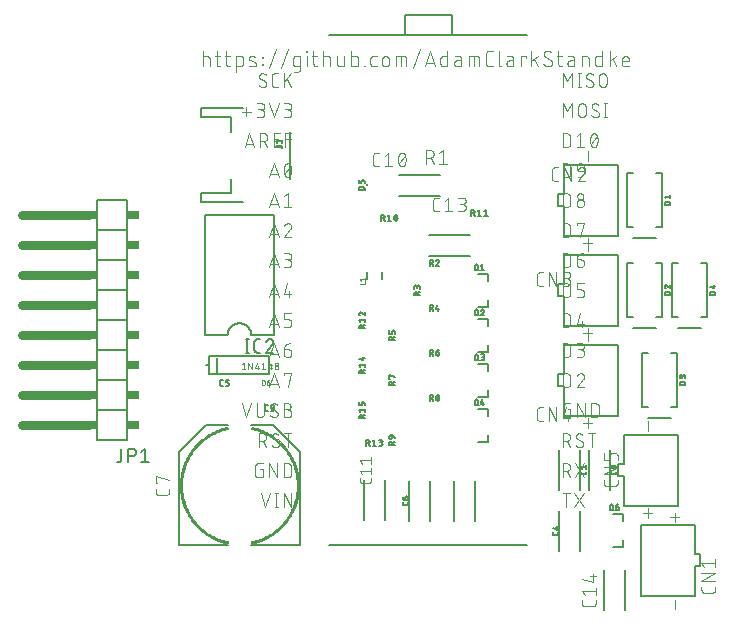
<source format=gbr>
G04 EAGLE Gerber RS-274X export*
G75*
%MOMM*%
%FSLAX34Y34*%
%LPD*%
%INSilkscreen Top*%
%IPPOS*%
%AMOC8*
5,1,8,0,0,1.08239X$1,22.5*%
G01*
%ADD10C,0.101600*%
%ADD11C,0.127000*%
%ADD12C,0.203200*%
%ADD13C,0.076200*%
%ADD14R,0.250000X0.250000*%
%ADD15C,0.152400*%
%ADD16C,0.020319*%
%ADD17C,0.025400*%
%ADD18C,0.050800*%
%ADD19C,0.762000*%
%ADD20R,0.508000X0.762000*%
%ADD21R,1.016000X0.762000*%


D10*
X70391Y481584D02*
X70391Y494792D01*
X70391Y490389D02*
X74060Y490389D01*
X74153Y490387D01*
X74247Y490381D01*
X74340Y490371D01*
X74432Y490357D01*
X74524Y490340D01*
X74615Y490318D01*
X74704Y490293D01*
X74793Y490263D01*
X74881Y490230D01*
X74967Y490194D01*
X75051Y490153D01*
X75133Y490110D01*
X75214Y490062D01*
X75292Y490012D01*
X75369Y489958D01*
X75443Y489900D01*
X75514Y489840D01*
X75583Y489777D01*
X75649Y489711D01*
X75712Y489642D01*
X75772Y489571D01*
X75830Y489497D01*
X75884Y489421D01*
X75934Y489342D01*
X75981Y489261D01*
X76025Y489179D01*
X76066Y489095D01*
X76102Y489009D01*
X76135Y488921D01*
X76165Y488833D01*
X76190Y488743D01*
X76212Y488652D01*
X76229Y488560D01*
X76243Y488468D01*
X76253Y488375D01*
X76259Y488281D01*
X76261Y488188D01*
X76262Y488188D02*
X76262Y481584D01*
X80842Y490389D02*
X85244Y490389D01*
X82309Y494792D02*
X82309Y483785D01*
X82310Y483785D02*
X82312Y483694D01*
X82318Y483603D01*
X82327Y483513D01*
X82340Y483423D01*
X82357Y483333D01*
X82377Y483245D01*
X82402Y483157D01*
X82429Y483070D01*
X82461Y482985D01*
X82495Y482901D01*
X82534Y482818D01*
X82575Y482737D01*
X82620Y482658D01*
X82668Y482581D01*
X82720Y482506D01*
X82774Y482433D01*
X82831Y482362D01*
X82892Y482294D01*
X82955Y482229D01*
X83020Y482166D01*
X83089Y482105D01*
X83159Y482048D01*
X83232Y481994D01*
X83307Y481942D01*
X83384Y481894D01*
X83463Y481849D01*
X83544Y481808D01*
X83627Y481769D01*
X83711Y481735D01*
X83796Y481703D01*
X83883Y481675D01*
X83971Y481651D01*
X84059Y481631D01*
X84149Y481614D01*
X84239Y481601D01*
X84329Y481592D01*
X84420Y481586D01*
X84511Y481584D01*
X85244Y481584D01*
X88949Y490389D02*
X93352Y490389D01*
X90417Y494792D02*
X90417Y483785D01*
X90419Y483694D01*
X90425Y483603D01*
X90434Y483513D01*
X90447Y483423D01*
X90464Y483333D01*
X90484Y483245D01*
X90509Y483157D01*
X90536Y483070D01*
X90568Y482985D01*
X90602Y482901D01*
X90641Y482818D01*
X90682Y482737D01*
X90727Y482658D01*
X90775Y482581D01*
X90827Y482506D01*
X90881Y482433D01*
X90938Y482362D01*
X90999Y482294D01*
X91062Y482229D01*
X91127Y482166D01*
X91196Y482105D01*
X91266Y482048D01*
X91339Y481994D01*
X91414Y481942D01*
X91491Y481894D01*
X91570Y481849D01*
X91651Y481808D01*
X91734Y481769D01*
X91818Y481735D01*
X91903Y481703D01*
X91990Y481675D01*
X92078Y481651D01*
X92166Y481631D01*
X92256Y481614D01*
X92346Y481601D01*
X92436Y481592D01*
X92527Y481586D01*
X92618Y481584D01*
X93352Y481584D01*
X98617Y477181D02*
X98617Y490389D01*
X102286Y490389D01*
X102379Y490387D01*
X102473Y490381D01*
X102566Y490371D01*
X102658Y490357D01*
X102750Y490340D01*
X102841Y490318D01*
X102930Y490293D01*
X103019Y490263D01*
X103107Y490230D01*
X103193Y490194D01*
X103277Y490153D01*
X103359Y490110D01*
X103440Y490062D01*
X103518Y490012D01*
X103595Y489958D01*
X103669Y489900D01*
X103740Y489840D01*
X103809Y489777D01*
X103875Y489711D01*
X103938Y489642D01*
X103998Y489571D01*
X104056Y489497D01*
X104110Y489421D01*
X104160Y489342D01*
X104207Y489261D01*
X104251Y489179D01*
X104292Y489095D01*
X104328Y489009D01*
X104361Y488921D01*
X104391Y488833D01*
X104416Y488743D01*
X104438Y488652D01*
X104455Y488560D01*
X104469Y488468D01*
X104479Y488375D01*
X104485Y488281D01*
X104487Y488188D01*
X104487Y483785D01*
X104485Y483694D01*
X104479Y483603D01*
X104470Y483513D01*
X104457Y483423D01*
X104440Y483333D01*
X104420Y483245D01*
X104395Y483157D01*
X104368Y483070D01*
X104336Y482985D01*
X104302Y482901D01*
X104263Y482818D01*
X104222Y482737D01*
X104177Y482658D01*
X104129Y482581D01*
X104077Y482506D01*
X104023Y482433D01*
X103966Y482362D01*
X103905Y482294D01*
X103842Y482229D01*
X103777Y482166D01*
X103709Y482105D01*
X103638Y482048D01*
X103565Y481994D01*
X103490Y481942D01*
X103413Y481894D01*
X103334Y481849D01*
X103253Y481808D01*
X103170Y481769D01*
X103086Y481735D01*
X103001Y481703D01*
X102914Y481676D01*
X102826Y481651D01*
X102738Y481631D01*
X102648Y481614D01*
X102558Y481601D01*
X102468Y481592D01*
X102377Y481586D01*
X102286Y481584D01*
X98617Y481584D01*
X110750Y486720D02*
X114419Y485253D01*
X110750Y486720D02*
X110671Y486754D01*
X110593Y486792D01*
X110516Y486833D01*
X110442Y486877D01*
X110370Y486925D01*
X110300Y486976D01*
X110233Y487030D01*
X110168Y487087D01*
X110105Y487148D01*
X110046Y487210D01*
X109989Y487276D01*
X109936Y487344D01*
X109885Y487414D01*
X109838Y487487D01*
X109794Y487562D01*
X109754Y487638D01*
X109717Y487717D01*
X109684Y487796D01*
X109654Y487878D01*
X109628Y487960D01*
X109606Y488044D01*
X109588Y488129D01*
X109574Y488214D01*
X109563Y488300D01*
X109557Y488386D01*
X109554Y488473D01*
X109555Y488560D01*
X109561Y488646D01*
X109570Y488732D01*
X109583Y488818D01*
X109600Y488903D01*
X109621Y488987D01*
X109645Y489070D01*
X109674Y489151D01*
X109706Y489232D01*
X109741Y489311D01*
X109781Y489388D01*
X109823Y489463D01*
X109870Y489536D01*
X109919Y489608D01*
X109971Y489676D01*
X110027Y489743D01*
X110086Y489806D01*
X110147Y489867D01*
X110211Y489926D01*
X110278Y489981D01*
X110347Y490033D01*
X110419Y490082D01*
X110492Y490127D01*
X110568Y490169D01*
X110645Y490208D01*
X110724Y490243D01*
X110805Y490275D01*
X110887Y490303D01*
X110970Y490327D01*
X111054Y490347D01*
X111139Y490363D01*
X111225Y490376D01*
X111311Y490384D01*
X111398Y490389D01*
X111484Y490390D01*
X111484Y490389D02*
X111684Y490384D01*
X111884Y490374D01*
X112084Y490359D01*
X112284Y490339D01*
X112483Y490315D01*
X112681Y490285D01*
X112878Y490251D01*
X113075Y490213D01*
X113270Y490169D01*
X113465Y490121D01*
X113658Y490068D01*
X113850Y490011D01*
X114041Y489949D01*
X114230Y489882D01*
X114417Y489811D01*
X114602Y489735D01*
X114786Y489655D01*
X114419Y485253D02*
X114498Y485219D01*
X114576Y485181D01*
X114653Y485140D01*
X114727Y485096D01*
X114799Y485048D01*
X114869Y484997D01*
X114936Y484943D01*
X115001Y484886D01*
X115064Y484825D01*
X115123Y484763D01*
X115180Y484697D01*
X115233Y484629D01*
X115284Y484559D01*
X115331Y484486D01*
X115375Y484411D01*
X115415Y484335D01*
X115452Y484256D01*
X115485Y484177D01*
X115515Y484095D01*
X115541Y484013D01*
X115563Y483929D01*
X115581Y483844D01*
X115595Y483759D01*
X115606Y483673D01*
X115612Y483587D01*
X115615Y483500D01*
X115614Y483413D01*
X115608Y483327D01*
X115599Y483241D01*
X115586Y483155D01*
X115569Y483070D01*
X115548Y482986D01*
X115524Y482903D01*
X115495Y482822D01*
X115463Y482741D01*
X115428Y482662D01*
X115388Y482585D01*
X115346Y482510D01*
X115299Y482437D01*
X115250Y482365D01*
X115198Y482297D01*
X115142Y482230D01*
X115083Y482167D01*
X115022Y482106D01*
X114958Y482047D01*
X114891Y481992D01*
X114822Y481940D01*
X114750Y481891D01*
X114677Y481846D01*
X114601Y481804D01*
X114524Y481765D01*
X114445Y481730D01*
X114364Y481698D01*
X114282Y481670D01*
X114199Y481646D01*
X114115Y481626D01*
X114030Y481610D01*
X113944Y481597D01*
X113858Y481589D01*
X113771Y481584D01*
X113685Y481583D01*
X113685Y481584D02*
X113391Y481592D01*
X113097Y481607D01*
X112803Y481628D01*
X112510Y481657D01*
X112218Y481692D01*
X111927Y481735D01*
X111637Y481784D01*
X111348Y481840D01*
X111060Y481903D01*
X110774Y481972D01*
X110490Y482049D01*
X110208Y482132D01*
X109928Y482222D01*
X109649Y482318D01*
X120752Y482685D02*
X120752Y483418D01*
X121486Y483418D01*
X121486Y482685D01*
X120752Y482685D01*
X120752Y488555D02*
X120752Y489289D01*
X121486Y489289D01*
X121486Y488555D01*
X120752Y488555D01*
X126291Y480116D02*
X132162Y496260D01*
X142403Y496260D02*
X136533Y480116D01*
X149340Y481584D02*
X153009Y481584D01*
X149340Y481584D02*
X149249Y481586D01*
X149158Y481592D01*
X149068Y481601D01*
X148978Y481614D01*
X148888Y481631D01*
X148800Y481651D01*
X148712Y481676D01*
X148625Y481703D01*
X148540Y481735D01*
X148456Y481769D01*
X148373Y481808D01*
X148292Y481849D01*
X148213Y481894D01*
X148136Y481942D01*
X148061Y481994D01*
X147988Y482048D01*
X147917Y482105D01*
X147849Y482166D01*
X147784Y482229D01*
X147721Y482294D01*
X147660Y482362D01*
X147603Y482433D01*
X147549Y482506D01*
X147497Y482581D01*
X147449Y482658D01*
X147404Y482737D01*
X147363Y482818D01*
X147324Y482901D01*
X147290Y482985D01*
X147258Y483070D01*
X147231Y483157D01*
X147206Y483245D01*
X147186Y483333D01*
X147169Y483423D01*
X147156Y483513D01*
X147147Y483603D01*
X147141Y483694D01*
X147139Y483785D01*
X147138Y483785D02*
X147138Y488188D01*
X147139Y488188D02*
X147141Y488279D01*
X147147Y488370D01*
X147156Y488460D01*
X147169Y488550D01*
X147186Y488640D01*
X147206Y488728D01*
X147231Y488816D01*
X147258Y488903D01*
X147290Y488988D01*
X147324Y489072D01*
X147363Y489155D01*
X147404Y489236D01*
X147449Y489315D01*
X147497Y489392D01*
X147549Y489467D01*
X147603Y489540D01*
X147660Y489611D01*
X147721Y489679D01*
X147784Y489744D01*
X147849Y489807D01*
X147917Y489868D01*
X147988Y489925D01*
X148061Y489979D01*
X148136Y490031D01*
X148213Y490079D01*
X148292Y490124D01*
X148373Y490165D01*
X148456Y490204D01*
X148540Y490238D01*
X148625Y490270D01*
X148712Y490297D01*
X148800Y490322D01*
X148888Y490342D01*
X148978Y490359D01*
X149068Y490372D01*
X149158Y490381D01*
X149249Y490387D01*
X149340Y490389D01*
X153009Y490389D01*
X153009Y479383D01*
X153008Y479383D02*
X153006Y479290D01*
X153000Y479196D01*
X152990Y479103D01*
X152976Y479011D01*
X152959Y478919D01*
X152937Y478828D01*
X152912Y478739D01*
X152882Y478650D01*
X152849Y478562D01*
X152813Y478476D01*
X152772Y478392D01*
X152729Y478310D01*
X152681Y478229D01*
X152631Y478151D01*
X152577Y478074D01*
X152519Y478000D01*
X152459Y477929D01*
X152396Y477860D01*
X152330Y477794D01*
X152261Y477731D01*
X152190Y477671D01*
X152116Y477613D01*
X152040Y477559D01*
X151961Y477509D01*
X151880Y477462D01*
X151798Y477418D01*
X151714Y477377D01*
X151628Y477341D01*
X151540Y477308D01*
X151452Y477278D01*
X151362Y477253D01*
X151271Y477231D01*
X151179Y477214D01*
X151087Y477200D01*
X150994Y477190D01*
X150900Y477184D01*
X150807Y477182D01*
X150807Y477181D02*
X147872Y477181D01*
X158670Y481584D02*
X158670Y490389D01*
X158303Y494058D02*
X158303Y494792D01*
X159037Y494792D01*
X159037Y494058D01*
X158303Y494058D01*
X162772Y490389D02*
X167174Y490389D01*
X164239Y494792D02*
X164239Y483785D01*
X164240Y483785D02*
X164242Y483694D01*
X164248Y483603D01*
X164257Y483513D01*
X164270Y483423D01*
X164287Y483333D01*
X164307Y483245D01*
X164332Y483157D01*
X164359Y483070D01*
X164391Y482985D01*
X164425Y482901D01*
X164464Y482818D01*
X164505Y482737D01*
X164550Y482658D01*
X164598Y482581D01*
X164650Y482506D01*
X164704Y482433D01*
X164761Y482362D01*
X164822Y482294D01*
X164885Y482229D01*
X164950Y482166D01*
X165019Y482105D01*
X165089Y482048D01*
X165162Y481994D01*
X165237Y481942D01*
X165314Y481894D01*
X165393Y481849D01*
X165474Y481808D01*
X165557Y481769D01*
X165641Y481735D01*
X165726Y481703D01*
X165813Y481675D01*
X165901Y481651D01*
X165989Y481631D01*
X166079Y481614D01*
X166169Y481601D01*
X166259Y481592D01*
X166350Y481586D01*
X166441Y481584D01*
X167174Y481584D01*
X172377Y481584D02*
X172377Y494792D01*
X172377Y490389D02*
X176046Y490389D01*
X176139Y490387D01*
X176233Y490381D01*
X176326Y490371D01*
X176418Y490357D01*
X176510Y490340D01*
X176601Y490318D01*
X176690Y490293D01*
X176779Y490263D01*
X176867Y490230D01*
X176953Y490194D01*
X177037Y490153D01*
X177119Y490110D01*
X177200Y490062D01*
X177278Y490012D01*
X177355Y489958D01*
X177429Y489900D01*
X177500Y489840D01*
X177569Y489777D01*
X177635Y489711D01*
X177698Y489642D01*
X177758Y489571D01*
X177816Y489497D01*
X177870Y489421D01*
X177920Y489342D01*
X177967Y489261D01*
X178011Y489179D01*
X178052Y489095D01*
X178088Y489009D01*
X178121Y488921D01*
X178151Y488833D01*
X178176Y488743D01*
X178198Y488652D01*
X178215Y488560D01*
X178229Y488468D01*
X178239Y488375D01*
X178245Y488281D01*
X178247Y488188D01*
X178247Y481584D01*
X184325Y483785D02*
X184325Y490389D01*
X184326Y483785D02*
X184328Y483694D01*
X184334Y483603D01*
X184343Y483513D01*
X184356Y483423D01*
X184373Y483333D01*
X184393Y483245D01*
X184418Y483157D01*
X184445Y483070D01*
X184477Y482985D01*
X184511Y482901D01*
X184550Y482818D01*
X184591Y482737D01*
X184636Y482658D01*
X184684Y482581D01*
X184736Y482506D01*
X184790Y482433D01*
X184847Y482362D01*
X184908Y482294D01*
X184971Y482229D01*
X185036Y482166D01*
X185104Y482105D01*
X185175Y482048D01*
X185248Y481994D01*
X185323Y481942D01*
X185400Y481894D01*
X185479Y481849D01*
X185560Y481808D01*
X185643Y481769D01*
X185727Y481735D01*
X185812Y481703D01*
X185899Y481676D01*
X185987Y481651D01*
X186075Y481631D01*
X186165Y481614D01*
X186255Y481601D01*
X186345Y481592D01*
X186436Y481586D01*
X186527Y481584D01*
X190196Y481584D01*
X190196Y490389D01*
X196336Y494792D02*
X196336Y481584D01*
X200005Y481584D01*
X200098Y481586D01*
X200192Y481592D01*
X200285Y481602D01*
X200377Y481616D01*
X200469Y481633D01*
X200560Y481655D01*
X200649Y481680D01*
X200738Y481710D01*
X200826Y481743D01*
X200912Y481779D01*
X200996Y481820D01*
X201078Y481863D01*
X201159Y481911D01*
X201237Y481961D01*
X201314Y482015D01*
X201388Y482073D01*
X201459Y482133D01*
X201528Y482196D01*
X201594Y482262D01*
X201657Y482331D01*
X201717Y482402D01*
X201775Y482476D01*
X201829Y482552D01*
X201879Y482631D01*
X201926Y482712D01*
X201970Y482794D01*
X202011Y482878D01*
X202047Y482964D01*
X202080Y483052D01*
X202110Y483140D01*
X202135Y483230D01*
X202157Y483321D01*
X202174Y483413D01*
X202188Y483505D01*
X202198Y483598D01*
X202204Y483692D01*
X202206Y483785D01*
X202206Y488188D01*
X202204Y488279D01*
X202198Y488370D01*
X202189Y488460D01*
X202176Y488550D01*
X202159Y488640D01*
X202139Y488728D01*
X202114Y488816D01*
X202087Y488903D01*
X202055Y488988D01*
X202021Y489072D01*
X201982Y489155D01*
X201941Y489236D01*
X201896Y489315D01*
X201848Y489392D01*
X201796Y489467D01*
X201742Y489540D01*
X201685Y489611D01*
X201624Y489679D01*
X201561Y489744D01*
X201496Y489807D01*
X201428Y489868D01*
X201357Y489925D01*
X201284Y489979D01*
X201209Y490031D01*
X201132Y490079D01*
X201053Y490124D01*
X200972Y490165D01*
X200889Y490204D01*
X200805Y490238D01*
X200720Y490270D01*
X200633Y490297D01*
X200545Y490322D01*
X200457Y490342D01*
X200367Y490359D01*
X200277Y490372D01*
X200187Y490381D01*
X200096Y490387D01*
X200005Y490389D01*
X196336Y490389D01*
X206949Y482318D02*
X206949Y481584D01*
X206949Y482318D02*
X207683Y482318D01*
X207683Y481584D01*
X206949Y481584D01*
X214704Y481584D02*
X217639Y481584D01*
X214704Y481584D02*
X214613Y481586D01*
X214522Y481592D01*
X214432Y481601D01*
X214342Y481614D01*
X214252Y481631D01*
X214164Y481651D01*
X214076Y481676D01*
X213989Y481703D01*
X213904Y481735D01*
X213820Y481769D01*
X213737Y481808D01*
X213656Y481849D01*
X213577Y481894D01*
X213500Y481942D01*
X213425Y481994D01*
X213352Y482048D01*
X213281Y482105D01*
X213213Y482166D01*
X213148Y482229D01*
X213085Y482294D01*
X213024Y482362D01*
X212967Y482433D01*
X212913Y482506D01*
X212861Y482581D01*
X212813Y482658D01*
X212768Y482737D01*
X212727Y482818D01*
X212688Y482901D01*
X212654Y482985D01*
X212622Y483070D01*
X212595Y483157D01*
X212570Y483245D01*
X212550Y483333D01*
X212533Y483423D01*
X212520Y483513D01*
X212511Y483603D01*
X212505Y483694D01*
X212503Y483785D01*
X212503Y488188D01*
X212505Y488279D01*
X212511Y488370D01*
X212520Y488460D01*
X212533Y488550D01*
X212550Y488640D01*
X212570Y488728D01*
X212595Y488816D01*
X212622Y488903D01*
X212654Y488988D01*
X212688Y489072D01*
X212727Y489155D01*
X212768Y489236D01*
X212813Y489315D01*
X212861Y489392D01*
X212913Y489467D01*
X212967Y489540D01*
X213024Y489611D01*
X213085Y489679D01*
X213148Y489744D01*
X213213Y489807D01*
X213281Y489868D01*
X213352Y489925D01*
X213425Y489979D01*
X213500Y490031D01*
X213577Y490079D01*
X213656Y490124D01*
X213737Y490165D01*
X213820Y490204D01*
X213904Y490238D01*
X213989Y490270D01*
X214076Y490297D01*
X214164Y490322D01*
X214252Y490342D01*
X214342Y490359D01*
X214432Y490372D01*
X214522Y490381D01*
X214613Y490387D01*
X214704Y490389D01*
X217639Y490389D01*
X222303Y487454D02*
X222303Y484519D01*
X222303Y487454D02*
X222305Y487561D01*
X222311Y487668D01*
X222321Y487775D01*
X222334Y487881D01*
X222352Y487987D01*
X222373Y488092D01*
X222398Y488196D01*
X222427Y488300D01*
X222460Y488402D01*
X222497Y488502D01*
X222537Y488602D01*
X222581Y488700D01*
X222628Y488796D01*
X222679Y488890D01*
X222733Y488983D01*
X222790Y489073D01*
X222851Y489162D01*
X222915Y489248D01*
X222982Y489331D01*
X223052Y489413D01*
X223125Y489491D01*
X223201Y489567D01*
X223279Y489640D01*
X223361Y489710D01*
X223444Y489777D01*
X223530Y489841D01*
X223619Y489902D01*
X223709Y489959D01*
X223802Y490013D01*
X223896Y490064D01*
X223992Y490111D01*
X224090Y490155D01*
X224190Y490195D01*
X224290Y490232D01*
X224392Y490265D01*
X224496Y490294D01*
X224600Y490319D01*
X224705Y490340D01*
X224811Y490358D01*
X224917Y490371D01*
X225024Y490381D01*
X225131Y490387D01*
X225238Y490389D01*
X225345Y490387D01*
X225452Y490381D01*
X225559Y490371D01*
X225665Y490358D01*
X225771Y490340D01*
X225876Y490319D01*
X225980Y490294D01*
X226084Y490265D01*
X226186Y490232D01*
X226286Y490195D01*
X226386Y490155D01*
X226484Y490111D01*
X226580Y490064D01*
X226674Y490013D01*
X226767Y489959D01*
X226857Y489902D01*
X226946Y489841D01*
X227032Y489777D01*
X227115Y489710D01*
X227197Y489640D01*
X227275Y489567D01*
X227351Y489491D01*
X227424Y489413D01*
X227494Y489331D01*
X227561Y489248D01*
X227625Y489162D01*
X227686Y489073D01*
X227743Y488983D01*
X227797Y488890D01*
X227848Y488796D01*
X227895Y488700D01*
X227939Y488602D01*
X227979Y488502D01*
X228016Y488402D01*
X228049Y488300D01*
X228078Y488196D01*
X228103Y488092D01*
X228124Y487987D01*
X228142Y487881D01*
X228155Y487775D01*
X228165Y487668D01*
X228171Y487561D01*
X228173Y487454D01*
X228174Y487454D02*
X228174Y484519D01*
X228173Y484519D02*
X228171Y484412D01*
X228165Y484305D01*
X228155Y484198D01*
X228142Y484092D01*
X228124Y483986D01*
X228103Y483881D01*
X228078Y483777D01*
X228049Y483673D01*
X228016Y483571D01*
X227979Y483471D01*
X227939Y483371D01*
X227895Y483273D01*
X227848Y483177D01*
X227797Y483083D01*
X227743Y482990D01*
X227686Y482900D01*
X227625Y482811D01*
X227561Y482725D01*
X227494Y482642D01*
X227424Y482560D01*
X227351Y482482D01*
X227275Y482406D01*
X227197Y482333D01*
X227115Y482263D01*
X227032Y482196D01*
X226946Y482132D01*
X226857Y482071D01*
X226767Y482014D01*
X226674Y481960D01*
X226580Y481909D01*
X226484Y481862D01*
X226386Y481818D01*
X226286Y481778D01*
X226186Y481741D01*
X226084Y481708D01*
X225980Y481679D01*
X225876Y481654D01*
X225771Y481633D01*
X225665Y481615D01*
X225559Y481602D01*
X225452Y481592D01*
X225345Y481586D01*
X225238Y481584D01*
X225131Y481586D01*
X225024Y481592D01*
X224917Y481602D01*
X224811Y481615D01*
X224705Y481633D01*
X224600Y481654D01*
X224496Y481679D01*
X224392Y481708D01*
X224290Y481741D01*
X224190Y481778D01*
X224090Y481818D01*
X223992Y481862D01*
X223896Y481909D01*
X223802Y481960D01*
X223709Y482014D01*
X223619Y482071D01*
X223530Y482132D01*
X223444Y482196D01*
X223361Y482263D01*
X223279Y482333D01*
X223201Y482406D01*
X223125Y482482D01*
X223052Y482560D01*
X222982Y482642D01*
X222915Y482725D01*
X222851Y482811D01*
X222790Y482900D01*
X222733Y482990D01*
X222679Y483083D01*
X222628Y483177D01*
X222581Y483273D01*
X222537Y483371D01*
X222497Y483471D01*
X222460Y483571D01*
X222427Y483673D01*
X222398Y483777D01*
X222373Y483881D01*
X222352Y483986D01*
X222334Y484092D01*
X222321Y484198D01*
X222311Y484305D01*
X222305Y484412D01*
X222303Y484519D01*
X234064Y481584D02*
X234064Y490389D01*
X240668Y490389D01*
X240759Y490387D01*
X240850Y490381D01*
X240940Y490372D01*
X241030Y490359D01*
X241120Y490342D01*
X241208Y490322D01*
X241296Y490297D01*
X241383Y490270D01*
X241468Y490238D01*
X241552Y490204D01*
X241635Y490165D01*
X241716Y490124D01*
X241795Y490079D01*
X241872Y490031D01*
X241947Y489979D01*
X242020Y489925D01*
X242091Y489868D01*
X242159Y489807D01*
X242224Y489744D01*
X242287Y489679D01*
X242348Y489611D01*
X242405Y489540D01*
X242459Y489467D01*
X242511Y489392D01*
X242559Y489315D01*
X242604Y489236D01*
X242645Y489155D01*
X242684Y489072D01*
X242718Y488988D01*
X242750Y488903D01*
X242777Y488816D01*
X242802Y488728D01*
X242822Y488640D01*
X242839Y488550D01*
X242852Y488460D01*
X242861Y488370D01*
X242867Y488279D01*
X242869Y488188D01*
X242869Y481584D01*
X238467Y481584D02*
X238467Y490389D01*
X248333Y480116D02*
X254203Y496260D01*
X262790Y494792D02*
X258387Y481584D01*
X267192Y481584D02*
X262790Y494792D01*
X266092Y484886D02*
X259488Y484886D01*
X277611Y481584D02*
X277611Y494792D01*
X277611Y481584D02*
X273942Y481584D01*
X273851Y481586D01*
X273760Y481592D01*
X273670Y481601D01*
X273580Y481614D01*
X273490Y481631D01*
X273402Y481651D01*
X273314Y481676D01*
X273227Y481703D01*
X273142Y481735D01*
X273058Y481769D01*
X272975Y481808D01*
X272894Y481849D01*
X272815Y481894D01*
X272738Y481942D01*
X272663Y481994D01*
X272590Y482048D01*
X272519Y482105D01*
X272451Y482166D01*
X272386Y482229D01*
X272323Y482294D01*
X272262Y482362D01*
X272205Y482433D01*
X272151Y482506D01*
X272099Y482581D01*
X272051Y482658D01*
X272006Y482737D01*
X271965Y482818D01*
X271926Y482901D01*
X271892Y482985D01*
X271860Y483070D01*
X271833Y483157D01*
X271808Y483245D01*
X271788Y483333D01*
X271771Y483423D01*
X271758Y483513D01*
X271749Y483603D01*
X271743Y483694D01*
X271741Y483785D01*
X271740Y483785D02*
X271740Y488188D01*
X271741Y488188D02*
X271743Y488279D01*
X271749Y488370D01*
X271758Y488460D01*
X271771Y488550D01*
X271788Y488640D01*
X271808Y488728D01*
X271833Y488816D01*
X271860Y488903D01*
X271892Y488988D01*
X271926Y489072D01*
X271965Y489155D01*
X272006Y489236D01*
X272051Y489315D01*
X272099Y489392D01*
X272151Y489467D01*
X272205Y489540D01*
X272262Y489611D01*
X272323Y489679D01*
X272386Y489744D01*
X272451Y489807D01*
X272519Y489868D01*
X272590Y489925D01*
X272663Y489979D01*
X272738Y490031D01*
X272815Y490079D01*
X272894Y490124D01*
X272975Y490165D01*
X273058Y490204D01*
X273142Y490238D01*
X273227Y490270D01*
X273314Y490297D01*
X273402Y490322D01*
X273490Y490342D01*
X273580Y490359D01*
X273670Y490372D01*
X273760Y490381D01*
X273851Y490387D01*
X273942Y490389D01*
X277611Y490389D01*
X285830Y486720D02*
X289132Y486720D01*
X285830Y486720D02*
X285730Y486718D01*
X285631Y486712D01*
X285532Y486703D01*
X285433Y486689D01*
X285335Y486672D01*
X285238Y486651D01*
X285141Y486626D01*
X285046Y486597D01*
X284952Y486565D01*
X284859Y486529D01*
X284767Y486490D01*
X284677Y486447D01*
X284589Y486400D01*
X284503Y486351D01*
X284419Y486298D01*
X284337Y486241D01*
X284257Y486182D01*
X284179Y486119D01*
X284104Y486054D01*
X284032Y485985D01*
X283962Y485914D01*
X283895Y485841D01*
X283831Y485764D01*
X283770Y485686D01*
X283712Y485604D01*
X283658Y485521D01*
X283606Y485436D01*
X283558Y485349D01*
X283513Y485260D01*
X283472Y485169D01*
X283434Y485077D01*
X283400Y484983D01*
X283370Y484889D01*
X283343Y484793D01*
X283320Y484696D01*
X283301Y484598D01*
X283286Y484500D01*
X283274Y484401D01*
X283266Y484301D01*
X283262Y484202D01*
X283262Y484102D01*
X283266Y484003D01*
X283274Y483903D01*
X283286Y483804D01*
X283301Y483706D01*
X283320Y483608D01*
X283343Y483511D01*
X283370Y483415D01*
X283400Y483321D01*
X283434Y483227D01*
X283472Y483135D01*
X283513Y483044D01*
X283558Y482955D01*
X283606Y482868D01*
X283658Y482783D01*
X283712Y482700D01*
X283770Y482618D01*
X283831Y482540D01*
X283895Y482463D01*
X283962Y482390D01*
X284032Y482319D01*
X284104Y482250D01*
X284179Y482185D01*
X284257Y482122D01*
X284337Y482063D01*
X284419Y482006D01*
X284503Y481953D01*
X284589Y481904D01*
X284677Y481857D01*
X284767Y481814D01*
X284859Y481775D01*
X284952Y481739D01*
X285046Y481707D01*
X285141Y481678D01*
X285238Y481653D01*
X285335Y481632D01*
X285433Y481615D01*
X285532Y481601D01*
X285631Y481592D01*
X285730Y481586D01*
X285830Y481584D01*
X289132Y481584D01*
X289132Y488188D01*
X289130Y488279D01*
X289124Y488370D01*
X289115Y488460D01*
X289102Y488550D01*
X289085Y488640D01*
X289065Y488728D01*
X289040Y488816D01*
X289013Y488903D01*
X288981Y488988D01*
X288947Y489072D01*
X288908Y489155D01*
X288867Y489236D01*
X288822Y489315D01*
X288774Y489392D01*
X288722Y489467D01*
X288668Y489540D01*
X288611Y489611D01*
X288550Y489679D01*
X288487Y489744D01*
X288422Y489807D01*
X288354Y489868D01*
X288283Y489925D01*
X288210Y489979D01*
X288135Y490031D01*
X288058Y490079D01*
X287979Y490124D01*
X287898Y490165D01*
X287815Y490204D01*
X287731Y490238D01*
X287646Y490270D01*
X287559Y490297D01*
X287471Y490322D01*
X287383Y490342D01*
X287293Y490359D01*
X287203Y490372D01*
X287113Y490381D01*
X287022Y490387D01*
X286931Y490389D01*
X283996Y490389D01*
X295512Y490389D02*
X295512Y481584D01*
X295512Y490389D02*
X302116Y490389D01*
X302207Y490387D01*
X302298Y490381D01*
X302388Y490372D01*
X302478Y490359D01*
X302568Y490342D01*
X302656Y490322D01*
X302744Y490297D01*
X302831Y490270D01*
X302916Y490238D01*
X303000Y490204D01*
X303083Y490165D01*
X303164Y490124D01*
X303243Y490079D01*
X303320Y490031D01*
X303395Y489979D01*
X303468Y489925D01*
X303539Y489868D01*
X303607Y489807D01*
X303672Y489744D01*
X303735Y489679D01*
X303796Y489611D01*
X303853Y489540D01*
X303907Y489467D01*
X303959Y489392D01*
X304007Y489315D01*
X304052Y489236D01*
X304093Y489155D01*
X304132Y489072D01*
X304166Y488988D01*
X304198Y488903D01*
X304225Y488816D01*
X304250Y488728D01*
X304270Y488640D01*
X304287Y488550D01*
X304300Y488460D01*
X304309Y488370D01*
X304315Y488279D01*
X304317Y488188D01*
X304317Y481584D01*
X299914Y481584D02*
X299914Y490389D01*
X313227Y481584D02*
X316162Y481584D01*
X313227Y481584D02*
X313120Y481586D01*
X313013Y481592D01*
X312906Y481602D01*
X312800Y481615D01*
X312694Y481633D01*
X312589Y481654D01*
X312485Y481679D01*
X312381Y481708D01*
X312279Y481741D01*
X312179Y481778D01*
X312079Y481818D01*
X311981Y481862D01*
X311885Y481909D01*
X311791Y481960D01*
X311698Y482014D01*
X311608Y482071D01*
X311519Y482132D01*
X311433Y482196D01*
X311350Y482263D01*
X311268Y482333D01*
X311190Y482406D01*
X311114Y482482D01*
X311041Y482560D01*
X310971Y482642D01*
X310904Y482725D01*
X310840Y482811D01*
X310779Y482900D01*
X310722Y482990D01*
X310668Y483083D01*
X310617Y483177D01*
X310570Y483273D01*
X310526Y483371D01*
X310486Y483471D01*
X310449Y483571D01*
X310416Y483673D01*
X310387Y483777D01*
X310362Y483881D01*
X310341Y483986D01*
X310323Y484092D01*
X310310Y484198D01*
X310300Y484305D01*
X310294Y484412D01*
X310292Y484519D01*
X310292Y491857D01*
X310294Y491964D01*
X310300Y492071D01*
X310310Y492178D01*
X310323Y492284D01*
X310341Y492390D01*
X310362Y492495D01*
X310387Y492599D01*
X310416Y492703D01*
X310449Y492805D01*
X310486Y492905D01*
X310526Y493005D01*
X310570Y493103D01*
X310617Y493199D01*
X310668Y493293D01*
X310722Y493386D01*
X310779Y493476D01*
X310840Y493565D01*
X310904Y493651D01*
X310971Y493734D01*
X311041Y493816D01*
X311114Y493894D01*
X311190Y493970D01*
X311268Y494043D01*
X311350Y494113D01*
X311433Y494180D01*
X311519Y494244D01*
X311608Y494305D01*
X311698Y494362D01*
X311791Y494416D01*
X311885Y494467D01*
X311981Y494514D01*
X312079Y494558D01*
X312179Y494598D01*
X312279Y494635D01*
X312381Y494668D01*
X312485Y494697D01*
X312589Y494722D01*
X312694Y494743D01*
X312800Y494761D01*
X312906Y494774D01*
X313013Y494784D01*
X313120Y494790D01*
X313227Y494792D01*
X316162Y494792D01*
X321057Y494792D02*
X321057Y483785D01*
X321059Y483694D01*
X321065Y483603D01*
X321074Y483513D01*
X321087Y483423D01*
X321104Y483333D01*
X321124Y483245D01*
X321149Y483157D01*
X321176Y483070D01*
X321208Y482985D01*
X321242Y482901D01*
X321281Y482818D01*
X321322Y482737D01*
X321367Y482658D01*
X321415Y482581D01*
X321467Y482506D01*
X321521Y482433D01*
X321578Y482362D01*
X321639Y482294D01*
X321702Y482229D01*
X321767Y482166D01*
X321835Y482105D01*
X321906Y482048D01*
X321979Y481994D01*
X322054Y481942D01*
X322131Y481894D01*
X322210Y481849D01*
X322291Y481808D01*
X322374Y481769D01*
X322458Y481735D01*
X322543Y481703D01*
X322630Y481676D01*
X322718Y481651D01*
X322806Y481631D01*
X322896Y481614D01*
X322986Y481601D01*
X323076Y481592D01*
X323167Y481586D01*
X323258Y481584D01*
X330209Y486720D02*
X333511Y486720D01*
X330209Y486720D02*
X330109Y486718D01*
X330010Y486712D01*
X329911Y486703D01*
X329812Y486689D01*
X329714Y486672D01*
X329617Y486651D01*
X329520Y486626D01*
X329425Y486597D01*
X329331Y486565D01*
X329238Y486529D01*
X329146Y486490D01*
X329056Y486447D01*
X328968Y486400D01*
X328882Y486351D01*
X328798Y486298D01*
X328716Y486241D01*
X328636Y486182D01*
X328558Y486119D01*
X328483Y486054D01*
X328411Y485985D01*
X328341Y485914D01*
X328274Y485841D01*
X328210Y485764D01*
X328149Y485686D01*
X328091Y485604D01*
X328037Y485521D01*
X327985Y485436D01*
X327937Y485349D01*
X327892Y485260D01*
X327851Y485169D01*
X327813Y485077D01*
X327779Y484983D01*
X327749Y484889D01*
X327722Y484793D01*
X327699Y484696D01*
X327680Y484598D01*
X327665Y484500D01*
X327653Y484401D01*
X327645Y484301D01*
X327641Y484202D01*
X327641Y484102D01*
X327645Y484003D01*
X327653Y483903D01*
X327665Y483804D01*
X327680Y483706D01*
X327699Y483608D01*
X327722Y483511D01*
X327749Y483415D01*
X327779Y483321D01*
X327813Y483227D01*
X327851Y483135D01*
X327892Y483044D01*
X327937Y482955D01*
X327985Y482868D01*
X328037Y482783D01*
X328091Y482700D01*
X328149Y482618D01*
X328210Y482540D01*
X328274Y482463D01*
X328341Y482390D01*
X328411Y482319D01*
X328483Y482250D01*
X328558Y482185D01*
X328636Y482122D01*
X328716Y482063D01*
X328798Y482006D01*
X328882Y481953D01*
X328968Y481904D01*
X329056Y481857D01*
X329146Y481814D01*
X329238Y481775D01*
X329331Y481739D01*
X329425Y481707D01*
X329520Y481678D01*
X329617Y481653D01*
X329714Y481632D01*
X329812Y481615D01*
X329911Y481601D01*
X330010Y481592D01*
X330109Y481586D01*
X330209Y481584D01*
X333511Y481584D01*
X333511Y488188D01*
X333510Y488188D02*
X333508Y488279D01*
X333502Y488370D01*
X333493Y488460D01*
X333480Y488550D01*
X333463Y488640D01*
X333443Y488728D01*
X333418Y488816D01*
X333391Y488903D01*
X333359Y488988D01*
X333325Y489072D01*
X333286Y489155D01*
X333245Y489236D01*
X333200Y489315D01*
X333152Y489392D01*
X333100Y489467D01*
X333046Y489540D01*
X332989Y489611D01*
X332928Y489679D01*
X332865Y489744D01*
X332800Y489807D01*
X332732Y489868D01*
X332661Y489925D01*
X332588Y489979D01*
X332513Y490031D01*
X332436Y490079D01*
X332357Y490124D01*
X332276Y490165D01*
X332193Y490204D01*
X332109Y490238D01*
X332024Y490270D01*
X331937Y490297D01*
X331849Y490322D01*
X331761Y490342D01*
X331671Y490359D01*
X331581Y490372D01*
X331491Y490381D01*
X331400Y490387D01*
X331309Y490389D01*
X328374Y490389D01*
X339722Y490389D02*
X339722Y481584D01*
X339722Y490389D02*
X344124Y490389D01*
X344124Y488922D01*
X348756Y494792D02*
X348756Y481584D01*
X348756Y485987D02*
X354626Y490389D01*
X351324Y487821D02*
X354626Y481584D01*
X363376Y481584D02*
X363483Y481586D01*
X363590Y481592D01*
X363697Y481602D01*
X363803Y481615D01*
X363909Y481633D01*
X364014Y481654D01*
X364118Y481679D01*
X364222Y481708D01*
X364324Y481741D01*
X364424Y481778D01*
X364524Y481818D01*
X364622Y481862D01*
X364718Y481909D01*
X364812Y481960D01*
X364905Y482014D01*
X364995Y482071D01*
X365084Y482132D01*
X365170Y482196D01*
X365253Y482263D01*
X365335Y482333D01*
X365413Y482406D01*
X365489Y482482D01*
X365562Y482560D01*
X365632Y482642D01*
X365699Y482725D01*
X365763Y482811D01*
X365824Y482900D01*
X365881Y482990D01*
X365935Y483083D01*
X365986Y483177D01*
X366033Y483273D01*
X366077Y483371D01*
X366117Y483471D01*
X366154Y483571D01*
X366187Y483673D01*
X366216Y483777D01*
X366241Y483881D01*
X366262Y483986D01*
X366280Y484092D01*
X366293Y484198D01*
X366303Y484305D01*
X366309Y484412D01*
X366311Y484519D01*
X363376Y481584D02*
X363223Y481586D01*
X363070Y481592D01*
X362918Y481601D01*
X362765Y481614D01*
X362613Y481631D01*
X362462Y481652D01*
X362310Y481676D01*
X362160Y481704D01*
X362010Y481736D01*
X361862Y481772D01*
X361714Y481811D01*
X361567Y481854D01*
X361421Y481900D01*
X361277Y481950D01*
X361133Y482004D01*
X360991Y482061D01*
X360851Y482121D01*
X360712Y482186D01*
X360575Y482253D01*
X360439Y482324D01*
X360305Y482398D01*
X360173Y482475D01*
X360043Y482556D01*
X359915Y482640D01*
X359789Y482727D01*
X359666Y482817D01*
X359544Y482910D01*
X359425Y483006D01*
X359309Y483105D01*
X359194Y483206D01*
X359083Y483311D01*
X358974Y483418D01*
X359340Y491857D02*
X359342Y491964D01*
X359348Y492071D01*
X359358Y492178D01*
X359371Y492284D01*
X359389Y492390D01*
X359410Y492495D01*
X359435Y492599D01*
X359464Y492703D01*
X359497Y492805D01*
X359534Y492905D01*
X359574Y493005D01*
X359618Y493103D01*
X359665Y493199D01*
X359716Y493293D01*
X359770Y493386D01*
X359827Y493476D01*
X359888Y493565D01*
X359952Y493651D01*
X360019Y493734D01*
X360089Y493816D01*
X360162Y493894D01*
X360238Y493970D01*
X360316Y494043D01*
X360398Y494113D01*
X360481Y494180D01*
X360567Y494244D01*
X360656Y494305D01*
X360746Y494362D01*
X360839Y494416D01*
X360933Y494467D01*
X361029Y494514D01*
X361127Y494558D01*
X361227Y494598D01*
X361327Y494635D01*
X361429Y494668D01*
X361533Y494697D01*
X361637Y494722D01*
X361742Y494743D01*
X361848Y494761D01*
X361954Y494774D01*
X362061Y494784D01*
X362168Y494790D01*
X362275Y494792D01*
X362423Y494790D01*
X362570Y494784D01*
X362717Y494774D01*
X362864Y494760D01*
X363011Y494743D01*
X363156Y494721D01*
X363302Y494695D01*
X363446Y494666D01*
X363590Y494633D01*
X363733Y494595D01*
X363875Y494554D01*
X364015Y494510D01*
X364155Y494461D01*
X364293Y494409D01*
X364429Y494353D01*
X364564Y494293D01*
X364697Y494230D01*
X364829Y494163D01*
X364959Y494093D01*
X365087Y494020D01*
X365212Y493942D01*
X365336Y493862D01*
X365458Y493778D01*
X365577Y493691D01*
X360808Y489289D02*
X360717Y489345D01*
X360628Y489404D01*
X360541Y489466D01*
X360457Y489531D01*
X360374Y489599D01*
X360295Y489670D01*
X360218Y489744D01*
X360144Y489821D01*
X360072Y489900D01*
X360004Y489982D01*
X359938Y490066D01*
X359875Y490153D01*
X359816Y490241D01*
X359760Y490332D01*
X359707Y490425D01*
X359657Y490519D01*
X359611Y490615D01*
X359568Y490713D01*
X359529Y490812D01*
X359493Y490913D01*
X359461Y491015D01*
X359433Y491118D01*
X359409Y491222D01*
X359388Y491326D01*
X359371Y491432D01*
X359357Y491537D01*
X359348Y491644D01*
X359342Y491750D01*
X359340Y491857D01*
X364843Y487087D02*
X364934Y487031D01*
X365023Y486972D01*
X365110Y486910D01*
X365194Y486845D01*
X365277Y486777D01*
X365356Y486706D01*
X365433Y486632D01*
X365507Y486555D01*
X365579Y486476D01*
X365647Y486394D01*
X365713Y486310D01*
X365776Y486223D01*
X365835Y486135D01*
X365891Y486044D01*
X365944Y485951D01*
X365994Y485857D01*
X366040Y485761D01*
X366083Y485663D01*
X366122Y485564D01*
X366158Y485463D01*
X366190Y485361D01*
X366218Y485258D01*
X366242Y485154D01*
X366263Y485050D01*
X366280Y484944D01*
X366294Y484839D01*
X366303Y484732D01*
X366309Y484626D01*
X366311Y484519D01*
X364843Y487087D02*
X360808Y489289D01*
X370157Y490389D02*
X374560Y490389D01*
X371625Y494792D02*
X371625Y483785D01*
X371627Y483694D01*
X371633Y483603D01*
X371642Y483513D01*
X371655Y483423D01*
X371672Y483333D01*
X371692Y483245D01*
X371717Y483157D01*
X371744Y483070D01*
X371776Y482985D01*
X371810Y482901D01*
X371849Y482818D01*
X371890Y482737D01*
X371935Y482658D01*
X371983Y482581D01*
X372035Y482506D01*
X372089Y482433D01*
X372146Y482362D01*
X372207Y482294D01*
X372270Y482229D01*
X372335Y482166D01*
X372404Y482105D01*
X372474Y482048D01*
X372547Y481994D01*
X372622Y481942D01*
X372699Y481894D01*
X372778Y481849D01*
X372859Y481808D01*
X372942Y481769D01*
X373026Y481735D01*
X373111Y481703D01*
X373198Y481675D01*
X373286Y481651D01*
X373374Y481631D01*
X373464Y481614D01*
X373554Y481601D01*
X373644Y481592D01*
X373735Y481586D01*
X373826Y481584D01*
X374560Y481584D01*
X381842Y486720D02*
X385144Y486720D01*
X381842Y486720D02*
X381742Y486718D01*
X381643Y486712D01*
X381544Y486703D01*
X381445Y486689D01*
X381347Y486672D01*
X381250Y486651D01*
X381153Y486626D01*
X381058Y486597D01*
X380964Y486565D01*
X380871Y486529D01*
X380779Y486490D01*
X380689Y486447D01*
X380601Y486400D01*
X380515Y486351D01*
X380431Y486298D01*
X380349Y486241D01*
X380269Y486182D01*
X380191Y486119D01*
X380116Y486054D01*
X380044Y485985D01*
X379974Y485914D01*
X379907Y485841D01*
X379843Y485764D01*
X379782Y485686D01*
X379724Y485604D01*
X379670Y485521D01*
X379618Y485436D01*
X379570Y485349D01*
X379525Y485260D01*
X379484Y485169D01*
X379446Y485077D01*
X379412Y484983D01*
X379382Y484889D01*
X379355Y484793D01*
X379332Y484696D01*
X379313Y484598D01*
X379298Y484500D01*
X379286Y484401D01*
X379278Y484301D01*
X379274Y484202D01*
X379274Y484102D01*
X379278Y484003D01*
X379286Y483903D01*
X379298Y483804D01*
X379313Y483706D01*
X379332Y483608D01*
X379355Y483511D01*
X379382Y483415D01*
X379412Y483321D01*
X379446Y483227D01*
X379484Y483135D01*
X379525Y483044D01*
X379570Y482955D01*
X379618Y482868D01*
X379670Y482783D01*
X379724Y482700D01*
X379782Y482618D01*
X379843Y482540D01*
X379907Y482463D01*
X379974Y482390D01*
X380044Y482319D01*
X380116Y482250D01*
X380191Y482185D01*
X380269Y482122D01*
X380349Y482063D01*
X380431Y482006D01*
X380515Y481953D01*
X380601Y481904D01*
X380689Y481857D01*
X380779Y481814D01*
X380871Y481775D01*
X380964Y481739D01*
X381058Y481707D01*
X381153Y481678D01*
X381250Y481653D01*
X381347Y481632D01*
X381445Y481615D01*
X381544Y481601D01*
X381643Y481592D01*
X381742Y481586D01*
X381842Y481584D01*
X385144Y481584D01*
X385144Y488188D01*
X385143Y488188D02*
X385141Y488279D01*
X385135Y488370D01*
X385126Y488460D01*
X385113Y488550D01*
X385096Y488640D01*
X385076Y488728D01*
X385051Y488816D01*
X385024Y488903D01*
X384992Y488988D01*
X384958Y489072D01*
X384919Y489155D01*
X384878Y489236D01*
X384833Y489315D01*
X384785Y489392D01*
X384733Y489467D01*
X384679Y489540D01*
X384622Y489611D01*
X384561Y489679D01*
X384498Y489744D01*
X384433Y489807D01*
X384365Y489868D01*
X384294Y489925D01*
X384221Y489979D01*
X384146Y490031D01*
X384069Y490079D01*
X383990Y490124D01*
X383909Y490165D01*
X383826Y490204D01*
X383742Y490238D01*
X383657Y490270D01*
X383570Y490297D01*
X383482Y490322D01*
X383394Y490342D01*
X383304Y490359D01*
X383214Y490372D01*
X383124Y490381D01*
X383033Y490387D01*
X382942Y490389D01*
X380007Y490389D01*
X391284Y490389D02*
X391284Y481584D01*
X391284Y490389D02*
X394953Y490389D01*
X395046Y490387D01*
X395140Y490381D01*
X395233Y490371D01*
X395325Y490357D01*
X395417Y490340D01*
X395508Y490318D01*
X395597Y490293D01*
X395686Y490263D01*
X395774Y490230D01*
X395860Y490194D01*
X395944Y490153D01*
X396026Y490110D01*
X396107Y490062D01*
X396185Y490012D01*
X396262Y489958D01*
X396336Y489900D01*
X396407Y489840D01*
X396476Y489777D01*
X396542Y489711D01*
X396605Y489642D01*
X396665Y489571D01*
X396723Y489497D01*
X396777Y489421D01*
X396827Y489342D01*
X396874Y489261D01*
X396918Y489179D01*
X396959Y489095D01*
X396995Y489009D01*
X397028Y488921D01*
X397058Y488833D01*
X397083Y488743D01*
X397105Y488652D01*
X397122Y488560D01*
X397136Y488468D01*
X397146Y488375D01*
X397152Y488281D01*
X397154Y488188D01*
X397154Y481584D01*
X408613Y481584D02*
X408613Y494792D01*
X408613Y481584D02*
X404945Y481584D01*
X404854Y481586D01*
X404763Y481592D01*
X404673Y481601D01*
X404583Y481614D01*
X404493Y481631D01*
X404405Y481651D01*
X404317Y481676D01*
X404230Y481703D01*
X404145Y481735D01*
X404061Y481769D01*
X403978Y481808D01*
X403897Y481849D01*
X403818Y481894D01*
X403741Y481942D01*
X403666Y481994D01*
X403593Y482048D01*
X403522Y482105D01*
X403454Y482166D01*
X403389Y482229D01*
X403326Y482294D01*
X403265Y482362D01*
X403208Y482433D01*
X403154Y482506D01*
X403102Y482581D01*
X403054Y482658D01*
X403009Y482737D01*
X402968Y482818D01*
X402929Y482901D01*
X402895Y482985D01*
X402863Y483070D01*
X402836Y483157D01*
X402811Y483245D01*
X402791Y483333D01*
X402774Y483423D01*
X402761Y483513D01*
X402752Y483603D01*
X402746Y483694D01*
X402744Y483785D01*
X402743Y483785D02*
X402743Y488188D01*
X402744Y488188D02*
X402746Y488279D01*
X402752Y488370D01*
X402761Y488460D01*
X402774Y488550D01*
X402791Y488640D01*
X402811Y488728D01*
X402836Y488816D01*
X402863Y488903D01*
X402895Y488988D01*
X402929Y489072D01*
X402968Y489155D01*
X403009Y489236D01*
X403054Y489315D01*
X403102Y489392D01*
X403154Y489467D01*
X403208Y489540D01*
X403265Y489611D01*
X403326Y489679D01*
X403389Y489744D01*
X403454Y489807D01*
X403522Y489868D01*
X403593Y489925D01*
X403666Y489979D01*
X403741Y490031D01*
X403818Y490079D01*
X403897Y490124D01*
X403978Y490165D01*
X404061Y490204D01*
X404145Y490238D01*
X404230Y490270D01*
X404317Y490297D01*
X404405Y490322D01*
X404493Y490342D01*
X404583Y490359D01*
X404673Y490372D01*
X404763Y490381D01*
X404854Y490387D01*
X404945Y490389D01*
X408613Y490389D01*
X414897Y494792D02*
X414897Y481584D01*
X414897Y485987D02*
X420768Y490389D01*
X417466Y487821D02*
X420768Y481584D01*
X427623Y481584D02*
X431292Y481584D01*
X427623Y481584D02*
X427532Y481586D01*
X427441Y481592D01*
X427351Y481601D01*
X427261Y481614D01*
X427171Y481631D01*
X427083Y481651D01*
X426995Y481676D01*
X426908Y481703D01*
X426823Y481735D01*
X426739Y481769D01*
X426656Y481808D01*
X426575Y481849D01*
X426496Y481894D01*
X426419Y481942D01*
X426344Y481994D01*
X426271Y482048D01*
X426200Y482105D01*
X426132Y482166D01*
X426067Y482229D01*
X426004Y482294D01*
X425943Y482362D01*
X425886Y482433D01*
X425832Y482506D01*
X425780Y482581D01*
X425732Y482658D01*
X425687Y482737D01*
X425646Y482818D01*
X425607Y482901D01*
X425573Y482985D01*
X425541Y483070D01*
X425514Y483157D01*
X425489Y483245D01*
X425469Y483333D01*
X425452Y483423D01*
X425439Y483513D01*
X425430Y483603D01*
X425424Y483694D01*
X425422Y483785D01*
X425422Y487454D01*
X425424Y487561D01*
X425430Y487668D01*
X425440Y487775D01*
X425453Y487881D01*
X425471Y487987D01*
X425492Y488092D01*
X425517Y488196D01*
X425546Y488300D01*
X425579Y488402D01*
X425616Y488502D01*
X425656Y488602D01*
X425700Y488700D01*
X425747Y488796D01*
X425798Y488890D01*
X425852Y488983D01*
X425909Y489073D01*
X425970Y489162D01*
X426034Y489248D01*
X426101Y489331D01*
X426171Y489413D01*
X426244Y489491D01*
X426320Y489567D01*
X426398Y489640D01*
X426480Y489710D01*
X426563Y489777D01*
X426649Y489841D01*
X426738Y489902D01*
X426828Y489959D01*
X426921Y490013D01*
X427015Y490064D01*
X427111Y490111D01*
X427209Y490155D01*
X427309Y490195D01*
X427409Y490232D01*
X427511Y490265D01*
X427615Y490294D01*
X427719Y490319D01*
X427824Y490340D01*
X427930Y490358D01*
X428036Y490371D01*
X428143Y490381D01*
X428250Y490387D01*
X428357Y490389D01*
X428464Y490387D01*
X428571Y490381D01*
X428678Y490371D01*
X428784Y490358D01*
X428890Y490340D01*
X428995Y490319D01*
X429099Y490294D01*
X429203Y490265D01*
X429305Y490232D01*
X429405Y490195D01*
X429505Y490155D01*
X429603Y490111D01*
X429699Y490064D01*
X429793Y490013D01*
X429886Y489959D01*
X429976Y489902D01*
X430065Y489841D01*
X430151Y489777D01*
X430234Y489710D01*
X430316Y489640D01*
X430394Y489567D01*
X430470Y489491D01*
X430543Y489413D01*
X430613Y489331D01*
X430680Y489248D01*
X430744Y489162D01*
X430805Y489073D01*
X430862Y488983D01*
X430916Y488890D01*
X430967Y488796D01*
X431014Y488700D01*
X431058Y488602D01*
X431098Y488502D01*
X431135Y488402D01*
X431168Y488300D01*
X431197Y488196D01*
X431222Y488092D01*
X431243Y487987D01*
X431261Y487881D01*
X431274Y487775D01*
X431284Y487668D01*
X431290Y487561D01*
X431292Y487454D01*
X431292Y485987D01*
X425422Y485987D01*
D11*
X345440Y508000D02*
X281620Y508000D01*
X241620Y508000D01*
X177800Y508000D01*
X177800Y76200D02*
X345440Y76200D01*
X281620Y508000D02*
X281620Y524900D01*
X241620Y524900D02*
X241620Y508000D01*
X241620Y524900D02*
X281620Y524900D01*
D10*
X119733Y120142D02*
X123627Y108458D01*
X127522Y120142D01*
X132771Y120142D02*
X132771Y108458D01*
X131473Y108458D02*
X134070Y108458D01*
X134070Y120142D02*
X131473Y120142D01*
X139051Y120142D02*
X139051Y108458D01*
X145542Y108458D02*
X139051Y120142D01*
X145542Y120142D02*
X145542Y108458D01*
X121158Y140349D02*
X119211Y140349D01*
X121158Y140349D02*
X121158Y133858D01*
X117263Y133858D01*
X117164Y133860D01*
X117064Y133866D01*
X116965Y133875D01*
X116867Y133888D01*
X116769Y133905D01*
X116671Y133926D01*
X116575Y133951D01*
X116480Y133979D01*
X116386Y134011D01*
X116293Y134046D01*
X116201Y134085D01*
X116111Y134128D01*
X116023Y134173D01*
X115936Y134223D01*
X115852Y134275D01*
X115769Y134331D01*
X115689Y134389D01*
X115611Y134451D01*
X115536Y134516D01*
X115463Y134584D01*
X115393Y134654D01*
X115325Y134727D01*
X115260Y134802D01*
X115198Y134880D01*
X115140Y134960D01*
X115084Y135043D01*
X115032Y135127D01*
X114982Y135214D01*
X114937Y135302D01*
X114894Y135392D01*
X114855Y135484D01*
X114820Y135577D01*
X114788Y135671D01*
X114760Y135766D01*
X114735Y135862D01*
X114714Y135960D01*
X114697Y136058D01*
X114684Y136156D01*
X114675Y136255D01*
X114669Y136355D01*
X114667Y136454D01*
X114667Y142946D01*
X114669Y143045D01*
X114675Y143145D01*
X114684Y143244D01*
X114697Y143342D01*
X114714Y143440D01*
X114735Y143538D01*
X114760Y143634D01*
X114788Y143729D01*
X114820Y143823D01*
X114855Y143916D01*
X114894Y144008D01*
X114937Y144098D01*
X114982Y144186D01*
X115032Y144273D01*
X115084Y144357D01*
X115140Y144440D01*
X115198Y144520D01*
X115260Y144598D01*
X115325Y144673D01*
X115393Y144746D01*
X115463Y144816D01*
X115536Y144884D01*
X115611Y144949D01*
X115689Y145011D01*
X115769Y145069D01*
X115852Y145125D01*
X115936Y145177D01*
X116023Y145227D01*
X116111Y145272D01*
X116201Y145315D01*
X116293Y145354D01*
X116385Y145389D01*
X116480Y145421D01*
X116575Y145449D01*
X116671Y145474D01*
X116769Y145495D01*
X116867Y145512D01*
X116965Y145525D01*
X117064Y145534D01*
X117164Y145540D01*
X117263Y145542D01*
X121158Y145542D01*
X126859Y145542D02*
X126859Y133858D01*
X133350Y133858D02*
X126859Y145542D01*
X133350Y145542D02*
X133350Y133858D01*
X139051Y133858D02*
X139051Y145542D01*
X142296Y145542D01*
X142409Y145540D01*
X142522Y145534D01*
X142635Y145524D01*
X142748Y145510D01*
X142860Y145493D01*
X142971Y145471D01*
X143081Y145446D01*
X143191Y145416D01*
X143299Y145383D01*
X143406Y145346D01*
X143512Y145306D01*
X143616Y145261D01*
X143719Y145213D01*
X143820Y145162D01*
X143919Y145107D01*
X144016Y145049D01*
X144111Y144987D01*
X144204Y144922D01*
X144294Y144854D01*
X144382Y144783D01*
X144468Y144708D01*
X144551Y144631D01*
X144631Y144551D01*
X144708Y144468D01*
X144783Y144382D01*
X144854Y144294D01*
X144922Y144204D01*
X144987Y144111D01*
X145049Y144016D01*
X145107Y143919D01*
X145162Y143820D01*
X145213Y143719D01*
X145261Y143616D01*
X145306Y143512D01*
X145346Y143406D01*
X145383Y143299D01*
X145416Y143191D01*
X145446Y143081D01*
X145471Y142971D01*
X145493Y142860D01*
X145510Y142748D01*
X145524Y142635D01*
X145534Y142522D01*
X145540Y142409D01*
X145542Y142296D01*
X145542Y137104D01*
X145540Y136991D01*
X145534Y136878D01*
X145524Y136765D01*
X145510Y136652D01*
X145493Y136540D01*
X145471Y136429D01*
X145446Y136319D01*
X145416Y136209D01*
X145383Y136101D01*
X145346Y135994D01*
X145306Y135888D01*
X145261Y135784D01*
X145213Y135681D01*
X145162Y135580D01*
X145107Y135481D01*
X145049Y135384D01*
X144987Y135289D01*
X144922Y135196D01*
X144854Y135106D01*
X144783Y135018D01*
X144708Y134932D01*
X144631Y134849D01*
X144551Y134769D01*
X144468Y134692D01*
X144382Y134617D01*
X144294Y134546D01*
X144204Y134478D01*
X144111Y134413D01*
X144016Y134351D01*
X143919Y134293D01*
X143820Y134238D01*
X143719Y134187D01*
X143616Y134139D01*
X143512Y134094D01*
X143406Y134054D01*
X143299Y134017D01*
X143191Y133984D01*
X143081Y133954D01*
X142971Y133929D01*
X142860Y133907D01*
X142748Y133890D01*
X142635Y133876D01*
X142522Y133866D01*
X142409Y133860D01*
X142296Y133858D01*
X139051Y133858D01*
X117789Y159258D02*
X117789Y170942D01*
X121034Y170942D01*
X121147Y170940D01*
X121260Y170934D01*
X121373Y170924D01*
X121486Y170910D01*
X121598Y170893D01*
X121709Y170871D01*
X121819Y170846D01*
X121929Y170816D01*
X122037Y170783D01*
X122144Y170746D01*
X122250Y170706D01*
X122354Y170661D01*
X122457Y170613D01*
X122558Y170562D01*
X122657Y170507D01*
X122754Y170449D01*
X122849Y170387D01*
X122942Y170322D01*
X123032Y170254D01*
X123120Y170183D01*
X123206Y170108D01*
X123289Y170031D01*
X123369Y169951D01*
X123446Y169868D01*
X123521Y169782D01*
X123592Y169694D01*
X123660Y169604D01*
X123725Y169511D01*
X123787Y169416D01*
X123845Y169319D01*
X123900Y169220D01*
X123951Y169119D01*
X123999Y169016D01*
X124044Y168912D01*
X124084Y168806D01*
X124121Y168699D01*
X124154Y168591D01*
X124184Y168481D01*
X124209Y168371D01*
X124231Y168260D01*
X124248Y168148D01*
X124262Y168035D01*
X124272Y167922D01*
X124278Y167809D01*
X124280Y167696D01*
X124278Y167583D01*
X124272Y167470D01*
X124262Y167357D01*
X124248Y167244D01*
X124231Y167132D01*
X124209Y167021D01*
X124184Y166911D01*
X124154Y166801D01*
X124121Y166693D01*
X124084Y166586D01*
X124044Y166480D01*
X123999Y166376D01*
X123951Y166273D01*
X123900Y166172D01*
X123845Y166073D01*
X123787Y165976D01*
X123725Y165881D01*
X123660Y165788D01*
X123592Y165698D01*
X123521Y165610D01*
X123446Y165524D01*
X123369Y165441D01*
X123289Y165361D01*
X123206Y165284D01*
X123120Y165209D01*
X123032Y165138D01*
X122942Y165070D01*
X122849Y165005D01*
X122754Y164943D01*
X122657Y164885D01*
X122558Y164830D01*
X122457Y164779D01*
X122354Y164731D01*
X122250Y164686D01*
X122144Y164646D01*
X122037Y164609D01*
X121929Y164576D01*
X121819Y164546D01*
X121709Y164521D01*
X121598Y164499D01*
X121486Y164482D01*
X121373Y164468D01*
X121260Y164458D01*
X121147Y164452D01*
X121034Y164450D01*
X121034Y164451D02*
X117789Y164451D01*
X121683Y164451D02*
X124280Y159258D01*
X132659Y159258D02*
X132758Y159260D01*
X132858Y159266D01*
X132957Y159275D01*
X133055Y159288D01*
X133153Y159305D01*
X133251Y159326D01*
X133347Y159351D01*
X133442Y159379D01*
X133536Y159411D01*
X133629Y159446D01*
X133721Y159485D01*
X133811Y159528D01*
X133899Y159573D01*
X133986Y159623D01*
X134070Y159675D01*
X134153Y159731D01*
X134233Y159789D01*
X134311Y159851D01*
X134386Y159916D01*
X134459Y159984D01*
X134529Y160054D01*
X134597Y160127D01*
X134662Y160202D01*
X134724Y160280D01*
X134782Y160360D01*
X134838Y160443D01*
X134890Y160527D01*
X134940Y160614D01*
X134985Y160702D01*
X135028Y160792D01*
X135067Y160884D01*
X135102Y160977D01*
X135134Y161071D01*
X135162Y161166D01*
X135187Y161262D01*
X135208Y161360D01*
X135225Y161458D01*
X135238Y161556D01*
X135247Y161655D01*
X135253Y161755D01*
X135255Y161854D01*
X132659Y159258D02*
X132515Y159260D01*
X132370Y159266D01*
X132226Y159275D01*
X132083Y159288D01*
X131939Y159305D01*
X131796Y159326D01*
X131654Y159351D01*
X131513Y159379D01*
X131372Y159411D01*
X131232Y159447D01*
X131093Y159486D01*
X130955Y159529D01*
X130819Y159576D01*
X130683Y159626D01*
X130549Y159680D01*
X130417Y159737D01*
X130286Y159798D01*
X130157Y159862D01*
X130029Y159930D01*
X129903Y160000D01*
X129779Y160075D01*
X129658Y160152D01*
X129538Y160233D01*
X129420Y160316D01*
X129305Y160403D01*
X129192Y160493D01*
X129081Y160586D01*
X128973Y160681D01*
X128867Y160780D01*
X128764Y160881D01*
X129089Y168346D02*
X129091Y168445D01*
X129097Y168545D01*
X129106Y168644D01*
X129119Y168742D01*
X129136Y168840D01*
X129157Y168938D01*
X129182Y169034D01*
X129210Y169129D01*
X129242Y169223D01*
X129277Y169316D01*
X129316Y169408D01*
X129359Y169498D01*
X129404Y169586D01*
X129454Y169673D01*
X129506Y169757D01*
X129562Y169840D01*
X129620Y169920D01*
X129682Y169998D01*
X129747Y170073D01*
X129815Y170146D01*
X129885Y170216D01*
X129958Y170284D01*
X130033Y170349D01*
X130111Y170411D01*
X130191Y170469D01*
X130274Y170525D01*
X130358Y170577D01*
X130445Y170627D01*
X130533Y170672D01*
X130623Y170715D01*
X130715Y170754D01*
X130808Y170789D01*
X130902Y170821D01*
X130997Y170849D01*
X131094Y170874D01*
X131191Y170895D01*
X131289Y170912D01*
X131387Y170925D01*
X131486Y170934D01*
X131586Y170940D01*
X131685Y170942D01*
X131821Y170940D01*
X131957Y170934D01*
X132093Y170925D01*
X132229Y170912D01*
X132364Y170894D01*
X132498Y170874D01*
X132632Y170849D01*
X132766Y170821D01*
X132898Y170788D01*
X133029Y170753D01*
X133160Y170713D01*
X133289Y170670D01*
X133417Y170624D01*
X133543Y170573D01*
X133669Y170520D01*
X133792Y170462D01*
X133914Y170402D01*
X134034Y170338D01*
X134153Y170270D01*
X134269Y170200D01*
X134383Y170126D01*
X134496Y170049D01*
X134606Y169968D01*
X130386Y166074D02*
X130300Y166127D01*
X130216Y166184D01*
X130134Y166243D01*
X130054Y166306D01*
X129977Y166372D01*
X129902Y166440D01*
X129830Y166512D01*
X129761Y166586D01*
X129695Y166663D01*
X129632Y166742D01*
X129572Y166824D01*
X129515Y166908D01*
X129461Y166994D01*
X129411Y167082D01*
X129364Y167172D01*
X129320Y167263D01*
X129281Y167357D01*
X129244Y167451D01*
X129212Y167547D01*
X129183Y167645D01*
X129158Y167743D01*
X129137Y167842D01*
X129119Y167942D01*
X129106Y168042D01*
X129096Y168143D01*
X129090Y168245D01*
X129088Y168346D01*
X133957Y164126D02*
X134043Y164073D01*
X134127Y164016D01*
X134209Y163957D01*
X134289Y163894D01*
X134366Y163828D01*
X134441Y163760D01*
X134513Y163688D01*
X134582Y163614D01*
X134648Y163537D01*
X134711Y163458D01*
X134771Y163376D01*
X134828Y163292D01*
X134882Y163206D01*
X134932Y163118D01*
X134979Y163028D01*
X135023Y162937D01*
X135062Y162843D01*
X135099Y162749D01*
X135131Y162653D01*
X135160Y162555D01*
X135185Y162457D01*
X135206Y162358D01*
X135224Y162258D01*
X135237Y162158D01*
X135247Y162057D01*
X135253Y161955D01*
X135255Y161854D01*
X133957Y164126D02*
X130387Y166074D01*
X142296Y170942D02*
X142296Y159258D01*
X139051Y170942D02*
X145542Y170942D01*
X107456Y184658D02*
X103562Y196342D01*
X111351Y196342D02*
X107456Y184658D01*
X116022Y187904D02*
X116022Y196342D01*
X116021Y187904D02*
X116023Y187791D01*
X116029Y187678D01*
X116039Y187565D01*
X116053Y187452D01*
X116070Y187340D01*
X116092Y187229D01*
X116117Y187119D01*
X116147Y187009D01*
X116180Y186901D01*
X116217Y186794D01*
X116257Y186688D01*
X116302Y186584D01*
X116350Y186481D01*
X116401Y186380D01*
X116456Y186281D01*
X116514Y186184D01*
X116576Y186089D01*
X116641Y185996D01*
X116709Y185906D01*
X116780Y185818D01*
X116855Y185732D01*
X116932Y185649D01*
X117012Y185569D01*
X117095Y185492D01*
X117181Y185417D01*
X117269Y185346D01*
X117359Y185278D01*
X117452Y185213D01*
X117547Y185151D01*
X117644Y185093D01*
X117743Y185038D01*
X117844Y184987D01*
X117947Y184939D01*
X118051Y184894D01*
X118157Y184854D01*
X118264Y184817D01*
X118372Y184784D01*
X118482Y184754D01*
X118592Y184729D01*
X118703Y184707D01*
X118815Y184690D01*
X118928Y184676D01*
X119041Y184666D01*
X119154Y184660D01*
X119267Y184658D01*
X119380Y184660D01*
X119493Y184666D01*
X119606Y184676D01*
X119719Y184690D01*
X119831Y184707D01*
X119942Y184729D01*
X120052Y184754D01*
X120162Y184784D01*
X120270Y184817D01*
X120377Y184854D01*
X120483Y184894D01*
X120587Y184939D01*
X120690Y184987D01*
X120791Y185038D01*
X120890Y185093D01*
X120987Y185151D01*
X121082Y185213D01*
X121175Y185278D01*
X121265Y185346D01*
X121353Y185417D01*
X121439Y185492D01*
X121522Y185569D01*
X121602Y185649D01*
X121679Y185732D01*
X121754Y185818D01*
X121825Y185906D01*
X121893Y185996D01*
X121958Y186089D01*
X122020Y186184D01*
X122078Y186281D01*
X122133Y186380D01*
X122184Y186481D01*
X122232Y186584D01*
X122277Y186688D01*
X122317Y186794D01*
X122354Y186901D01*
X122387Y187009D01*
X122417Y187119D01*
X122442Y187229D01*
X122464Y187340D01*
X122481Y187452D01*
X122495Y187565D01*
X122505Y187678D01*
X122511Y187791D01*
X122513Y187904D01*
X122513Y196342D01*
X133942Y187254D02*
X133940Y187155D01*
X133934Y187055D01*
X133925Y186956D01*
X133912Y186858D01*
X133895Y186760D01*
X133874Y186662D01*
X133849Y186566D01*
X133821Y186471D01*
X133789Y186377D01*
X133754Y186284D01*
X133715Y186192D01*
X133672Y186102D01*
X133627Y186014D01*
X133577Y185927D01*
X133525Y185843D01*
X133469Y185760D01*
X133411Y185680D01*
X133349Y185602D01*
X133284Y185527D01*
X133216Y185454D01*
X133146Y185384D01*
X133073Y185316D01*
X132998Y185251D01*
X132920Y185189D01*
X132840Y185131D01*
X132757Y185075D01*
X132673Y185023D01*
X132586Y184973D01*
X132498Y184928D01*
X132408Y184885D01*
X132316Y184846D01*
X132223Y184811D01*
X132129Y184779D01*
X132034Y184751D01*
X131938Y184726D01*
X131840Y184705D01*
X131742Y184688D01*
X131644Y184675D01*
X131545Y184666D01*
X131445Y184660D01*
X131346Y184658D01*
X131202Y184660D01*
X131057Y184666D01*
X130913Y184675D01*
X130770Y184688D01*
X130626Y184705D01*
X130483Y184726D01*
X130341Y184751D01*
X130200Y184779D01*
X130059Y184811D01*
X129919Y184847D01*
X129780Y184886D01*
X129642Y184929D01*
X129506Y184976D01*
X129370Y185026D01*
X129236Y185080D01*
X129104Y185137D01*
X128973Y185198D01*
X128844Y185262D01*
X128716Y185330D01*
X128590Y185400D01*
X128466Y185475D01*
X128345Y185552D01*
X128225Y185633D01*
X128107Y185716D01*
X127992Y185803D01*
X127879Y185893D01*
X127768Y185986D01*
X127660Y186081D01*
X127554Y186180D01*
X127451Y186281D01*
X127777Y193746D02*
X127779Y193845D01*
X127785Y193945D01*
X127794Y194044D01*
X127807Y194142D01*
X127824Y194240D01*
X127845Y194338D01*
X127870Y194434D01*
X127898Y194529D01*
X127930Y194623D01*
X127965Y194716D01*
X128004Y194808D01*
X128047Y194898D01*
X128092Y194986D01*
X128142Y195073D01*
X128194Y195157D01*
X128250Y195240D01*
X128308Y195320D01*
X128370Y195398D01*
X128435Y195473D01*
X128503Y195546D01*
X128573Y195616D01*
X128646Y195684D01*
X128721Y195749D01*
X128799Y195811D01*
X128879Y195869D01*
X128962Y195925D01*
X129046Y195977D01*
X129133Y196027D01*
X129221Y196072D01*
X129311Y196115D01*
X129403Y196154D01*
X129496Y196189D01*
X129590Y196221D01*
X129685Y196249D01*
X129782Y196274D01*
X129879Y196295D01*
X129977Y196312D01*
X130075Y196325D01*
X130174Y196334D01*
X130274Y196340D01*
X130373Y196342D01*
X130509Y196340D01*
X130645Y196334D01*
X130781Y196325D01*
X130917Y196312D01*
X131052Y196294D01*
X131186Y196274D01*
X131320Y196249D01*
X131454Y196221D01*
X131586Y196188D01*
X131717Y196153D01*
X131848Y196113D01*
X131977Y196070D01*
X132105Y196024D01*
X132231Y195973D01*
X132357Y195920D01*
X132480Y195862D01*
X132602Y195802D01*
X132722Y195738D01*
X132841Y195670D01*
X132957Y195600D01*
X133071Y195526D01*
X133184Y195449D01*
X133294Y195368D01*
X129074Y191474D02*
X128988Y191527D01*
X128904Y191584D01*
X128822Y191643D01*
X128742Y191706D01*
X128665Y191772D01*
X128590Y191840D01*
X128518Y191912D01*
X128449Y191986D01*
X128383Y192063D01*
X128320Y192142D01*
X128260Y192224D01*
X128203Y192308D01*
X128149Y192394D01*
X128099Y192482D01*
X128052Y192572D01*
X128008Y192663D01*
X127969Y192757D01*
X127932Y192851D01*
X127900Y192947D01*
X127871Y193045D01*
X127846Y193143D01*
X127825Y193242D01*
X127807Y193342D01*
X127794Y193442D01*
X127784Y193543D01*
X127778Y193645D01*
X127776Y193746D01*
X132645Y189526D02*
X132731Y189473D01*
X132815Y189416D01*
X132897Y189357D01*
X132977Y189294D01*
X133054Y189228D01*
X133129Y189160D01*
X133201Y189088D01*
X133270Y189014D01*
X133336Y188937D01*
X133399Y188858D01*
X133459Y188776D01*
X133516Y188692D01*
X133570Y188606D01*
X133620Y188518D01*
X133667Y188428D01*
X133711Y188337D01*
X133750Y188243D01*
X133787Y188149D01*
X133819Y188053D01*
X133848Y187955D01*
X133873Y187857D01*
X133894Y187758D01*
X133912Y187658D01*
X133925Y187558D01*
X133935Y187457D01*
X133941Y187355D01*
X133943Y187254D01*
X132644Y189526D02*
X129074Y191474D01*
X139051Y191149D02*
X142296Y191149D01*
X142296Y191150D02*
X142409Y191148D01*
X142522Y191142D01*
X142635Y191132D01*
X142748Y191118D01*
X142860Y191101D01*
X142971Y191079D01*
X143081Y191054D01*
X143191Y191024D01*
X143299Y190991D01*
X143406Y190954D01*
X143512Y190914D01*
X143616Y190869D01*
X143719Y190821D01*
X143820Y190770D01*
X143919Y190715D01*
X144016Y190657D01*
X144111Y190595D01*
X144204Y190530D01*
X144294Y190462D01*
X144382Y190391D01*
X144468Y190316D01*
X144551Y190239D01*
X144631Y190159D01*
X144708Y190076D01*
X144783Y189990D01*
X144854Y189902D01*
X144922Y189812D01*
X144987Y189719D01*
X145049Y189624D01*
X145107Y189527D01*
X145162Y189428D01*
X145213Y189327D01*
X145261Y189224D01*
X145306Y189120D01*
X145346Y189014D01*
X145383Y188907D01*
X145416Y188799D01*
X145446Y188689D01*
X145471Y188579D01*
X145493Y188468D01*
X145510Y188356D01*
X145524Y188243D01*
X145534Y188130D01*
X145540Y188017D01*
X145542Y187904D01*
X145540Y187791D01*
X145534Y187678D01*
X145524Y187565D01*
X145510Y187452D01*
X145493Y187340D01*
X145471Y187229D01*
X145446Y187119D01*
X145416Y187009D01*
X145383Y186901D01*
X145346Y186794D01*
X145306Y186688D01*
X145261Y186584D01*
X145213Y186481D01*
X145162Y186380D01*
X145107Y186281D01*
X145049Y186184D01*
X144987Y186089D01*
X144922Y185996D01*
X144854Y185906D01*
X144783Y185818D01*
X144708Y185732D01*
X144631Y185649D01*
X144551Y185569D01*
X144468Y185492D01*
X144382Y185417D01*
X144294Y185346D01*
X144204Y185278D01*
X144111Y185213D01*
X144016Y185151D01*
X143919Y185093D01*
X143820Y185038D01*
X143719Y184987D01*
X143616Y184939D01*
X143512Y184894D01*
X143406Y184854D01*
X143299Y184817D01*
X143191Y184784D01*
X143081Y184754D01*
X142971Y184729D01*
X142860Y184707D01*
X142748Y184690D01*
X142635Y184676D01*
X142522Y184666D01*
X142409Y184660D01*
X142296Y184658D01*
X139051Y184658D01*
X139051Y196342D01*
X142296Y196342D01*
X142397Y196340D01*
X142497Y196334D01*
X142597Y196324D01*
X142697Y196311D01*
X142796Y196293D01*
X142895Y196272D01*
X142992Y196247D01*
X143089Y196218D01*
X143184Y196185D01*
X143278Y196149D01*
X143370Y196109D01*
X143461Y196066D01*
X143550Y196019D01*
X143637Y195969D01*
X143723Y195915D01*
X143806Y195858D01*
X143886Y195798D01*
X143965Y195735D01*
X144041Y195668D01*
X144114Y195599D01*
X144184Y195527D01*
X144252Y195453D01*
X144317Y195376D01*
X144378Y195296D01*
X144437Y195214D01*
X144492Y195130D01*
X144544Y195044D01*
X144593Y194956D01*
X144638Y194866D01*
X144680Y194774D01*
X144718Y194681D01*
X144752Y194586D01*
X144783Y194491D01*
X144810Y194394D01*
X144833Y194296D01*
X144853Y194197D01*
X144868Y194097D01*
X144880Y193997D01*
X144888Y193897D01*
X144892Y193796D01*
X144892Y193696D01*
X144888Y193595D01*
X144880Y193495D01*
X144868Y193395D01*
X144853Y193295D01*
X144833Y193196D01*
X144810Y193098D01*
X144783Y193001D01*
X144752Y192906D01*
X144718Y192811D01*
X144680Y192718D01*
X144638Y192626D01*
X144593Y192536D01*
X144544Y192448D01*
X144492Y192362D01*
X144437Y192278D01*
X144378Y192196D01*
X144317Y192116D01*
X144252Y192039D01*
X144184Y191965D01*
X144114Y191893D01*
X144041Y191824D01*
X143965Y191757D01*
X143886Y191694D01*
X143806Y191634D01*
X143723Y191577D01*
X143637Y191523D01*
X143550Y191473D01*
X143461Y191426D01*
X143370Y191383D01*
X143278Y191343D01*
X143184Y191307D01*
X143089Y191274D01*
X142992Y191245D01*
X142895Y191220D01*
X142796Y191199D01*
X142697Y191181D01*
X142597Y191168D01*
X142497Y191158D01*
X142397Y191152D01*
X142296Y191150D01*
X126972Y210058D02*
X130866Y221742D01*
X134761Y210058D01*
X133787Y212979D02*
X127945Y212979D01*
X139051Y220444D02*
X139051Y221742D01*
X145542Y221742D01*
X142296Y210058D01*
X126972Y235458D02*
X130866Y247142D01*
X134761Y235458D01*
X133787Y238379D02*
X127945Y238379D01*
X139051Y241949D02*
X142946Y241949D01*
X143045Y241947D01*
X143145Y241941D01*
X143244Y241932D01*
X143342Y241919D01*
X143440Y241902D01*
X143538Y241881D01*
X143634Y241856D01*
X143729Y241828D01*
X143823Y241796D01*
X143916Y241761D01*
X144008Y241722D01*
X144098Y241679D01*
X144186Y241634D01*
X144273Y241584D01*
X144357Y241532D01*
X144440Y241476D01*
X144520Y241418D01*
X144598Y241356D01*
X144673Y241291D01*
X144746Y241223D01*
X144816Y241153D01*
X144884Y241080D01*
X144949Y241005D01*
X145011Y240927D01*
X145069Y240847D01*
X145125Y240764D01*
X145177Y240680D01*
X145227Y240593D01*
X145272Y240505D01*
X145315Y240415D01*
X145354Y240323D01*
X145389Y240230D01*
X145421Y240136D01*
X145449Y240041D01*
X145474Y239945D01*
X145495Y239847D01*
X145512Y239749D01*
X145525Y239651D01*
X145534Y239552D01*
X145540Y239452D01*
X145542Y239353D01*
X145542Y238704D01*
X145540Y238591D01*
X145534Y238478D01*
X145524Y238365D01*
X145510Y238252D01*
X145493Y238140D01*
X145471Y238029D01*
X145446Y237919D01*
X145416Y237809D01*
X145383Y237701D01*
X145346Y237594D01*
X145306Y237488D01*
X145261Y237384D01*
X145213Y237281D01*
X145162Y237180D01*
X145107Y237081D01*
X145049Y236984D01*
X144987Y236889D01*
X144922Y236796D01*
X144854Y236706D01*
X144783Y236618D01*
X144708Y236532D01*
X144631Y236449D01*
X144551Y236369D01*
X144468Y236292D01*
X144382Y236217D01*
X144294Y236146D01*
X144204Y236078D01*
X144111Y236013D01*
X144016Y235951D01*
X143919Y235893D01*
X143820Y235838D01*
X143719Y235787D01*
X143616Y235739D01*
X143512Y235694D01*
X143406Y235654D01*
X143299Y235617D01*
X143191Y235584D01*
X143081Y235554D01*
X142971Y235529D01*
X142860Y235507D01*
X142748Y235490D01*
X142635Y235476D01*
X142522Y235466D01*
X142409Y235460D01*
X142296Y235458D01*
X142183Y235460D01*
X142070Y235466D01*
X141957Y235476D01*
X141844Y235490D01*
X141732Y235507D01*
X141621Y235529D01*
X141511Y235554D01*
X141401Y235584D01*
X141293Y235617D01*
X141186Y235654D01*
X141080Y235694D01*
X140976Y235739D01*
X140873Y235787D01*
X140772Y235838D01*
X140673Y235893D01*
X140576Y235951D01*
X140481Y236013D01*
X140388Y236078D01*
X140298Y236146D01*
X140210Y236217D01*
X140124Y236292D01*
X140041Y236369D01*
X139961Y236449D01*
X139884Y236532D01*
X139809Y236618D01*
X139738Y236706D01*
X139670Y236796D01*
X139605Y236889D01*
X139543Y236984D01*
X139485Y237081D01*
X139430Y237180D01*
X139379Y237281D01*
X139331Y237384D01*
X139286Y237488D01*
X139246Y237594D01*
X139209Y237701D01*
X139176Y237809D01*
X139146Y237919D01*
X139121Y238029D01*
X139099Y238140D01*
X139082Y238252D01*
X139068Y238365D01*
X139058Y238478D01*
X139052Y238591D01*
X139050Y238704D01*
X139051Y238704D02*
X139051Y241949D01*
X139053Y242092D01*
X139059Y242235D01*
X139069Y242378D01*
X139083Y242520D01*
X139100Y242662D01*
X139122Y242804D01*
X139147Y242945D01*
X139177Y243085D01*
X139210Y243224D01*
X139247Y243362D01*
X139288Y243499D01*
X139332Y243635D01*
X139381Y243770D01*
X139433Y243903D01*
X139488Y244035D01*
X139548Y244165D01*
X139611Y244294D01*
X139677Y244421D01*
X139747Y244545D01*
X139820Y244668D01*
X139897Y244789D01*
X139977Y244908D01*
X140060Y245024D01*
X140146Y245139D01*
X140235Y245250D01*
X140328Y245360D01*
X140423Y245466D01*
X140522Y245570D01*
X140623Y245671D01*
X140727Y245770D01*
X140833Y245865D01*
X140943Y245958D01*
X141054Y246047D01*
X141169Y246133D01*
X141285Y246216D01*
X141404Y246296D01*
X141525Y246373D01*
X141647Y246446D01*
X141772Y246516D01*
X141899Y246582D01*
X142028Y246645D01*
X142158Y246705D01*
X142290Y246760D01*
X142423Y246812D01*
X142558Y246861D01*
X142694Y246905D01*
X142831Y246946D01*
X142969Y246983D01*
X143108Y247016D01*
X143248Y247046D01*
X143389Y247071D01*
X143531Y247093D01*
X143673Y247110D01*
X143815Y247124D01*
X143958Y247134D01*
X144101Y247140D01*
X144244Y247142D01*
X126972Y260858D02*
X130866Y272542D01*
X134761Y260858D01*
X133787Y263779D02*
X127945Y263779D01*
X139051Y260858D02*
X142946Y260858D01*
X143045Y260860D01*
X143145Y260866D01*
X143244Y260875D01*
X143342Y260888D01*
X143440Y260905D01*
X143538Y260926D01*
X143634Y260951D01*
X143729Y260979D01*
X143823Y261011D01*
X143916Y261046D01*
X144008Y261085D01*
X144098Y261128D01*
X144186Y261173D01*
X144273Y261223D01*
X144357Y261275D01*
X144440Y261331D01*
X144520Y261389D01*
X144598Y261451D01*
X144673Y261516D01*
X144746Y261584D01*
X144816Y261654D01*
X144884Y261727D01*
X144949Y261802D01*
X145011Y261880D01*
X145069Y261960D01*
X145125Y262043D01*
X145177Y262127D01*
X145227Y262214D01*
X145272Y262302D01*
X145315Y262392D01*
X145354Y262484D01*
X145389Y262577D01*
X145421Y262671D01*
X145449Y262766D01*
X145474Y262862D01*
X145495Y262960D01*
X145512Y263058D01*
X145525Y263156D01*
X145534Y263255D01*
X145540Y263355D01*
X145542Y263454D01*
X145542Y264753D01*
X145540Y264852D01*
X145534Y264952D01*
X145525Y265051D01*
X145512Y265149D01*
X145495Y265247D01*
X145474Y265345D01*
X145449Y265441D01*
X145421Y265536D01*
X145389Y265630D01*
X145354Y265723D01*
X145315Y265815D01*
X145272Y265905D01*
X145227Y265993D01*
X145177Y266080D01*
X145125Y266164D01*
X145069Y266247D01*
X145011Y266327D01*
X144949Y266405D01*
X144884Y266480D01*
X144816Y266553D01*
X144746Y266623D01*
X144673Y266691D01*
X144598Y266756D01*
X144520Y266818D01*
X144440Y266876D01*
X144357Y266932D01*
X144273Y266984D01*
X144186Y267034D01*
X144098Y267079D01*
X144008Y267122D01*
X143916Y267161D01*
X143823Y267196D01*
X143729Y267228D01*
X143634Y267256D01*
X143538Y267281D01*
X143440Y267302D01*
X143342Y267319D01*
X143244Y267332D01*
X143145Y267341D01*
X143045Y267347D01*
X142946Y267349D01*
X139051Y267349D01*
X139051Y272542D01*
X145542Y272542D01*
X126972Y286258D02*
X130866Y297942D01*
X134761Y286258D01*
X133787Y289179D02*
X127945Y289179D01*
X139051Y288854D02*
X141647Y297942D01*
X139051Y288854D02*
X145542Y288854D01*
X143595Y291451D02*
X143595Y286258D01*
X126972Y311658D02*
X130866Y323342D01*
X134761Y311658D01*
X133787Y314579D02*
X127945Y314579D01*
X139051Y311658D02*
X142296Y311658D01*
X142409Y311660D01*
X142522Y311666D01*
X142635Y311676D01*
X142748Y311690D01*
X142860Y311707D01*
X142971Y311729D01*
X143081Y311754D01*
X143191Y311784D01*
X143299Y311817D01*
X143406Y311854D01*
X143512Y311894D01*
X143616Y311939D01*
X143719Y311987D01*
X143820Y312038D01*
X143919Y312093D01*
X144016Y312151D01*
X144111Y312213D01*
X144204Y312278D01*
X144294Y312346D01*
X144382Y312417D01*
X144468Y312492D01*
X144551Y312569D01*
X144631Y312649D01*
X144708Y312732D01*
X144783Y312818D01*
X144854Y312906D01*
X144922Y312996D01*
X144987Y313089D01*
X145049Y313184D01*
X145107Y313281D01*
X145162Y313380D01*
X145213Y313481D01*
X145261Y313584D01*
X145306Y313688D01*
X145346Y313794D01*
X145383Y313901D01*
X145416Y314009D01*
X145446Y314119D01*
X145471Y314229D01*
X145493Y314340D01*
X145510Y314452D01*
X145524Y314565D01*
X145534Y314678D01*
X145540Y314791D01*
X145542Y314904D01*
X145540Y315017D01*
X145534Y315130D01*
X145524Y315243D01*
X145510Y315356D01*
X145493Y315468D01*
X145471Y315579D01*
X145446Y315689D01*
X145416Y315799D01*
X145383Y315907D01*
X145346Y316014D01*
X145306Y316120D01*
X145261Y316224D01*
X145213Y316327D01*
X145162Y316428D01*
X145107Y316527D01*
X145049Y316624D01*
X144987Y316719D01*
X144922Y316812D01*
X144854Y316902D01*
X144783Y316990D01*
X144708Y317076D01*
X144631Y317159D01*
X144551Y317239D01*
X144468Y317316D01*
X144382Y317391D01*
X144294Y317462D01*
X144204Y317530D01*
X144111Y317595D01*
X144016Y317657D01*
X143919Y317715D01*
X143820Y317770D01*
X143719Y317821D01*
X143616Y317869D01*
X143512Y317914D01*
X143406Y317954D01*
X143299Y317991D01*
X143191Y318024D01*
X143081Y318054D01*
X142971Y318079D01*
X142860Y318101D01*
X142748Y318118D01*
X142635Y318132D01*
X142522Y318142D01*
X142409Y318148D01*
X142296Y318150D01*
X142946Y323342D02*
X139051Y323342D01*
X142946Y323342D02*
X143047Y323340D01*
X143147Y323334D01*
X143247Y323324D01*
X143347Y323311D01*
X143446Y323293D01*
X143545Y323272D01*
X143642Y323247D01*
X143739Y323218D01*
X143834Y323185D01*
X143928Y323149D01*
X144020Y323109D01*
X144111Y323066D01*
X144200Y323019D01*
X144287Y322969D01*
X144373Y322915D01*
X144456Y322858D01*
X144536Y322798D01*
X144615Y322735D01*
X144691Y322668D01*
X144764Y322599D01*
X144834Y322527D01*
X144902Y322453D01*
X144967Y322376D01*
X145028Y322296D01*
X145087Y322214D01*
X145142Y322130D01*
X145194Y322044D01*
X145243Y321956D01*
X145288Y321866D01*
X145330Y321774D01*
X145368Y321681D01*
X145402Y321586D01*
X145433Y321491D01*
X145460Y321394D01*
X145483Y321296D01*
X145503Y321197D01*
X145518Y321097D01*
X145530Y320997D01*
X145538Y320897D01*
X145542Y320796D01*
X145542Y320696D01*
X145538Y320595D01*
X145530Y320495D01*
X145518Y320395D01*
X145503Y320295D01*
X145483Y320196D01*
X145460Y320098D01*
X145433Y320001D01*
X145402Y319906D01*
X145368Y319811D01*
X145330Y319718D01*
X145288Y319626D01*
X145243Y319536D01*
X145194Y319448D01*
X145142Y319362D01*
X145087Y319278D01*
X145028Y319196D01*
X144967Y319116D01*
X144902Y319039D01*
X144834Y318965D01*
X144764Y318893D01*
X144691Y318824D01*
X144615Y318757D01*
X144536Y318694D01*
X144456Y318634D01*
X144373Y318577D01*
X144287Y318523D01*
X144200Y318473D01*
X144111Y318426D01*
X144020Y318383D01*
X143928Y318343D01*
X143834Y318307D01*
X143739Y318274D01*
X143642Y318245D01*
X143545Y318220D01*
X143446Y318199D01*
X143347Y318181D01*
X143247Y318168D01*
X143147Y318158D01*
X143047Y318152D01*
X142946Y318150D01*
X142946Y318149D02*
X140349Y318149D01*
X126972Y337058D02*
X130866Y348742D01*
X134761Y337058D01*
X133787Y339979D02*
X127945Y339979D01*
X142621Y348742D02*
X142728Y348740D01*
X142834Y348734D01*
X142940Y348724D01*
X143046Y348711D01*
X143152Y348693D01*
X143256Y348672D01*
X143360Y348647D01*
X143463Y348618D01*
X143564Y348586D01*
X143664Y348549D01*
X143763Y348509D01*
X143861Y348466D01*
X143957Y348419D01*
X144051Y348368D01*
X144143Y348314D01*
X144233Y348257D01*
X144321Y348197D01*
X144406Y348133D01*
X144489Y348066D01*
X144570Y347996D01*
X144648Y347924D01*
X144724Y347848D01*
X144796Y347770D01*
X144866Y347689D01*
X144933Y347606D01*
X144997Y347521D01*
X145057Y347433D01*
X145114Y347343D01*
X145168Y347251D01*
X145219Y347157D01*
X145266Y347061D01*
X145309Y346963D01*
X145349Y346864D01*
X145386Y346764D01*
X145418Y346663D01*
X145447Y346560D01*
X145472Y346456D01*
X145493Y346352D01*
X145511Y346246D01*
X145524Y346140D01*
X145534Y346034D01*
X145540Y345928D01*
X145542Y345821D01*
X142621Y348742D02*
X142500Y348740D01*
X142379Y348734D01*
X142259Y348724D01*
X142138Y348711D01*
X142019Y348693D01*
X141899Y348672D01*
X141781Y348647D01*
X141664Y348618D01*
X141547Y348585D01*
X141432Y348549D01*
X141318Y348508D01*
X141205Y348465D01*
X141093Y348417D01*
X140984Y348366D01*
X140876Y348311D01*
X140769Y348253D01*
X140665Y348192D01*
X140563Y348127D01*
X140463Y348059D01*
X140365Y347988D01*
X140269Y347914D01*
X140176Y347837D01*
X140086Y347756D01*
X139998Y347673D01*
X139913Y347587D01*
X139830Y347498D01*
X139751Y347407D01*
X139674Y347313D01*
X139601Y347217D01*
X139531Y347119D01*
X139464Y347018D01*
X139400Y346915D01*
X139340Y346810D01*
X139283Y346703D01*
X139229Y346595D01*
X139179Y346485D01*
X139133Y346373D01*
X139090Y346260D01*
X139051Y346145D01*
X144569Y343549D02*
X144648Y343626D01*
X144724Y343707D01*
X144797Y343790D01*
X144867Y343875D01*
X144934Y343963D01*
X144998Y344053D01*
X145058Y344145D01*
X145115Y344240D01*
X145169Y344336D01*
X145220Y344434D01*
X145267Y344534D01*
X145311Y344636D01*
X145351Y344739D01*
X145387Y344843D01*
X145419Y344949D01*
X145448Y345055D01*
X145473Y345163D01*
X145495Y345271D01*
X145512Y345381D01*
X145526Y345490D01*
X145535Y345600D01*
X145541Y345711D01*
X145543Y345821D01*
X144568Y343549D02*
X139051Y337058D01*
X145542Y337058D01*
X126972Y362458D02*
X130866Y374142D01*
X134761Y362458D01*
X133787Y365379D02*
X127945Y365379D01*
X139051Y371546D02*
X142296Y374142D01*
X142296Y362458D01*
X139051Y362458D02*
X145542Y362458D01*
X126972Y387858D02*
X130866Y399542D01*
X134761Y387858D01*
X133787Y390779D02*
X127945Y390779D01*
X139051Y393700D02*
X139054Y393930D01*
X139062Y394160D01*
X139076Y394389D01*
X139095Y394618D01*
X139120Y394847D01*
X139150Y395074D01*
X139185Y395302D01*
X139226Y395528D01*
X139272Y395753D01*
X139324Y395977D01*
X139381Y396199D01*
X139443Y396421D01*
X139511Y396640D01*
X139584Y396858D01*
X139662Y397075D01*
X139745Y397289D01*
X139833Y397501D01*
X139926Y397711D01*
X140025Y397919D01*
X140024Y397919D02*
X140057Y398009D01*
X140093Y398098D01*
X140133Y398186D01*
X140177Y398271D01*
X140224Y398355D01*
X140274Y398437D01*
X140328Y398517D01*
X140384Y398594D01*
X140444Y398670D01*
X140507Y398743D01*
X140572Y398813D01*
X140641Y398881D01*
X140712Y398945D01*
X140785Y399007D01*
X140861Y399066D01*
X140939Y399122D01*
X141020Y399175D01*
X141102Y399224D01*
X141186Y399270D01*
X141273Y399313D01*
X141360Y399352D01*
X141450Y399388D01*
X141540Y399420D01*
X141632Y399448D01*
X141725Y399473D01*
X141819Y399494D01*
X141913Y399511D01*
X142008Y399525D01*
X142104Y399534D01*
X142200Y399540D01*
X142296Y399542D01*
X142392Y399540D01*
X142488Y399534D01*
X142584Y399525D01*
X142679Y399511D01*
X142773Y399494D01*
X142867Y399473D01*
X142960Y399448D01*
X143052Y399420D01*
X143142Y399388D01*
X143232Y399352D01*
X143319Y399313D01*
X143406Y399270D01*
X143490Y399224D01*
X143572Y399175D01*
X143653Y399122D01*
X143731Y399066D01*
X143807Y399007D01*
X143880Y398945D01*
X143951Y398881D01*
X144020Y398813D01*
X144085Y398743D01*
X144148Y398670D01*
X144208Y398594D01*
X144264Y398517D01*
X144318Y398437D01*
X144368Y398355D01*
X144415Y398271D01*
X144459Y398186D01*
X144499Y398098D01*
X144535Y398009D01*
X144568Y397919D01*
X144569Y397919D02*
X144668Y397712D01*
X144761Y397502D01*
X144849Y397289D01*
X144932Y397075D01*
X145010Y396859D01*
X145083Y396641D01*
X145151Y396421D01*
X145213Y396200D01*
X145270Y395977D01*
X145322Y395753D01*
X145368Y395528D01*
X145409Y395302D01*
X145444Y395075D01*
X145474Y394847D01*
X145499Y394618D01*
X145518Y394389D01*
X145532Y394160D01*
X145540Y393930D01*
X145543Y393700D01*
X139051Y393700D02*
X139054Y393470D01*
X139062Y393240D01*
X139076Y393011D01*
X139095Y392782D01*
X139120Y392553D01*
X139150Y392325D01*
X139185Y392098D01*
X139226Y391872D01*
X139272Y391647D01*
X139324Y391423D01*
X139381Y391200D01*
X139443Y390979D01*
X139511Y390759D01*
X139584Y390541D01*
X139662Y390325D01*
X139745Y390111D01*
X139833Y389899D01*
X139926Y389688D01*
X140025Y389481D01*
X140024Y389481D02*
X140057Y389391D01*
X140093Y389302D01*
X140134Y389214D01*
X140177Y389129D01*
X140224Y389045D01*
X140274Y388963D01*
X140328Y388883D01*
X140384Y388806D01*
X140444Y388730D01*
X140507Y388657D01*
X140572Y388587D01*
X140641Y388519D01*
X140712Y388455D01*
X140785Y388393D01*
X140861Y388334D01*
X140939Y388278D01*
X141020Y388225D01*
X141102Y388176D01*
X141186Y388130D01*
X141273Y388087D01*
X141360Y388048D01*
X141450Y388012D01*
X141540Y387980D01*
X141632Y387952D01*
X141725Y387927D01*
X141819Y387906D01*
X141913Y387889D01*
X142008Y387875D01*
X142104Y387866D01*
X142200Y387860D01*
X142296Y387858D01*
X144568Y389481D02*
X144667Y389688D01*
X144760Y389899D01*
X144848Y390111D01*
X144931Y390325D01*
X145009Y390541D01*
X145082Y390759D01*
X145150Y390979D01*
X145212Y391200D01*
X145269Y391423D01*
X145321Y391647D01*
X145367Y391872D01*
X145408Y392098D01*
X145443Y392325D01*
X145473Y392553D01*
X145498Y392782D01*
X145517Y393011D01*
X145531Y393240D01*
X145539Y393470D01*
X145542Y393700D01*
X144568Y389481D02*
X144535Y389391D01*
X144499Y389302D01*
X144459Y389214D01*
X144415Y389129D01*
X144368Y389045D01*
X144318Y388963D01*
X144264Y388883D01*
X144208Y388806D01*
X144148Y388730D01*
X144085Y388657D01*
X144020Y388587D01*
X143951Y388519D01*
X143880Y388455D01*
X143807Y388393D01*
X143731Y388334D01*
X143653Y388278D01*
X143572Y388225D01*
X143490Y388176D01*
X143406Y388130D01*
X143319Y388087D01*
X143232Y388048D01*
X143142Y388012D01*
X143052Y387980D01*
X142960Y387952D01*
X142867Y387927D01*
X142773Y387906D01*
X142679Y387889D01*
X142584Y387875D01*
X142488Y387866D01*
X142392Y387860D01*
X142296Y387858D01*
X139700Y390454D02*
X144893Y396946D01*
X106149Y413258D02*
X110044Y424942D01*
X113939Y413258D01*
X112965Y416179D02*
X107123Y416179D01*
X118683Y413258D02*
X118683Y424942D01*
X121929Y424942D01*
X122042Y424940D01*
X122155Y424934D01*
X122268Y424924D01*
X122381Y424910D01*
X122493Y424893D01*
X122604Y424871D01*
X122714Y424846D01*
X122824Y424816D01*
X122932Y424783D01*
X123039Y424746D01*
X123145Y424706D01*
X123249Y424661D01*
X123352Y424613D01*
X123453Y424562D01*
X123552Y424507D01*
X123649Y424449D01*
X123744Y424387D01*
X123837Y424322D01*
X123927Y424254D01*
X124015Y424183D01*
X124101Y424108D01*
X124184Y424031D01*
X124264Y423951D01*
X124341Y423868D01*
X124416Y423782D01*
X124487Y423694D01*
X124555Y423604D01*
X124620Y423511D01*
X124682Y423416D01*
X124740Y423319D01*
X124795Y423220D01*
X124846Y423119D01*
X124894Y423016D01*
X124939Y422912D01*
X124979Y422806D01*
X125016Y422699D01*
X125049Y422591D01*
X125079Y422481D01*
X125104Y422371D01*
X125126Y422260D01*
X125143Y422148D01*
X125157Y422035D01*
X125167Y421922D01*
X125173Y421809D01*
X125175Y421696D01*
X125173Y421583D01*
X125167Y421470D01*
X125157Y421357D01*
X125143Y421244D01*
X125126Y421132D01*
X125104Y421021D01*
X125079Y420911D01*
X125049Y420801D01*
X125016Y420693D01*
X124979Y420586D01*
X124939Y420480D01*
X124894Y420376D01*
X124846Y420273D01*
X124795Y420172D01*
X124740Y420073D01*
X124682Y419976D01*
X124620Y419881D01*
X124555Y419788D01*
X124487Y419698D01*
X124416Y419610D01*
X124341Y419524D01*
X124264Y419441D01*
X124184Y419361D01*
X124101Y419284D01*
X124015Y419209D01*
X123927Y419138D01*
X123837Y419070D01*
X123744Y419005D01*
X123649Y418943D01*
X123552Y418885D01*
X123453Y418830D01*
X123352Y418779D01*
X123249Y418731D01*
X123145Y418686D01*
X123039Y418646D01*
X122932Y418609D01*
X122824Y418576D01*
X122714Y418546D01*
X122604Y418521D01*
X122493Y418499D01*
X122381Y418482D01*
X122268Y418468D01*
X122155Y418458D01*
X122042Y418452D01*
X121929Y418450D01*
X121929Y418451D02*
X118683Y418451D01*
X122578Y418451D02*
X125174Y413258D01*
X130443Y413258D02*
X135636Y413258D01*
X130443Y413258D02*
X130443Y424942D01*
X135636Y424942D01*
X134338Y419749D02*
X130443Y419749D01*
X140349Y424942D02*
X140349Y413258D01*
X140349Y424942D02*
X145542Y424942D01*
X145542Y419749D02*
X140349Y419749D01*
X111139Y443202D02*
X103350Y443202D01*
X107245Y447096D02*
X107245Y439307D01*
X116191Y438658D02*
X119436Y438658D01*
X119549Y438660D01*
X119662Y438666D01*
X119775Y438676D01*
X119888Y438690D01*
X120000Y438707D01*
X120111Y438729D01*
X120221Y438754D01*
X120331Y438784D01*
X120439Y438817D01*
X120546Y438854D01*
X120652Y438894D01*
X120756Y438939D01*
X120859Y438987D01*
X120960Y439038D01*
X121059Y439093D01*
X121156Y439151D01*
X121251Y439213D01*
X121344Y439278D01*
X121434Y439346D01*
X121522Y439417D01*
X121608Y439492D01*
X121691Y439569D01*
X121771Y439649D01*
X121848Y439732D01*
X121923Y439818D01*
X121994Y439906D01*
X122062Y439996D01*
X122127Y440089D01*
X122189Y440184D01*
X122247Y440281D01*
X122302Y440380D01*
X122353Y440481D01*
X122401Y440584D01*
X122446Y440688D01*
X122486Y440794D01*
X122523Y440901D01*
X122556Y441009D01*
X122586Y441119D01*
X122611Y441229D01*
X122633Y441340D01*
X122650Y441452D01*
X122664Y441565D01*
X122674Y441678D01*
X122680Y441791D01*
X122682Y441904D01*
X122680Y442017D01*
X122674Y442130D01*
X122664Y442243D01*
X122650Y442356D01*
X122633Y442468D01*
X122611Y442579D01*
X122586Y442689D01*
X122556Y442799D01*
X122523Y442907D01*
X122486Y443014D01*
X122446Y443120D01*
X122401Y443224D01*
X122353Y443327D01*
X122302Y443428D01*
X122247Y443527D01*
X122189Y443624D01*
X122127Y443719D01*
X122062Y443812D01*
X121994Y443902D01*
X121923Y443990D01*
X121848Y444076D01*
X121771Y444159D01*
X121691Y444239D01*
X121608Y444316D01*
X121522Y444391D01*
X121434Y444462D01*
X121344Y444530D01*
X121251Y444595D01*
X121156Y444657D01*
X121059Y444715D01*
X120960Y444770D01*
X120859Y444821D01*
X120756Y444869D01*
X120652Y444914D01*
X120546Y444954D01*
X120439Y444991D01*
X120331Y445024D01*
X120221Y445054D01*
X120111Y445079D01*
X120000Y445101D01*
X119888Y445118D01*
X119775Y445132D01*
X119662Y445142D01*
X119549Y445148D01*
X119436Y445150D01*
X120086Y450342D02*
X116191Y450342D01*
X120086Y450342D02*
X120187Y450340D01*
X120287Y450334D01*
X120387Y450324D01*
X120487Y450311D01*
X120586Y450293D01*
X120685Y450272D01*
X120782Y450247D01*
X120879Y450218D01*
X120974Y450185D01*
X121068Y450149D01*
X121160Y450109D01*
X121251Y450066D01*
X121340Y450019D01*
X121427Y449969D01*
X121513Y449915D01*
X121596Y449858D01*
X121676Y449798D01*
X121755Y449735D01*
X121831Y449668D01*
X121904Y449599D01*
X121974Y449527D01*
X122042Y449453D01*
X122107Y449376D01*
X122168Y449296D01*
X122227Y449214D01*
X122282Y449130D01*
X122334Y449044D01*
X122383Y448956D01*
X122428Y448866D01*
X122470Y448774D01*
X122508Y448681D01*
X122542Y448586D01*
X122573Y448491D01*
X122600Y448394D01*
X122623Y448296D01*
X122643Y448197D01*
X122658Y448097D01*
X122670Y447997D01*
X122678Y447897D01*
X122682Y447796D01*
X122682Y447696D01*
X122678Y447595D01*
X122670Y447495D01*
X122658Y447395D01*
X122643Y447295D01*
X122623Y447196D01*
X122600Y447098D01*
X122573Y447001D01*
X122542Y446906D01*
X122508Y446811D01*
X122470Y446718D01*
X122428Y446626D01*
X122383Y446536D01*
X122334Y446448D01*
X122282Y446362D01*
X122227Y446278D01*
X122168Y446196D01*
X122107Y446116D01*
X122042Y446039D01*
X121974Y445965D01*
X121904Y445893D01*
X121831Y445824D01*
X121755Y445757D01*
X121676Y445694D01*
X121596Y445634D01*
X121513Y445577D01*
X121427Y445523D01*
X121340Y445473D01*
X121251Y445426D01*
X121160Y445383D01*
X121068Y445343D01*
X120974Y445307D01*
X120879Y445274D01*
X120782Y445245D01*
X120685Y445220D01*
X120586Y445199D01*
X120487Y445181D01*
X120387Y445168D01*
X120287Y445158D01*
X120187Y445152D01*
X120086Y445150D01*
X120086Y445149D02*
X117489Y445149D01*
X126972Y450342D02*
X130866Y438658D01*
X134761Y450342D01*
X139051Y438658D02*
X142296Y438658D01*
X142409Y438660D01*
X142522Y438666D01*
X142635Y438676D01*
X142748Y438690D01*
X142860Y438707D01*
X142971Y438729D01*
X143081Y438754D01*
X143191Y438784D01*
X143299Y438817D01*
X143406Y438854D01*
X143512Y438894D01*
X143616Y438939D01*
X143719Y438987D01*
X143820Y439038D01*
X143919Y439093D01*
X144016Y439151D01*
X144111Y439213D01*
X144204Y439278D01*
X144294Y439346D01*
X144382Y439417D01*
X144468Y439492D01*
X144551Y439569D01*
X144631Y439649D01*
X144708Y439732D01*
X144783Y439818D01*
X144854Y439906D01*
X144922Y439996D01*
X144987Y440089D01*
X145049Y440184D01*
X145107Y440281D01*
X145162Y440380D01*
X145213Y440481D01*
X145261Y440584D01*
X145306Y440688D01*
X145346Y440794D01*
X145383Y440901D01*
X145416Y441009D01*
X145446Y441119D01*
X145471Y441229D01*
X145493Y441340D01*
X145510Y441452D01*
X145524Y441565D01*
X145534Y441678D01*
X145540Y441791D01*
X145542Y441904D01*
X145540Y442017D01*
X145534Y442130D01*
X145524Y442243D01*
X145510Y442356D01*
X145493Y442468D01*
X145471Y442579D01*
X145446Y442689D01*
X145416Y442799D01*
X145383Y442907D01*
X145346Y443014D01*
X145306Y443120D01*
X145261Y443224D01*
X145213Y443327D01*
X145162Y443428D01*
X145107Y443527D01*
X145049Y443624D01*
X144987Y443719D01*
X144922Y443812D01*
X144854Y443902D01*
X144783Y443990D01*
X144708Y444076D01*
X144631Y444159D01*
X144551Y444239D01*
X144468Y444316D01*
X144382Y444391D01*
X144294Y444462D01*
X144204Y444530D01*
X144111Y444595D01*
X144016Y444657D01*
X143919Y444715D01*
X143820Y444770D01*
X143719Y444821D01*
X143616Y444869D01*
X143512Y444914D01*
X143406Y444954D01*
X143299Y444991D01*
X143191Y445024D01*
X143081Y445054D01*
X142971Y445079D01*
X142860Y445101D01*
X142748Y445118D01*
X142635Y445132D01*
X142522Y445142D01*
X142409Y445148D01*
X142296Y445150D01*
X142946Y450342D02*
X139051Y450342D01*
X142946Y450342D02*
X143047Y450340D01*
X143147Y450334D01*
X143247Y450324D01*
X143347Y450311D01*
X143446Y450293D01*
X143545Y450272D01*
X143642Y450247D01*
X143739Y450218D01*
X143834Y450185D01*
X143928Y450149D01*
X144020Y450109D01*
X144111Y450066D01*
X144200Y450019D01*
X144287Y449969D01*
X144373Y449915D01*
X144456Y449858D01*
X144536Y449798D01*
X144615Y449735D01*
X144691Y449668D01*
X144764Y449599D01*
X144834Y449527D01*
X144902Y449453D01*
X144967Y449376D01*
X145028Y449296D01*
X145087Y449214D01*
X145142Y449130D01*
X145194Y449044D01*
X145243Y448956D01*
X145288Y448866D01*
X145330Y448774D01*
X145368Y448681D01*
X145402Y448586D01*
X145433Y448491D01*
X145460Y448394D01*
X145483Y448296D01*
X145503Y448197D01*
X145518Y448097D01*
X145530Y447997D01*
X145538Y447897D01*
X145542Y447796D01*
X145542Y447696D01*
X145538Y447595D01*
X145530Y447495D01*
X145518Y447395D01*
X145503Y447295D01*
X145483Y447196D01*
X145460Y447098D01*
X145433Y447001D01*
X145402Y446906D01*
X145368Y446811D01*
X145330Y446718D01*
X145288Y446626D01*
X145243Y446536D01*
X145194Y446448D01*
X145142Y446362D01*
X145087Y446278D01*
X145028Y446196D01*
X144967Y446116D01*
X144902Y446039D01*
X144834Y445965D01*
X144764Y445893D01*
X144691Y445824D01*
X144615Y445757D01*
X144536Y445694D01*
X144456Y445634D01*
X144373Y445577D01*
X144287Y445523D01*
X144200Y445473D01*
X144111Y445426D01*
X144020Y445383D01*
X143928Y445343D01*
X143834Y445307D01*
X143739Y445274D01*
X143642Y445245D01*
X143545Y445220D01*
X143446Y445199D01*
X143347Y445181D01*
X143247Y445168D01*
X143147Y445158D01*
X143047Y445152D01*
X142946Y445150D01*
X142946Y445149D02*
X140349Y445149D01*
X121821Y464058D02*
X121920Y464060D01*
X122020Y464066D01*
X122119Y464075D01*
X122217Y464088D01*
X122315Y464105D01*
X122413Y464126D01*
X122509Y464151D01*
X122604Y464179D01*
X122698Y464211D01*
X122791Y464246D01*
X122883Y464285D01*
X122973Y464328D01*
X123061Y464373D01*
X123148Y464423D01*
X123232Y464475D01*
X123315Y464531D01*
X123395Y464589D01*
X123473Y464651D01*
X123548Y464716D01*
X123621Y464784D01*
X123691Y464854D01*
X123759Y464927D01*
X123824Y465002D01*
X123886Y465080D01*
X123944Y465160D01*
X124000Y465243D01*
X124052Y465327D01*
X124102Y465414D01*
X124147Y465502D01*
X124190Y465592D01*
X124229Y465684D01*
X124264Y465777D01*
X124296Y465871D01*
X124324Y465966D01*
X124349Y466062D01*
X124370Y466160D01*
X124387Y466258D01*
X124400Y466356D01*
X124409Y466455D01*
X124415Y466555D01*
X124417Y466654D01*
X121821Y464058D02*
X121677Y464060D01*
X121532Y464066D01*
X121388Y464075D01*
X121245Y464088D01*
X121101Y464105D01*
X120958Y464126D01*
X120816Y464151D01*
X120675Y464179D01*
X120534Y464211D01*
X120394Y464247D01*
X120255Y464286D01*
X120117Y464329D01*
X119981Y464376D01*
X119845Y464426D01*
X119711Y464480D01*
X119579Y464537D01*
X119448Y464598D01*
X119319Y464662D01*
X119191Y464730D01*
X119065Y464800D01*
X118941Y464875D01*
X118820Y464952D01*
X118700Y465033D01*
X118582Y465116D01*
X118467Y465203D01*
X118354Y465293D01*
X118243Y465386D01*
X118135Y465481D01*
X118029Y465580D01*
X117926Y465681D01*
X118252Y473146D02*
X118254Y473245D01*
X118260Y473345D01*
X118269Y473444D01*
X118282Y473542D01*
X118299Y473640D01*
X118320Y473738D01*
X118345Y473834D01*
X118373Y473929D01*
X118405Y474023D01*
X118440Y474116D01*
X118479Y474208D01*
X118522Y474298D01*
X118567Y474386D01*
X118617Y474473D01*
X118669Y474557D01*
X118725Y474640D01*
X118783Y474720D01*
X118845Y474798D01*
X118910Y474873D01*
X118978Y474946D01*
X119048Y475016D01*
X119121Y475084D01*
X119196Y475149D01*
X119274Y475211D01*
X119354Y475269D01*
X119437Y475325D01*
X119521Y475377D01*
X119608Y475427D01*
X119696Y475472D01*
X119786Y475515D01*
X119878Y475554D01*
X119971Y475589D01*
X120065Y475621D01*
X120160Y475649D01*
X120257Y475674D01*
X120354Y475695D01*
X120452Y475712D01*
X120550Y475725D01*
X120649Y475734D01*
X120749Y475740D01*
X120848Y475742D01*
X120984Y475740D01*
X121120Y475734D01*
X121256Y475725D01*
X121392Y475712D01*
X121527Y475694D01*
X121661Y475674D01*
X121795Y475649D01*
X121929Y475621D01*
X122061Y475588D01*
X122192Y475553D01*
X122323Y475513D01*
X122452Y475470D01*
X122580Y475424D01*
X122706Y475373D01*
X122832Y475320D01*
X122955Y475262D01*
X123077Y475202D01*
X123197Y475138D01*
X123316Y475070D01*
X123432Y475000D01*
X123546Y474926D01*
X123659Y474849D01*
X123769Y474768D01*
X119549Y470874D02*
X119463Y470927D01*
X119379Y470984D01*
X119297Y471043D01*
X119217Y471106D01*
X119140Y471172D01*
X119065Y471240D01*
X118993Y471312D01*
X118924Y471386D01*
X118858Y471463D01*
X118795Y471542D01*
X118735Y471624D01*
X118678Y471708D01*
X118624Y471794D01*
X118574Y471882D01*
X118527Y471972D01*
X118483Y472063D01*
X118444Y472157D01*
X118407Y472251D01*
X118375Y472347D01*
X118346Y472445D01*
X118321Y472543D01*
X118300Y472642D01*
X118282Y472742D01*
X118269Y472842D01*
X118259Y472943D01*
X118253Y473045D01*
X118251Y473146D01*
X123120Y468926D02*
X123206Y468873D01*
X123290Y468816D01*
X123372Y468757D01*
X123452Y468694D01*
X123529Y468628D01*
X123604Y468560D01*
X123676Y468488D01*
X123745Y468414D01*
X123811Y468337D01*
X123874Y468258D01*
X123934Y468176D01*
X123991Y468092D01*
X124045Y468006D01*
X124095Y467918D01*
X124142Y467828D01*
X124186Y467737D01*
X124225Y467643D01*
X124262Y467549D01*
X124294Y467453D01*
X124323Y467355D01*
X124348Y467257D01*
X124369Y467158D01*
X124387Y467058D01*
X124400Y466958D01*
X124410Y466857D01*
X124416Y466755D01*
X124418Y466654D01*
X123119Y468926D02*
X119549Y470874D01*
X131539Y464058D02*
X134135Y464058D01*
X131539Y464058D02*
X131440Y464060D01*
X131340Y464066D01*
X131241Y464075D01*
X131143Y464088D01*
X131045Y464105D01*
X130947Y464126D01*
X130851Y464151D01*
X130756Y464179D01*
X130662Y464211D01*
X130569Y464246D01*
X130477Y464285D01*
X130387Y464328D01*
X130299Y464373D01*
X130212Y464423D01*
X130128Y464475D01*
X130045Y464531D01*
X129965Y464589D01*
X129887Y464651D01*
X129812Y464716D01*
X129739Y464784D01*
X129669Y464854D01*
X129601Y464927D01*
X129536Y465002D01*
X129474Y465080D01*
X129416Y465160D01*
X129360Y465243D01*
X129308Y465327D01*
X129258Y465414D01*
X129213Y465502D01*
X129170Y465592D01*
X129131Y465684D01*
X129096Y465777D01*
X129064Y465871D01*
X129036Y465966D01*
X129011Y466062D01*
X128990Y466160D01*
X128973Y466258D01*
X128960Y466356D01*
X128951Y466455D01*
X128945Y466555D01*
X128943Y466654D01*
X128942Y466654D02*
X128942Y473146D01*
X128943Y473146D02*
X128945Y473245D01*
X128951Y473345D01*
X128960Y473444D01*
X128973Y473542D01*
X128990Y473640D01*
X129011Y473738D01*
X129036Y473834D01*
X129064Y473929D01*
X129096Y474023D01*
X129131Y474116D01*
X129170Y474208D01*
X129213Y474298D01*
X129258Y474386D01*
X129308Y474473D01*
X129360Y474557D01*
X129416Y474640D01*
X129474Y474720D01*
X129536Y474798D01*
X129601Y474873D01*
X129669Y474946D01*
X129739Y475016D01*
X129812Y475084D01*
X129887Y475149D01*
X129965Y475211D01*
X130045Y475269D01*
X130128Y475325D01*
X130212Y475377D01*
X130299Y475427D01*
X130387Y475472D01*
X130477Y475515D01*
X130569Y475554D01*
X130661Y475589D01*
X130756Y475621D01*
X130851Y475649D01*
X130947Y475674D01*
X131045Y475695D01*
X131143Y475712D01*
X131241Y475725D01*
X131340Y475734D01*
X131440Y475740D01*
X131539Y475742D01*
X134135Y475742D01*
X139051Y475742D02*
X139051Y464058D01*
X139051Y468602D02*
X145542Y475742D01*
X141647Y471198D02*
X145542Y464058D01*
X378404Y120142D02*
X378404Y108458D01*
X375158Y120142D02*
X381649Y120142D01*
X392966Y120142D02*
X385177Y108458D01*
X392966Y108458D02*
X385177Y120142D01*
X375158Y133858D02*
X375158Y145542D01*
X378404Y145542D01*
X378517Y145540D01*
X378630Y145534D01*
X378743Y145524D01*
X378856Y145510D01*
X378968Y145493D01*
X379079Y145471D01*
X379189Y145446D01*
X379299Y145416D01*
X379407Y145383D01*
X379514Y145346D01*
X379620Y145306D01*
X379724Y145261D01*
X379827Y145213D01*
X379928Y145162D01*
X380027Y145107D01*
X380124Y145049D01*
X380219Y144987D01*
X380312Y144922D01*
X380402Y144854D01*
X380490Y144783D01*
X380576Y144708D01*
X380659Y144631D01*
X380739Y144551D01*
X380816Y144468D01*
X380891Y144382D01*
X380962Y144294D01*
X381030Y144204D01*
X381095Y144111D01*
X381157Y144016D01*
X381215Y143919D01*
X381270Y143820D01*
X381321Y143719D01*
X381369Y143616D01*
X381414Y143512D01*
X381454Y143406D01*
X381491Y143299D01*
X381524Y143191D01*
X381554Y143081D01*
X381579Y142971D01*
X381601Y142860D01*
X381618Y142748D01*
X381632Y142635D01*
X381642Y142522D01*
X381648Y142409D01*
X381650Y142296D01*
X381648Y142183D01*
X381642Y142070D01*
X381632Y141957D01*
X381618Y141844D01*
X381601Y141732D01*
X381579Y141621D01*
X381554Y141511D01*
X381524Y141401D01*
X381491Y141293D01*
X381454Y141186D01*
X381414Y141080D01*
X381369Y140976D01*
X381321Y140873D01*
X381270Y140772D01*
X381215Y140673D01*
X381157Y140576D01*
X381095Y140481D01*
X381030Y140388D01*
X380962Y140298D01*
X380891Y140210D01*
X380816Y140124D01*
X380739Y140041D01*
X380659Y139961D01*
X380576Y139884D01*
X380490Y139809D01*
X380402Y139738D01*
X380312Y139670D01*
X380219Y139605D01*
X380124Y139543D01*
X380027Y139485D01*
X379928Y139430D01*
X379827Y139379D01*
X379724Y139331D01*
X379620Y139286D01*
X379514Y139246D01*
X379407Y139209D01*
X379299Y139176D01*
X379189Y139146D01*
X379079Y139121D01*
X378968Y139099D01*
X378856Y139082D01*
X378743Y139068D01*
X378630Y139058D01*
X378517Y139052D01*
X378404Y139050D01*
X378404Y139051D02*
X375158Y139051D01*
X379053Y139051D02*
X381649Y133858D01*
X385865Y133858D02*
X393655Y145542D01*
X385865Y145542D02*
X393655Y133858D01*
X375158Y159258D02*
X375158Y170942D01*
X378404Y170942D01*
X378517Y170940D01*
X378630Y170934D01*
X378743Y170924D01*
X378856Y170910D01*
X378968Y170893D01*
X379079Y170871D01*
X379189Y170846D01*
X379299Y170816D01*
X379407Y170783D01*
X379514Y170746D01*
X379620Y170706D01*
X379724Y170661D01*
X379827Y170613D01*
X379928Y170562D01*
X380027Y170507D01*
X380124Y170449D01*
X380219Y170387D01*
X380312Y170322D01*
X380402Y170254D01*
X380490Y170183D01*
X380576Y170108D01*
X380659Y170031D01*
X380739Y169951D01*
X380816Y169868D01*
X380891Y169782D01*
X380962Y169694D01*
X381030Y169604D01*
X381095Y169511D01*
X381157Y169416D01*
X381215Y169319D01*
X381270Y169220D01*
X381321Y169119D01*
X381369Y169016D01*
X381414Y168912D01*
X381454Y168806D01*
X381491Y168699D01*
X381524Y168591D01*
X381554Y168481D01*
X381579Y168371D01*
X381601Y168260D01*
X381618Y168148D01*
X381632Y168035D01*
X381642Y167922D01*
X381648Y167809D01*
X381650Y167696D01*
X381648Y167583D01*
X381642Y167470D01*
X381632Y167357D01*
X381618Y167244D01*
X381601Y167132D01*
X381579Y167021D01*
X381554Y166911D01*
X381524Y166801D01*
X381491Y166693D01*
X381454Y166586D01*
X381414Y166480D01*
X381369Y166376D01*
X381321Y166273D01*
X381270Y166172D01*
X381215Y166073D01*
X381157Y165976D01*
X381095Y165881D01*
X381030Y165788D01*
X380962Y165698D01*
X380891Y165610D01*
X380816Y165524D01*
X380739Y165441D01*
X380659Y165361D01*
X380576Y165284D01*
X380490Y165209D01*
X380402Y165138D01*
X380312Y165070D01*
X380219Y165005D01*
X380124Y164943D01*
X380027Y164885D01*
X379928Y164830D01*
X379827Y164779D01*
X379724Y164731D01*
X379620Y164686D01*
X379514Y164646D01*
X379407Y164609D01*
X379299Y164576D01*
X379189Y164546D01*
X379079Y164521D01*
X378968Y164499D01*
X378856Y164482D01*
X378743Y164468D01*
X378630Y164458D01*
X378517Y164452D01*
X378404Y164450D01*
X378404Y164451D02*
X375158Y164451D01*
X379053Y164451D02*
X381649Y159258D01*
X390028Y159258D02*
X390127Y159260D01*
X390227Y159266D01*
X390326Y159275D01*
X390424Y159288D01*
X390522Y159305D01*
X390620Y159326D01*
X390716Y159351D01*
X390811Y159379D01*
X390905Y159411D01*
X390998Y159446D01*
X391090Y159485D01*
X391180Y159528D01*
X391268Y159573D01*
X391355Y159623D01*
X391439Y159675D01*
X391522Y159731D01*
X391602Y159789D01*
X391680Y159851D01*
X391755Y159916D01*
X391828Y159984D01*
X391898Y160054D01*
X391966Y160127D01*
X392031Y160202D01*
X392093Y160280D01*
X392151Y160360D01*
X392207Y160443D01*
X392259Y160527D01*
X392309Y160614D01*
X392354Y160702D01*
X392397Y160792D01*
X392436Y160884D01*
X392471Y160977D01*
X392503Y161071D01*
X392531Y161166D01*
X392556Y161262D01*
X392577Y161360D01*
X392594Y161458D01*
X392607Y161556D01*
X392616Y161655D01*
X392622Y161755D01*
X392624Y161854D01*
X390028Y159258D02*
X389884Y159260D01*
X389739Y159266D01*
X389595Y159275D01*
X389452Y159288D01*
X389308Y159305D01*
X389165Y159326D01*
X389023Y159351D01*
X388882Y159379D01*
X388741Y159411D01*
X388601Y159447D01*
X388462Y159486D01*
X388324Y159529D01*
X388188Y159576D01*
X388052Y159626D01*
X387918Y159680D01*
X387786Y159737D01*
X387655Y159798D01*
X387526Y159862D01*
X387398Y159930D01*
X387272Y160000D01*
X387148Y160075D01*
X387027Y160152D01*
X386907Y160233D01*
X386789Y160316D01*
X386674Y160403D01*
X386561Y160493D01*
X386450Y160586D01*
X386342Y160681D01*
X386236Y160780D01*
X386133Y160881D01*
X386458Y168346D02*
X386460Y168445D01*
X386466Y168545D01*
X386475Y168644D01*
X386488Y168742D01*
X386505Y168840D01*
X386526Y168938D01*
X386551Y169034D01*
X386579Y169129D01*
X386611Y169223D01*
X386646Y169316D01*
X386685Y169408D01*
X386728Y169498D01*
X386773Y169586D01*
X386823Y169673D01*
X386875Y169757D01*
X386931Y169840D01*
X386989Y169920D01*
X387051Y169998D01*
X387116Y170073D01*
X387184Y170146D01*
X387254Y170216D01*
X387327Y170284D01*
X387402Y170349D01*
X387480Y170411D01*
X387560Y170469D01*
X387643Y170525D01*
X387727Y170577D01*
X387814Y170627D01*
X387902Y170672D01*
X387992Y170715D01*
X388084Y170754D01*
X388177Y170789D01*
X388271Y170821D01*
X388366Y170849D01*
X388463Y170874D01*
X388560Y170895D01*
X388658Y170912D01*
X388756Y170925D01*
X388855Y170934D01*
X388955Y170940D01*
X389054Y170942D01*
X389190Y170940D01*
X389326Y170934D01*
X389462Y170925D01*
X389598Y170912D01*
X389733Y170894D01*
X389867Y170874D01*
X390001Y170849D01*
X390135Y170821D01*
X390267Y170788D01*
X390398Y170753D01*
X390529Y170713D01*
X390658Y170670D01*
X390786Y170624D01*
X390912Y170573D01*
X391038Y170520D01*
X391161Y170462D01*
X391283Y170402D01*
X391403Y170338D01*
X391522Y170270D01*
X391638Y170200D01*
X391752Y170126D01*
X391865Y170049D01*
X391975Y169968D01*
X387756Y166074D02*
X387670Y166127D01*
X387586Y166184D01*
X387504Y166243D01*
X387424Y166306D01*
X387347Y166372D01*
X387272Y166440D01*
X387200Y166512D01*
X387131Y166586D01*
X387065Y166663D01*
X387002Y166742D01*
X386942Y166824D01*
X386885Y166908D01*
X386831Y166994D01*
X386781Y167082D01*
X386734Y167172D01*
X386690Y167263D01*
X386651Y167357D01*
X386614Y167451D01*
X386582Y167547D01*
X386553Y167645D01*
X386528Y167743D01*
X386507Y167842D01*
X386489Y167942D01*
X386476Y168042D01*
X386466Y168143D01*
X386460Y168245D01*
X386458Y168346D01*
X391326Y164126D02*
X391412Y164073D01*
X391496Y164016D01*
X391578Y163957D01*
X391658Y163894D01*
X391735Y163828D01*
X391810Y163760D01*
X391882Y163688D01*
X391951Y163614D01*
X392017Y163537D01*
X392080Y163458D01*
X392140Y163376D01*
X392197Y163292D01*
X392251Y163206D01*
X392301Y163118D01*
X392348Y163028D01*
X392392Y162937D01*
X392431Y162843D01*
X392468Y162749D01*
X392500Y162653D01*
X392529Y162555D01*
X392554Y162457D01*
X392575Y162358D01*
X392593Y162258D01*
X392606Y162158D01*
X392616Y162057D01*
X392622Y161955D01*
X392624Y161854D01*
X391326Y164126D02*
X387756Y166074D01*
X399666Y170942D02*
X399666Y159258D01*
X396420Y170942D02*
X402911Y170942D01*
X381649Y191149D02*
X379702Y191149D01*
X381649Y191149D02*
X381649Y184658D01*
X377754Y184658D01*
X377655Y184660D01*
X377555Y184666D01*
X377456Y184675D01*
X377358Y184688D01*
X377260Y184705D01*
X377162Y184726D01*
X377066Y184751D01*
X376971Y184779D01*
X376877Y184811D01*
X376784Y184846D01*
X376692Y184885D01*
X376602Y184928D01*
X376514Y184973D01*
X376427Y185023D01*
X376343Y185075D01*
X376260Y185131D01*
X376180Y185189D01*
X376102Y185251D01*
X376027Y185316D01*
X375954Y185384D01*
X375884Y185454D01*
X375816Y185527D01*
X375751Y185602D01*
X375689Y185680D01*
X375631Y185760D01*
X375575Y185843D01*
X375523Y185927D01*
X375473Y186014D01*
X375428Y186102D01*
X375385Y186192D01*
X375346Y186284D01*
X375311Y186377D01*
X375279Y186471D01*
X375251Y186566D01*
X375226Y186662D01*
X375205Y186760D01*
X375188Y186858D01*
X375175Y186956D01*
X375166Y187055D01*
X375160Y187155D01*
X375158Y187254D01*
X375158Y193746D01*
X375160Y193845D01*
X375166Y193945D01*
X375175Y194044D01*
X375188Y194142D01*
X375205Y194240D01*
X375226Y194338D01*
X375251Y194434D01*
X375279Y194529D01*
X375311Y194623D01*
X375346Y194716D01*
X375385Y194808D01*
X375428Y194898D01*
X375473Y194986D01*
X375523Y195073D01*
X375575Y195157D01*
X375631Y195240D01*
X375689Y195320D01*
X375751Y195398D01*
X375816Y195473D01*
X375884Y195546D01*
X375954Y195616D01*
X376027Y195684D01*
X376102Y195749D01*
X376180Y195811D01*
X376260Y195869D01*
X376343Y195925D01*
X376427Y195977D01*
X376514Y196027D01*
X376602Y196072D01*
X376692Y196115D01*
X376784Y196154D01*
X376876Y196189D01*
X376971Y196221D01*
X377066Y196249D01*
X377162Y196274D01*
X377260Y196295D01*
X377358Y196312D01*
X377456Y196325D01*
X377555Y196334D01*
X377655Y196340D01*
X377754Y196342D01*
X381649Y196342D01*
X387350Y196342D02*
X387350Y184658D01*
X393841Y184658D02*
X387350Y196342D01*
X393841Y196342D02*
X393841Y184658D01*
X399542Y184658D02*
X399542Y196342D01*
X402787Y196342D01*
X402900Y196340D01*
X403013Y196334D01*
X403126Y196324D01*
X403239Y196310D01*
X403351Y196293D01*
X403462Y196271D01*
X403572Y196246D01*
X403682Y196216D01*
X403790Y196183D01*
X403897Y196146D01*
X404003Y196106D01*
X404107Y196061D01*
X404210Y196013D01*
X404311Y195962D01*
X404410Y195907D01*
X404507Y195849D01*
X404602Y195787D01*
X404695Y195722D01*
X404785Y195654D01*
X404873Y195583D01*
X404959Y195508D01*
X405042Y195431D01*
X405122Y195351D01*
X405199Y195268D01*
X405274Y195182D01*
X405345Y195094D01*
X405413Y195004D01*
X405478Y194911D01*
X405540Y194816D01*
X405598Y194719D01*
X405653Y194620D01*
X405704Y194519D01*
X405752Y194416D01*
X405797Y194312D01*
X405837Y194206D01*
X405874Y194099D01*
X405907Y193991D01*
X405937Y193881D01*
X405962Y193771D01*
X405984Y193660D01*
X406001Y193548D01*
X406015Y193435D01*
X406025Y193322D01*
X406031Y193209D01*
X406033Y193096D01*
X406033Y187904D01*
X406034Y187904D02*
X406032Y187791D01*
X406026Y187678D01*
X406016Y187565D01*
X406002Y187452D01*
X405985Y187340D01*
X405963Y187229D01*
X405938Y187119D01*
X405908Y187009D01*
X405875Y186901D01*
X405838Y186794D01*
X405798Y186688D01*
X405753Y186584D01*
X405705Y186481D01*
X405654Y186380D01*
X405599Y186281D01*
X405541Y186184D01*
X405479Y186089D01*
X405414Y185996D01*
X405346Y185906D01*
X405275Y185818D01*
X405200Y185732D01*
X405123Y185649D01*
X405043Y185569D01*
X404960Y185492D01*
X404874Y185417D01*
X404786Y185346D01*
X404696Y185278D01*
X404603Y185213D01*
X404508Y185151D01*
X404411Y185093D01*
X404312Y185038D01*
X404211Y184987D01*
X404108Y184939D01*
X404004Y184894D01*
X403898Y184854D01*
X403791Y184817D01*
X403683Y184784D01*
X403573Y184754D01*
X403463Y184729D01*
X403352Y184707D01*
X403240Y184690D01*
X403127Y184676D01*
X403014Y184666D01*
X402901Y184660D01*
X402788Y184658D01*
X402787Y184658D02*
X399542Y184658D01*
X375158Y210058D02*
X375158Y221742D01*
X378404Y221742D01*
X378517Y221740D01*
X378630Y221734D01*
X378743Y221724D01*
X378856Y221710D01*
X378968Y221693D01*
X379079Y221671D01*
X379189Y221646D01*
X379299Y221616D01*
X379407Y221583D01*
X379514Y221546D01*
X379620Y221506D01*
X379724Y221461D01*
X379827Y221413D01*
X379928Y221362D01*
X380027Y221307D01*
X380124Y221249D01*
X380219Y221187D01*
X380312Y221122D01*
X380402Y221054D01*
X380490Y220983D01*
X380576Y220908D01*
X380659Y220831D01*
X380739Y220751D01*
X380816Y220668D01*
X380891Y220582D01*
X380962Y220494D01*
X381030Y220404D01*
X381095Y220311D01*
X381157Y220216D01*
X381215Y220119D01*
X381270Y220020D01*
X381321Y219919D01*
X381369Y219816D01*
X381414Y219712D01*
X381454Y219606D01*
X381491Y219499D01*
X381524Y219391D01*
X381554Y219281D01*
X381579Y219171D01*
X381601Y219060D01*
X381618Y218948D01*
X381632Y218835D01*
X381642Y218722D01*
X381648Y218609D01*
X381650Y218496D01*
X381649Y218496D02*
X381649Y213304D01*
X381650Y213304D02*
X381648Y213191D01*
X381642Y213078D01*
X381632Y212965D01*
X381618Y212852D01*
X381601Y212740D01*
X381579Y212629D01*
X381554Y212519D01*
X381524Y212409D01*
X381491Y212301D01*
X381454Y212194D01*
X381414Y212088D01*
X381369Y211984D01*
X381321Y211881D01*
X381270Y211780D01*
X381215Y211681D01*
X381157Y211584D01*
X381095Y211489D01*
X381030Y211396D01*
X380962Y211306D01*
X380891Y211218D01*
X380816Y211132D01*
X380739Y211049D01*
X380659Y210969D01*
X380576Y210892D01*
X380490Y210817D01*
X380402Y210746D01*
X380312Y210678D01*
X380219Y210613D01*
X380124Y210551D01*
X380027Y210493D01*
X379928Y210438D01*
X379827Y210387D01*
X379724Y210339D01*
X379620Y210294D01*
X379514Y210254D01*
X379407Y210217D01*
X379299Y210184D01*
X379189Y210154D01*
X379079Y210129D01*
X378968Y210107D01*
X378856Y210090D01*
X378743Y210076D01*
X378630Y210066D01*
X378517Y210060D01*
X378404Y210058D01*
X375158Y210058D01*
X390539Y221742D02*
X390646Y221740D01*
X390752Y221734D01*
X390858Y221724D01*
X390964Y221711D01*
X391070Y221693D01*
X391174Y221672D01*
X391278Y221647D01*
X391381Y221618D01*
X391482Y221586D01*
X391582Y221549D01*
X391681Y221509D01*
X391779Y221466D01*
X391875Y221419D01*
X391969Y221368D01*
X392061Y221314D01*
X392151Y221257D01*
X392239Y221197D01*
X392324Y221133D01*
X392407Y221066D01*
X392488Y220996D01*
X392566Y220924D01*
X392642Y220848D01*
X392714Y220770D01*
X392784Y220689D01*
X392851Y220606D01*
X392915Y220521D01*
X392975Y220433D01*
X393032Y220343D01*
X393086Y220251D01*
X393137Y220157D01*
X393184Y220061D01*
X393227Y219963D01*
X393267Y219864D01*
X393304Y219764D01*
X393336Y219663D01*
X393365Y219560D01*
X393390Y219456D01*
X393411Y219352D01*
X393429Y219246D01*
X393442Y219140D01*
X393452Y219034D01*
X393458Y218928D01*
X393460Y218821D01*
X390539Y221742D02*
X390418Y221740D01*
X390297Y221734D01*
X390177Y221724D01*
X390056Y221711D01*
X389937Y221693D01*
X389817Y221672D01*
X389699Y221647D01*
X389582Y221618D01*
X389465Y221585D01*
X389350Y221549D01*
X389236Y221508D01*
X389123Y221465D01*
X389011Y221417D01*
X388902Y221366D01*
X388794Y221311D01*
X388687Y221253D01*
X388583Y221192D01*
X388481Y221127D01*
X388381Y221059D01*
X388283Y220988D01*
X388187Y220914D01*
X388094Y220837D01*
X388004Y220756D01*
X387916Y220673D01*
X387831Y220587D01*
X387748Y220498D01*
X387669Y220407D01*
X387592Y220313D01*
X387519Y220217D01*
X387449Y220119D01*
X387382Y220018D01*
X387318Y219915D01*
X387258Y219810D01*
X387201Y219703D01*
X387147Y219595D01*
X387097Y219485D01*
X387051Y219373D01*
X387008Y219260D01*
X386969Y219145D01*
X392487Y216549D02*
X392566Y216626D01*
X392642Y216707D01*
X392715Y216790D01*
X392785Y216875D01*
X392852Y216963D01*
X392916Y217053D01*
X392976Y217145D01*
X393033Y217240D01*
X393087Y217336D01*
X393138Y217434D01*
X393185Y217534D01*
X393229Y217636D01*
X393269Y217739D01*
X393305Y217843D01*
X393337Y217949D01*
X393366Y218055D01*
X393391Y218163D01*
X393413Y218271D01*
X393430Y218381D01*
X393444Y218490D01*
X393453Y218600D01*
X393459Y218711D01*
X393461Y218821D01*
X392486Y216549D02*
X386969Y210058D01*
X393460Y210058D01*
X375158Y235458D02*
X375158Y247142D01*
X378404Y247142D01*
X378517Y247140D01*
X378630Y247134D01*
X378743Y247124D01*
X378856Y247110D01*
X378968Y247093D01*
X379079Y247071D01*
X379189Y247046D01*
X379299Y247016D01*
X379407Y246983D01*
X379514Y246946D01*
X379620Y246906D01*
X379724Y246861D01*
X379827Y246813D01*
X379928Y246762D01*
X380027Y246707D01*
X380124Y246649D01*
X380219Y246587D01*
X380312Y246522D01*
X380402Y246454D01*
X380490Y246383D01*
X380576Y246308D01*
X380659Y246231D01*
X380739Y246151D01*
X380816Y246068D01*
X380891Y245982D01*
X380962Y245894D01*
X381030Y245804D01*
X381095Y245711D01*
X381157Y245616D01*
X381215Y245519D01*
X381270Y245420D01*
X381321Y245319D01*
X381369Y245216D01*
X381414Y245112D01*
X381454Y245006D01*
X381491Y244899D01*
X381524Y244791D01*
X381554Y244681D01*
X381579Y244571D01*
X381601Y244460D01*
X381618Y244348D01*
X381632Y244235D01*
X381642Y244122D01*
X381648Y244009D01*
X381650Y243896D01*
X381649Y243896D02*
X381649Y238704D01*
X381650Y238704D02*
X381648Y238591D01*
X381642Y238478D01*
X381632Y238365D01*
X381618Y238252D01*
X381601Y238140D01*
X381579Y238029D01*
X381554Y237919D01*
X381524Y237809D01*
X381491Y237701D01*
X381454Y237594D01*
X381414Y237488D01*
X381369Y237384D01*
X381321Y237281D01*
X381270Y237180D01*
X381215Y237081D01*
X381157Y236984D01*
X381095Y236889D01*
X381030Y236796D01*
X380962Y236706D01*
X380891Y236618D01*
X380816Y236532D01*
X380739Y236449D01*
X380659Y236369D01*
X380576Y236292D01*
X380490Y236217D01*
X380402Y236146D01*
X380312Y236078D01*
X380219Y236013D01*
X380124Y235951D01*
X380027Y235893D01*
X379928Y235838D01*
X379827Y235787D01*
X379724Y235739D01*
X379620Y235694D01*
X379514Y235654D01*
X379407Y235617D01*
X379299Y235584D01*
X379189Y235554D01*
X379079Y235529D01*
X378968Y235507D01*
X378856Y235490D01*
X378743Y235476D01*
X378630Y235466D01*
X378517Y235460D01*
X378404Y235458D01*
X375158Y235458D01*
X386969Y235458D02*
X390215Y235458D01*
X390328Y235460D01*
X390441Y235466D01*
X390554Y235476D01*
X390667Y235490D01*
X390779Y235507D01*
X390890Y235529D01*
X391000Y235554D01*
X391110Y235584D01*
X391218Y235617D01*
X391325Y235654D01*
X391431Y235694D01*
X391535Y235739D01*
X391638Y235787D01*
X391739Y235838D01*
X391838Y235893D01*
X391935Y235951D01*
X392030Y236013D01*
X392123Y236078D01*
X392213Y236146D01*
X392301Y236217D01*
X392387Y236292D01*
X392470Y236369D01*
X392550Y236449D01*
X392627Y236532D01*
X392702Y236618D01*
X392773Y236706D01*
X392841Y236796D01*
X392906Y236889D01*
X392968Y236984D01*
X393026Y237081D01*
X393081Y237180D01*
X393132Y237281D01*
X393180Y237384D01*
X393225Y237488D01*
X393265Y237594D01*
X393302Y237701D01*
X393335Y237809D01*
X393365Y237919D01*
X393390Y238029D01*
X393412Y238140D01*
X393429Y238252D01*
X393443Y238365D01*
X393453Y238478D01*
X393459Y238591D01*
X393461Y238704D01*
X393459Y238817D01*
X393453Y238930D01*
X393443Y239043D01*
X393429Y239156D01*
X393412Y239268D01*
X393390Y239379D01*
X393365Y239489D01*
X393335Y239599D01*
X393302Y239707D01*
X393265Y239814D01*
X393225Y239920D01*
X393180Y240024D01*
X393132Y240127D01*
X393081Y240228D01*
X393026Y240327D01*
X392968Y240424D01*
X392906Y240519D01*
X392841Y240612D01*
X392773Y240702D01*
X392702Y240790D01*
X392627Y240876D01*
X392550Y240959D01*
X392470Y241039D01*
X392387Y241116D01*
X392301Y241191D01*
X392213Y241262D01*
X392123Y241330D01*
X392030Y241395D01*
X391935Y241457D01*
X391838Y241515D01*
X391739Y241570D01*
X391638Y241621D01*
X391535Y241669D01*
X391431Y241714D01*
X391325Y241754D01*
X391218Y241791D01*
X391110Y241824D01*
X391000Y241854D01*
X390890Y241879D01*
X390779Y241901D01*
X390667Y241918D01*
X390554Y241932D01*
X390441Y241942D01*
X390328Y241948D01*
X390215Y241950D01*
X390864Y247142D02*
X386969Y247142D01*
X390864Y247142D02*
X390965Y247140D01*
X391065Y247134D01*
X391165Y247124D01*
X391265Y247111D01*
X391364Y247093D01*
X391463Y247072D01*
X391560Y247047D01*
X391657Y247018D01*
X391752Y246985D01*
X391846Y246949D01*
X391938Y246909D01*
X392029Y246866D01*
X392118Y246819D01*
X392205Y246769D01*
X392291Y246715D01*
X392374Y246658D01*
X392454Y246598D01*
X392533Y246535D01*
X392609Y246468D01*
X392682Y246399D01*
X392752Y246327D01*
X392820Y246253D01*
X392885Y246176D01*
X392946Y246096D01*
X393005Y246014D01*
X393060Y245930D01*
X393112Y245844D01*
X393161Y245756D01*
X393206Y245666D01*
X393248Y245574D01*
X393286Y245481D01*
X393320Y245386D01*
X393351Y245291D01*
X393378Y245194D01*
X393401Y245096D01*
X393421Y244997D01*
X393436Y244897D01*
X393448Y244797D01*
X393456Y244697D01*
X393460Y244596D01*
X393460Y244496D01*
X393456Y244395D01*
X393448Y244295D01*
X393436Y244195D01*
X393421Y244095D01*
X393401Y243996D01*
X393378Y243898D01*
X393351Y243801D01*
X393320Y243706D01*
X393286Y243611D01*
X393248Y243518D01*
X393206Y243426D01*
X393161Y243336D01*
X393112Y243248D01*
X393060Y243162D01*
X393005Y243078D01*
X392946Y242996D01*
X392885Y242916D01*
X392820Y242839D01*
X392752Y242765D01*
X392682Y242693D01*
X392609Y242624D01*
X392533Y242557D01*
X392454Y242494D01*
X392374Y242434D01*
X392291Y242377D01*
X392205Y242323D01*
X392118Y242273D01*
X392029Y242226D01*
X391938Y242183D01*
X391846Y242143D01*
X391752Y242107D01*
X391657Y242074D01*
X391560Y242045D01*
X391463Y242020D01*
X391364Y241999D01*
X391265Y241981D01*
X391165Y241968D01*
X391065Y241958D01*
X390965Y241952D01*
X390864Y241950D01*
X390864Y241949D02*
X388267Y241949D01*
X375158Y260858D02*
X375158Y272542D01*
X378404Y272542D01*
X378517Y272540D01*
X378630Y272534D01*
X378743Y272524D01*
X378856Y272510D01*
X378968Y272493D01*
X379079Y272471D01*
X379189Y272446D01*
X379299Y272416D01*
X379407Y272383D01*
X379514Y272346D01*
X379620Y272306D01*
X379724Y272261D01*
X379827Y272213D01*
X379928Y272162D01*
X380027Y272107D01*
X380124Y272049D01*
X380219Y271987D01*
X380312Y271922D01*
X380402Y271854D01*
X380490Y271783D01*
X380576Y271708D01*
X380659Y271631D01*
X380739Y271551D01*
X380816Y271468D01*
X380891Y271382D01*
X380962Y271294D01*
X381030Y271204D01*
X381095Y271111D01*
X381157Y271016D01*
X381215Y270919D01*
X381270Y270820D01*
X381321Y270719D01*
X381369Y270616D01*
X381414Y270512D01*
X381454Y270406D01*
X381491Y270299D01*
X381524Y270191D01*
X381554Y270081D01*
X381579Y269971D01*
X381601Y269860D01*
X381618Y269748D01*
X381632Y269635D01*
X381642Y269522D01*
X381648Y269409D01*
X381650Y269296D01*
X381649Y269296D02*
X381649Y264104D01*
X381650Y264104D02*
X381648Y263991D01*
X381642Y263878D01*
X381632Y263765D01*
X381618Y263652D01*
X381601Y263540D01*
X381579Y263429D01*
X381554Y263319D01*
X381524Y263209D01*
X381491Y263101D01*
X381454Y262994D01*
X381414Y262888D01*
X381369Y262784D01*
X381321Y262681D01*
X381270Y262580D01*
X381215Y262481D01*
X381157Y262384D01*
X381095Y262289D01*
X381030Y262196D01*
X380962Y262106D01*
X380891Y262018D01*
X380816Y261932D01*
X380739Y261849D01*
X380659Y261769D01*
X380576Y261692D01*
X380490Y261617D01*
X380402Y261546D01*
X380312Y261478D01*
X380219Y261413D01*
X380124Y261351D01*
X380027Y261293D01*
X379928Y261238D01*
X379827Y261187D01*
X379724Y261139D01*
X379620Y261094D01*
X379514Y261054D01*
X379407Y261017D01*
X379299Y260984D01*
X379189Y260954D01*
X379079Y260929D01*
X378968Y260907D01*
X378856Y260890D01*
X378743Y260876D01*
X378630Y260866D01*
X378517Y260860D01*
X378404Y260858D01*
X375158Y260858D01*
X386969Y263454D02*
X389565Y272542D01*
X386969Y263454D02*
X393460Y263454D01*
X391513Y266051D02*
X391513Y260858D01*
X375158Y286258D02*
X375158Y297942D01*
X378404Y297942D01*
X378517Y297940D01*
X378630Y297934D01*
X378743Y297924D01*
X378856Y297910D01*
X378968Y297893D01*
X379079Y297871D01*
X379189Y297846D01*
X379299Y297816D01*
X379407Y297783D01*
X379514Y297746D01*
X379620Y297706D01*
X379724Y297661D01*
X379827Y297613D01*
X379928Y297562D01*
X380027Y297507D01*
X380124Y297449D01*
X380219Y297387D01*
X380312Y297322D01*
X380402Y297254D01*
X380490Y297183D01*
X380576Y297108D01*
X380659Y297031D01*
X380739Y296951D01*
X380816Y296868D01*
X380891Y296782D01*
X380962Y296694D01*
X381030Y296604D01*
X381095Y296511D01*
X381157Y296416D01*
X381215Y296319D01*
X381270Y296220D01*
X381321Y296119D01*
X381369Y296016D01*
X381414Y295912D01*
X381454Y295806D01*
X381491Y295699D01*
X381524Y295591D01*
X381554Y295481D01*
X381579Y295371D01*
X381601Y295260D01*
X381618Y295148D01*
X381632Y295035D01*
X381642Y294922D01*
X381648Y294809D01*
X381650Y294696D01*
X381649Y294696D02*
X381649Y289504D01*
X381650Y289504D02*
X381648Y289391D01*
X381642Y289278D01*
X381632Y289165D01*
X381618Y289052D01*
X381601Y288940D01*
X381579Y288829D01*
X381554Y288719D01*
X381524Y288609D01*
X381491Y288501D01*
X381454Y288394D01*
X381414Y288288D01*
X381369Y288184D01*
X381321Y288081D01*
X381270Y287980D01*
X381215Y287881D01*
X381157Y287784D01*
X381095Y287689D01*
X381030Y287596D01*
X380962Y287506D01*
X380891Y287418D01*
X380816Y287332D01*
X380739Y287249D01*
X380659Y287169D01*
X380576Y287092D01*
X380490Y287017D01*
X380402Y286946D01*
X380312Y286878D01*
X380219Y286813D01*
X380124Y286751D01*
X380027Y286693D01*
X379928Y286638D01*
X379827Y286587D01*
X379724Y286539D01*
X379620Y286494D01*
X379514Y286454D01*
X379407Y286417D01*
X379299Y286384D01*
X379189Y286354D01*
X379079Y286329D01*
X378968Y286307D01*
X378856Y286290D01*
X378743Y286276D01*
X378630Y286266D01*
X378517Y286260D01*
X378404Y286258D01*
X375158Y286258D01*
X386969Y286258D02*
X390864Y286258D01*
X390963Y286260D01*
X391063Y286266D01*
X391162Y286275D01*
X391260Y286288D01*
X391358Y286305D01*
X391456Y286326D01*
X391552Y286351D01*
X391647Y286379D01*
X391741Y286411D01*
X391834Y286446D01*
X391926Y286485D01*
X392016Y286528D01*
X392104Y286573D01*
X392191Y286623D01*
X392275Y286675D01*
X392358Y286731D01*
X392438Y286789D01*
X392516Y286851D01*
X392591Y286916D01*
X392664Y286984D01*
X392734Y287054D01*
X392802Y287127D01*
X392867Y287202D01*
X392929Y287280D01*
X392987Y287360D01*
X393043Y287443D01*
X393095Y287527D01*
X393145Y287614D01*
X393190Y287702D01*
X393233Y287792D01*
X393272Y287884D01*
X393307Y287977D01*
X393339Y288071D01*
X393367Y288166D01*
X393392Y288262D01*
X393413Y288360D01*
X393430Y288458D01*
X393443Y288556D01*
X393452Y288655D01*
X393458Y288755D01*
X393460Y288854D01*
X393460Y290153D01*
X393458Y290252D01*
X393452Y290352D01*
X393443Y290451D01*
X393430Y290549D01*
X393413Y290647D01*
X393392Y290745D01*
X393367Y290841D01*
X393339Y290936D01*
X393307Y291030D01*
X393272Y291123D01*
X393233Y291215D01*
X393190Y291305D01*
X393145Y291393D01*
X393095Y291480D01*
X393043Y291564D01*
X392987Y291647D01*
X392929Y291727D01*
X392867Y291805D01*
X392802Y291880D01*
X392734Y291953D01*
X392664Y292023D01*
X392591Y292091D01*
X392516Y292156D01*
X392438Y292218D01*
X392358Y292276D01*
X392275Y292332D01*
X392191Y292384D01*
X392104Y292434D01*
X392016Y292479D01*
X391926Y292522D01*
X391834Y292561D01*
X391741Y292596D01*
X391647Y292628D01*
X391552Y292656D01*
X391456Y292681D01*
X391358Y292702D01*
X391260Y292719D01*
X391162Y292732D01*
X391063Y292741D01*
X390963Y292747D01*
X390864Y292749D01*
X386969Y292749D01*
X386969Y297942D01*
X393460Y297942D01*
X375158Y311658D02*
X375158Y323342D01*
X378404Y323342D01*
X378517Y323340D01*
X378630Y323334D01*
X378743Y323324D01*
X378856Y323310D01*
X378968Y323293D01*
X379079Y323271D01*
X379189Y323246D01*
X379299Y323216D01*
X379407Y323183D01*
X379514Y323146D01*
X379620Y323106D01*
X379724Y323061D01*
X379827Y323013D01*
X379928Y322962D01*
X380027Y322907D01*
X380124Y322849D01*
X380219Y322787D01*
X380312Y322722D01*
X380402Y322654D01*
X380490Y322583D01*
X380576Y322508D01*
X380659Y322431D01*
X380739Y322351D01*
X380816Y322268D01*
X380891Y322182D01*
X380962Y322094D01*
X381030Y322004D01*
X381095Y321911D01*
X381157Y321816D01*
X381215Y321719D01*
X381270Y321620D01*
X381321Y321519D01*
X381369Y321416D01*
X381414Y321312D01*
X381454Y321206D01*
X381491Y321099D01*
X381524Y320991D01*
X381554Y320881D01*
X381579Y320771D01*
X381601Y320660D01*
X381618Y320548D01*
X381632Y320435D01*
X381642Y320322D01*
X381648Y320209D01*
X381650Y320096D01*
X381649Y320096D02*
X381649Y314904D01*
X381650Y314904D02*
X381648Y314791D01*
X381642Y314678D01*
X381632Y314565D01*
X381618Y314452D01*
X381601Y314340D01*
X381579Y314229D01*
X381554Y314119D01*
X381524Y314009D01*
X381491Y313901D01*
X381454Y313794D01*
X381414Y313688D01*
X381369Y313584D01*
X381321Y313481D01*
X381270Y313380D01*
X381215Y313281D01*
X381157Y313184D01*
X381095Y313089D01*
X381030Y312996D01*
X380962Y312906D01*
X380891Y312818D01*
X380816Y312732D01*
X380739Y312649D01*
X380659Y312569D01*
X380576Y312492D01*
X380490Y312417D01*
X380402Y312346D01*
X380312Y312278D01*
X380219Y312213D01*
X380124Y312151D01*
X380027Y312093D01*
X379928Y312038D01*
X379827Y311987D01*
X379724Y311939D01*
X379620Y311894D01*
X379514Y311854D01*
X379407Y311817D01*
X379299Y311784D01*
X379189Y311754D01*
X379079Y311729D01*
X378968Y311707D01*
X378856Y311690D01*
X378743Y311676D01*
X378630Y311666D01*
X378517Y311660D01*
X378404Y311658D01*
X375158Y311658D01*
X386969Y318149D02*
X390864Y318149D01*
X390963Y318147D01*
X391063Y318141D01*
X391162Y318132D01*
X391260Y318119D01*
X391358Y318102D01*
X391456Y318081D01*
X391552Y318056D01*
X391647Y318028D01*
X391741Y317996D01*
X391834Y317961D01*
X391926Y317922D01*
X392016Y317879D01*
X392104Y317834D01*
X392191Y317784D01*
X392275Y317732D01*
X392358Y317676D01*
X392438Y317618D01*
X392516Y317556D01*
X392591Y317491D01*
X392664Y317423D01*
X392734Y317353D01*
X392802Y317280D01*
X392867Y317205D01*
X392929Y317127D01*
X392987Y317047D01*
X393043Y316964D01*
X393095Y316880D01*
X393145Y316793D01*
X393190Y316705D01*
X393233Y316615D01*
X393272Y316523D01*
X393307Y316430D01*
X393339Y316336D01*
X393367Y316241D01*
X393392Y316145D01*
X393413Y316047D01*
X393430Y315949D01*
X393443Y315851D01*
X393452Y315752D01*
X393458Y315652D01*
X393460Y315553D01*
X393460Y314904D01*
X393461Y314904D02*
X393459Y314791D01*
X393453Y314678D01*
X393443Y314565D01*
X393429Y314452D01*
X393412Y314340D01*
X393390Y314229D01*
X393365Y314119D01*
X393335Y314009D01*
X393302Y313901D01*
X393265Y313794D01*
X393225Y313688D01*
X393180Y313584D01*
X393132Y313481D01*
X393081Y313380D01*
X393026Y313281D01*
X392968Y313184D01*
X392906Y313089D01*
X392841Y312996D01*
X392773Y312906D01*
X392702Y312818D01*
X392627Y312732D01*
X392550Y312649D01*
X392470Y312569D01*
X392387Y312492D01*
X392301Y312417D01*
X392213Y312346D01*
X392123Y312278D01*
X392030Y312213D01*
X391935Y312151D01*
X391838Y312093D01*
X391739Y312038D01*
X391638Y311987D01*
X391535Y311939D01*
X391431Y311894D01*
X391325Y311854D01*
X391218Y311817D01*
X391110Y311784D01*
X391000Y311754D01*
X390890Y311729D01*
X390779Y311707D01*
X390667Y311690D01*
X390554Y311676D01*
X390441Y311666D01*
X390328Y311660D01*
X390215Y311658D01*
X390102Y311660D01*
X389989Y311666D01*
X389876Y311676D01*
X389763Y311690D01*
X389651Y311707D01*
X389540Y311729D01*
X389430Y311754D01*
X389320Y311784D01*
X389212Y311817D01*
X389105Y311854D01*
X388999Y311894D01*
X388895Y311939D01*
X388792Y311987D01*
X388691Y312038D01*
X388592Y312093D01*
X388495Y312151D01*
X388400Y312213D01*
X388307Y312278D01*
X388217Y312346D01*
X388129Y312417D01*
X388043Y312492D01*
X387960Y312569D01*
X387880Y312649D01*
X387803Y312732D01*
X387728Y312818D01*
X387657Y312906D01*
X387589Y312996D01*
X387524Y313089D01*
X387462Y313184D01*
X387404Y313281D01*
X387349Y313380D01*
X387298Y313481D01*
X387250Y313584D01*
X387205Y313688D01*
X387165Y313794D01*
X387128Y313901D01*
X387095Y314009D01*
X387065Y314119D01*
X387040Y314229D01*
X387018Y314340D01*
X387001Y314452D01*
X386987Y314565D01*
X386977Y314678D01*
X386971Y314791D01*
X386969Y314904D01*
X386969Y318149D01*
X386971Y318292D01*
X386977Y318435D01*
X386987Y318578D01*
X387001Y318720D01*
X387018Y318862D01*
X387040Y319004D01*
X387065Y319145D01*
X387095Y319285D01*
X387128Y319424D01*
X387165Y319562D01*
X387206Y319699D01*
X387250Y319835D01*
X387299Y319970D01*
X387351Y320103D01*
X387406Y320235D01*
X387466Y320365D01*
X387529Y320494D01*
X387595Y320621D01*
X387665Y320745D01*
X387738Y320868D01*
X387815Y320989D01*
X387895Y321108D01*
X387978Y321224D01*
X388064Y321339D01*
X388153Y321450D01*
X388246Y321560D01*
X388341Y321666D01*
X388440Y321770D01*
X388541Y321871D01*
X388645Y321970D01*
X388751Y322065D01*
X388861Y322158D01*
X388972Y322247D01*
X389087Y322333D01*
X389203Y322416D01*
X389322Y322496D01*
X389443Y322573D01*
X389565Y322646D01*
X389690Y322716D01*
X389817Y322782D01*
X389946Y322845D01*
X390076Y322905D01*
X390208Y322960D01*
X390341Y323012D01*
X390476Y323061D01*
X390612Y323105D01*
X390749Y323146D01*
X390887Y323183D01*
X391026Y323216D01*
X391166Y323246D01*
X391307Y323271D01*
X391449Y323293D01*
X391591Y323310D01*
X391733Y323324D01*
X391876Y323334D01*
X392019Y323340D01*
X392162Y323342D01*
X375158Y337058D02*
X375158Y348742D01*
X378404Y348742D01*
X378517Y348740D01*
X378630Y348734D01*
X378743Y348724D01*
X378856Y348710D01*
X378968Y348693D01*
X379079Y348671D01*
X379189Y348646D01*
X379299Y348616D01*
X379407Y348583D01*
X379514Y348546D01*
X379620Y348506D01*
X379724Y348461D01*
X379827Y348413D01*
X379928Y348362D01*
X380027Y348307D01*
X380124Y348249D01*
X380219Y348187D01*
X380312Y348122D01*
X380402Y348054D01*
X380490Y347983D01*
X380576Y347908D01*
X380659Y347831D01*
X380739Y347751D01*
X380816Y347668D01*
X380891Y347582D01*
X380962Y347494D01*
X381030Y347404D01*
X381095Y347311D01*
X381157Y347216D01*
X381215Y347119D01*
X381270Y347020D01*
X381321Y346919D01*
X381369Y346816D01*
X381414Y346712D01*
X381454Y346606D01*
X381491Y346499D01*
X381524Y346391D01*
X381554Y346281D01*
X381579Y346171D01*
X381601Y346060D01*
X381618Y345948D01*
X381632Y345835D01*
X381642Y345722D01*
X381648Y345609D01*
X381650Y345496D01*
X381649Y345496D02*
X381649Y340304D01*
X381650Y340304D02*
X381648Y340191D01*
X381642Y340078D01*
X381632Y339965D01*
X381618Y339852D01*
X381601Y339740D01*
X381579Y339629D01*
X381554Y339519D01*
X381524Y339409D01*
X381491Y339301D01*
X381454Y339194D01*
X381414Y339088D01*
X381369Y338984D01*
X381321Y338881D01*
X381270Y338780D01*
X381215Y338681D01*
X381157Y338584D01*
X381095Y338489D01*
X381030Y338396D01*
X380962Y338306D01*
X380891Y338218D01*
X380816Y338132D01*
X380739Y338049D01*
X380659Y337969D01*
X380576Y337892D01*
X380490Y337817D01*
X380402Y337746D01*
X380312Y337678D01*
X380219Y337613D01*
X380124Y337551D01*
X380027Y337493D01*
X379928Y337438D01*
X379827Y337387D01*
X379724Y337339D01*
X379620Y337294D01*
X379514Y337254D01*
X379407Y337217D01*
X379299Y337184D01*
X379189Y337154D01*
X379079Y337129D01*
X378968Y337107D01*
X378856Y337090D01*
X378743Y337076D01*
X378630Y337066D01*
X378517Y337060D01*
X378404Y337058D01*
X375158Y337058D01*
X386969Y347444D02*
X386969Y348742D01*
X393460Y348742D01*
X390215Y337058D01*
X375158Y362458D02*
X375158Y374142D01*
X378404Y374142D01*
X378517Y374140D01*
X378630Y374134D01*
X378743Y374124D01*
X378856Y374110D01*
X378968Y374093D01*
X379079Y374071D01*
X379189Y374046D01*
X379299Y374016D01*
X379407Y373983D01*
X379514Y373946D01*
X379620Y373906D01*
X379724Y373861D01*
X379827Y373813D01*
X379928Y373762D01*
X380027Y373707D01*
X380124Y373649D01*
X380219Y373587D01*
X380312Y373522D01*
X380402Y373454D01*
X380490Y373383D01*
X380576Y373308D01*
X380659Y373231D01*
X380739Y373151D01*
X380816Y373068D01*
X380891Y372982D01*
X380962Y372894D01*
X381030Y372804D01*
X381095Y372711D01*
X381157Y372616D01*
X381215Y372519D01*
X381270Y372420D01*
X381321Y372319D01*
X381369Y372216D01*
X381414Y372112D01*
X381454Y372006D01*
X381491Y371899D01*
X381524Y371791D01*
X381554Y371681D01*
X381579Y371571D01*
X381601Y371460D01*
X381618Y371348D01*
X381632Y371235D01*
X381642Y371122D01*
X381648Y371009D01*
X381650Y370896D01*
X381649Y370896D02*
X381649Y365704D01*
X381650Y365704D02*
X381648Y365591D01*
X381642Y365478D01*
X381632Y365365D01*
X381618Y365252D01*
X381601Y365140D01*
X381579Y365029D01*
X381554Y364919D01*
X381524Y364809D01*
X381491Y364701D01*
X381454Y364594D01*
X381414Y364488D01*
X381369Y364384D01*
X381321Y364281D01*
X381270Y364180D01*
X381215Y364081D01*
X381157Y363984D01*
X381095Y363889D01*
X381030Y363796D01*
X380962Y363706D01*
X380891Y363618D01*
X380816Y363532D01*
X380739Y363449D01*
X380659Y363369D01*
X380576Y363292D01*
X380490Y363217D01*
X380402Y363146D01*
X380312Y363078D01*
X380219Y363013D01*
X380124Y362951D01*
X380027Y362893D01*
X379928Y362838D01*
X379827Y362787D01*
X379724Y362739D01*
X379620Y362694D01*
X379514Y362654D01*
X379407Y362617D01*
X379299Y362584D01*
X379189Y362554D01*
X379079Y362529D01*
X378968Y362507D01*
X378856Y362490D01*
X378743Y362476D01*
X378630Y362466D01*
X378517Y362460D01*
X378404Y362458D01*
X375158Y362458D01*
X386969Y365704D02*
X386971Y365817D01*
X386977Y365930D01*
X386987Y366043D01*
X387001Y366156D01*
X387018Y366268D01*
X387040Y366379D01*
X387065Y366489D01*
X387095Y366599D01*
X387128Y366707D01*
X387165Y366814D01*
X387205Y366920D01*
X387250Y367024D01*
X387298Y367127D01*
X387349Y367228D01*
X387404Y367327D01*
X387462Y367424D01*
X387524Y367519D01*
X387589Y367612D01*
X387657Y367702D01*
X387728Y367790D01*
X387803Y367876D01*
X387880Y367959D01*
X387960Y368039D01*
X388043Y368116D01*
X388129Y368191D01*
X388217Y368262D01*
X388307Y368330D01*
X388400Y368395D01*
X388495Y368457D01*
X388592Y368515D01*
X388691Y368570D01*
X388792Y368621D01*
X388895Y368669D01*
X388999Y368714D01*
X389105Y368754D01*
X389212Y368791D01*
X389320Y368824D01*
X389430Y368854D01*
X389540Y368879D01*
X389651Y368901D01*
X389763Y368918D01*
X389876Y368932D01*
X389989Y368942D01*
X390102Y368948D01*
X390215Y368950D01*
X390328Y368948D01*
X390441Y368942D01*
X390554Y368932D01*
X390667Y368918D01*
X390779Y368901D01*
X390890Y368879D01*
X391000Y368854D01*
X391110Y368824D01*
X391218Y368791D01*
X391325Y368754D01*
X391431Y368714D01*
X391535Y368669D01*
X391638Y368621D01*
X391739Y368570D01*
X391838Y368515D01*
X391935Y368457D01*
X392030Y368395D01*
X392123Y368330D01*
X392213Y368262D01*
X392301Y368191D01*
X392387Y368116D01*
X392470Y368039D01*
X392550Y367959D01*
X392627Y367876D01*
X392702Y367790D01*
X392773Y367702D01*
X392841Y367612D01*
X392906Y367519D01*
X392968Y367424D01*
X393026Y367327D01*
X393081Y367228D01*
X393132Y367127D01*
X393180Y367024D01*
X393225Y366920D01*
X393265Y366814D01*
X393302Y366707D01*
X393335Y366599D01*
X393365Y366489D01*
X393390Y366379D01*
X393412Y366268D01*
X393429Y366156D01*
X393443Y366043D01*
X393453Y365930D01*
X393459Y365817D01*
X393461Y365704D01*
X393459Y365591D01*
X393453Y365478D01*
X393443Y365365D01*
X393429Y365252D01*
X393412Y365140D01*
X393390Y365029D01*
X393365Y364919D01*
X393335Y364809D01*
X393302Y364701D01*
X393265Y364594D01*
X393225Y364488D01*
X393180Y364384D01*
X393132Y364281D01*
X393081Y364180D01*
X393026Y364081D01*
X392968Y363984D01*
X392906Y363889D01*
X392841Y363796D01*
X392773Y363706D01*
X392702Y363618D01*
X392627Y363532D01*
X392550Y363449D01*
X392470Y363369D01*
X392387Y363292D01*
X392301Y363217D01*
X392213Y363146D01*
X392123Y363078D01*
X392030Y363013D01*
X391935Y362951D01*
X391838Y362893D01*
X391739Y362838D01*
X391638Y362787D01*
X391535Y362739D01*
X391431Y362694D01*
X391325Y362654D01*
X391218Y362617D01*
X391110Y362584D01*
X391000Y362554D01*
X390890Y362529D01*
X390779Y362507D01*
X390667Y362490D01*
X390554Y362476D01*
X390441Y362466D01*
X390328Y362460D01*
X390215Y362458D01*
X390102Y362460D01*
X389989Y362466D01*
X389876Y362476D01*
X389763Y362490D01*
X389651Y362507D01*
X389540Y362529D01*
X389430Y362554D01*
X389320Y362584D01*
X389212Y362617D01*
X389105Y362654D01*
X388999Y362694D01*
X388895Y362739D01*
X388792Y362787D01*
X388691Y362838D01*
X388592Y362893D01*
X388495Y362951D01*
X388400Y363013D01*
X388307Y363078D01*
X388217Y363146D01*
X388129Y363217D01*
X388043Y363292D01*
X387960Y363369D01*
X387880Y363449D01*
X387803Y363532D01*
X387728Y363618D01*
X387657Y363706D01*
X387589Y363796D01*
X387524Y363889D01*
X387462Y363984D01*
X387404Y364081D01*
X387349Y364180D01*
X387298Y364281D01*
X387250Y364384D01*
X387205Y364488D01*
X387165Y364594D01*
X387128Y364701D01*
X387095Y364809D01*
X387065Y364919D01*
X387040Y365029D01*
X387018Y365140D01*
X387001Y365252D01*
X386987Y365365D01*
X386977Y365478D01*
X386971Y365591D01*
X386969Y365704D01*
X387619Y371546D02*
X387621Y371647D01*
X387627Y371747D01*
X387637Y371847D01*
X387650Y371947D01*
X387668Y372046D01*
X387689Y372145D01*
X387714Y372242D01*
X387743Y372339D01*
X387776Y372434D01*
X387812Y372528D01*
X387852Y372620D01*
X387895Y372711D01*
X387942Y372800D01*
X387992Y372887D01*
X388046Y372973D01*
X388103Y373056D01*
X388163Y373136D01*
X388226Y373215D01*
X388293Y373291D01*
X388362Y373364D01*
X388434Y373434D01*
X388508Y373502D01*
X388585Y373567D01*
X388665Y373628D01*
X388747Y373687D01*
X388831Y373742D01*
X388917Y373794D01*
X389005Y373843D01*
X389095Y373888D01*
X389187Y373930D01*
X389280Y373968D01*
X389375Y374002D01*
X389470Y374033D01*
X389567Y374060D01*
X389665Y374083D01*
X389764Y374103D01*
X389864Y374118D01*
X389964Y374130D01*
X390064Y374138D01*
X390165Y374142D01*
X390265Y374142D01*
X390366Y374138D01*
X390466Y374130D01*
X390566Y374118D01*
X390666Y374103D01*
X390765Y374083D01*
X390863Y374060D01*
X390960Y374033D01*
X391055Y374002D01*
X391150Y373968D01*
X391243Y373930D01*
X391335Y373888D01*
X391425Y373843D01*
X391513Y373794D01*
X391599Y373742D01*
X391683Y373687D01*
X391765Y373628D01*
X391845Y373567D01*
X391922Y373502D01*
X391996Y373434D01*
X392068Y373364D01*
X392137Y373291D01*
X392204Y373215D01*
X392267Y373136D01*
X392327Y373056D01*
X392384Y372973D01*
X392438Y372887D01*
X392488Y372800D01*
X392535Y372711D01*
X392578Y372620D01*
X392618Y372528D01*
X392654Y372434D01*
X392687Y372339D01*
X392716Y372242D01*
X392741Y372145D01*
X392762Y372046D01*
X392780Y371947D01*
X392793Y371847D01*
X392803Y371747D01*
X392809Y371647D01*
X392811Y371546D01*
X392809Y371445D01*
X392803Y371345D01*
X392793Y371245D01*
X392780Y371145D01*
X392762Y371046D01*
X392741Y370947D01*
X392716Y370850D01*
X392687Y370753D01*
X392654Y370658D01*
X392618Y370564D01*
X392578Y370472D01*
X392535Y370381D01*
X392488Y370292D01*
X392438Y370205D01*
X392384Y370119D01*
X392327Y370036D01*
X392267Y369956D01*
X392204Y369877D01*
X392137Y369801D01*
X392068Y369728D01*
X391996Y369658D01*
X391922Y369590D01*
X391845Y369525D01*
X391765Y369464D01*
X391683Y369405D01*
X391599Y369350D01*
X391513Y369298D01*
X391425Y369249D01*
X391335Y369204D01*
X391243Y369162D01*
X391150Y369124D01*
X391055Y369090D01*
X390960Y369059D01*
X390863Y369032D01*
X390765Y369009D01*
X390666Y368989D01*
X390566Y368974D01*
X390466Y368962D01*
X390366Y368954D01*
X390265Y368950D01*
X390165Y368950D01*
X390064Y368954D01*
X389964Y368962D01*
X389864Y368974D01*
X389764Y368989D01*
X389665Y369009D01*
X389567Y369032D01*
X389470Y369059D01*
X389375Y369090D01*
X389280Y369124D01*
X389187Y369162D01*
X389095Y369204D01*
X389005Y369249D01*
X388917Y369298D01*
X388831Y369350D01*
X388747Y369405D01*
X388665Y369464D01*
X388585Y369525D01*
X388508Y369590D01*
X388434Y369658D01*
X388362Y369728D01*
X388293Y369801D01*
X388226Y369877D01*
X388163Y369956D01*
X388103Y370036D01*
X388046Y370119D01*
X387992Y370205D01*
X387942Y370292D01*
X387895Y370381D01*
X387852Y370472D01*
X387812Y370564D01*
X387776Y370658D01*
X387743Y370753D01*
X387714Y370850D01*
X387689Y370947D01*
X387668Y371046D01*
X387650Y371145D01*
X387637Y371245D01*
X387627Y371345D01*
X387621Y371445D01*
X387619Y371546D01*
X375158Y387858D02*
X375158Y399542D01*
X378404Y399542D01*
X378517Y399540D01*
X378630Y399534D01*
X378743Y399524D01*
X378856Y399510D01*
X378968Y399493D01*
X379079Y399471D01*
X379189Y399446D01*
X379299Y399416D01*
X379407Y399383D01*
X379514Y399346D01*
X379620Y399306D01*
X379724Y399261D01*
X379827Y399213D01*
X379928Y399162D01*
X380027Y399107D01*
X380124Y399049D01*
X380219Y398987D01*
X380312Y398922D01*
X380402Y398854D01*
X380490Y398783D01*
X380576Y398708D01*
X380659Y398631D01*
X380739Y398551D01*
X380816Y398468D01*
X380891Y398382D01*
X380962Y398294D01*
X381030Y398204D01*
X381095Y398111D01*
X381157Y398016D01*
X381215Y397919D01*
X381270Y397820D01*
X381321Y397719D01*
X381369Y397616D01*
X381414Y397512D01*
X381454Y397406D01*
X381491Y397299D01*
X381524Y397191D01*
X381554Y397081D01*
X381579Y396971D01*
X381601Y396860D01*
X381618Y396748D01*
X381632Y396635D01*
X381642Y396522D01*
X381648Y396409D01*
X381650Y396296D01*
X381649Y396296D02*
X381649Y391104D01*
X381650Y391104D02*
X381648Y390991D01*
X381642Y390878D01*
X381632Y390765D01*
X381618Y390652D01*
X381601Y390540D01*
X381579Y390429D01*
X381554Y390319D01*
X381524Y390209D01*
X381491Y390101D01*
X381454Y389994D01*
X381414Y389888D01*
X381369Y389784D01*
X381321Y389681D01*
X381270Y389580D01*
X381215Y389481D01*
X381157Y389384D01*
X381095Y389289D01*
X381030Y389196D01*
X380962Y389106D01*
X380891Y389018D01*
X380816Y388932D01*
X380739Y388849D01*
X380659Y388769D01*
X380576Y388692D01*
X380490Y388617D01*
X380402Y388546D01*
X380312Y388478D01*
X380219Y388413D01*
X380124Y388351D01*
X380027Y388293D01*
X379928Y388238D01*
X379827Y388187D01*
X379724Y388139D01*
X379620Y388094D01*
X379514Y388054D01*
X379407Y388017D01*
X379299Y387984D01*
X379189Y387954D01*
X379079Y387929D01*
X378968Y387907D01*
X378856Y387890D01*
X378743Y387876D01*
X378630Y387866D01*
X378517Y387860D01*
X378404Y387858D01*
X375158Y387858D01*
X389565Y393051D02*
X393460Y393051D01*
X389565Y393051D02*
X389466Y393053D01*
X389366Y393059D01*
X389267Y393068D01*
X389169Y393081D01*
X389071Y393098D01*
X388973Y393119D01*
X388877Y393144D01*
X388782Y393172D01*
X388688Y393204D01*
X388595Y393239D01*
X388503Y393278D01*
X388413Y393321D01*
X388325Y393366D01*
X388238Y393416D01*
X388154Y393468D01*
X388071Y393524D01*
X387991Y393582D01*
X387913Y393644D01*
X387838Y393709D01*
X387765Y393777D01*
X387695Y393847D01*
X387627Y393920D01*
X387562Y393995D01*
X387500Y394073D01*
X387442Y394153D01*
X387386Y394236D01*
X387334Y394320D01*
X387284Y394407D01*
X387239Y394495D01*
X387196Y394585D01*
X387157Y394677D01*
X387122Y394770D01*
X387090Y394864D01*
X387062Y394959D01*
X387037Y395055D01*
X387016Y395153D01*
X386999Y395251D01*
X386986Y395349D01*
X386977Y395448D01*
X386971Y395548D01*
X386969Y395647D01*
X386969Y396296D01*
X386971Y396409D01*
X386977Y396522D01*
X386987Y396635D01*
X387001Y396748D01*
X387018Y396860D01*
X387040Y396971D01*
X387065Y397081D01*
X387095Y397191D01*
X387128Y397299D01*
X387165Y397406D01*
X387205Y397512D01*
X387250Y397616D01*
X387298Y397719D01*
X387349Y397820D01*
X387404Y397919D01*
X387462Y398016D01*
X387524Y398111D01*
X387589Y398204D01*
X387657Y398294D01*
X387728Y398382D01*
X387803Y398468D01*
X387880Y398551D01*
X387960Y398631D01*
X388043Y398708D01*
X388129Y398783D01*
X388217Y398854D01*
X388307Y398922D01*
X388400Y398987D01*
X388495Y399049D01*
X388592Y399107D01*
X388691Y399162D01*
X388792Y399213D01*
X388895Y399261D01*
X388999Y399306D01*
X389105Y399346D01*
X389212Y399383D01*
X389320Y399416D01*
X389430Y399446D01*
X389540Y399471D01*
X389651Y399493D01*
X389763Y399510D01*
X389876Y399524D01*
X389989Y399534D01*
X390102Y399540D01*
X390215Y399542D01*
X390328Y399540D01*
X390441Y399534D01*
X390554Y399524D01*
X390667Y399510D01*
X390779Y399493D01*
X390890Y399471D01*
X391000Y399446D01*
X391110Y399416D01*
X391218Y399383D01*
X391325Y399346D01*
X391431Y399306D01*
X391535Y399261D01*
X391638Y399213D01*
X391739Y399162D01*
X391838Y399107D01*
X391935Y399049D01*
X392030Y398987D01*
X392123Y398922D01*
X392213Y398854D01*
X392301Y398783D01*
X392387Y398708D01*
X392470Y398631D01*
X392550Y398551D01*
X392627Y398468D01*
X392702Y398382D01*
X392773Y398294D01*
X392841Y398204D01*
X392906Y398111D01*
X392968Y398016D01*
X393026Y397919D01*
X393081Y397820D01*
X393132Y397719D01*
X393180Y397616D01*
X393225Y397512D01*
X393265Y397406D01*
X393302Y397299D01*
X393335Y397191D01*
X393365Y397081D01*
X393390Y396971D01*
X393412Y396860D01*
X393429Y396748D01*
X393443Y396635D01*
X393453Y396522D01*
X393459Y396409D01*
X393461Y396296D01*
X393460Y396296D02*
X393460Y393051D01*
X393458Y392908D01*
X393452Y392765D01*
X393442Y392622D01*
X393428Y392480D01*
X393411Y392338D01*
X393389Y392196D01*
X393364Y392055D01*
X393334Y391915D01*
X393301Y391776D01*
X393264Y391638D01*
X393223Y391501D01*
X393179Y391365D01*
X393130Y391230D01*
X393078Y391097D01*
X393023Y390965D01*
X392963Y390835D01*
X392900Y390706D01*
X392834Y390579D01*
X392764Y390454D01*
X392691Y390332D01*
X392614Y390211D01*
X392534Y390092D01*
X392451Y389976D01*
X392365Y389861D01*
X392276Y389750D01*
X392183Y389640D01*
X392088Y389534D01*
X391989Y389430D01*
X391888Y389329D01*
X391784Y389230D01*
X391678Y389135D01*
X391568Y389042D01*
X391457Y388953D01*
X391342Y388867D01*
X391226Y388784D01*
X391107Y388704D01*
X390986Y388627D01*
X390864Y388554D01*
X390739Y388484D01*
X390612Y388418D01*
X390483Y388355D01*
X390353Y388295D01*
X390221Y388240D01*
X390088Y388188D01*
X389953Y388139D01*
X389817Y388095D01*
X389680Y388054D01*
X389542Y388017D01*
X389403Y387984D01*
X389263Y387954D01*
X389122Y387929D01*
X388980Y387907D01*
X388838Y387890D01*
X388696Y387876D01*
X388553Y387866D01*
X388410Y387860D01*
X388267Y387858D01*
X375158Y413258D02*
X375158Y424942D01*
X378404Y424942D01*
X378517Y424940D01*
X378630Y424934D01*
X378743Y424924D01*
X378856Y424910D01*
X378968Y424893D01*
X379079Y424871D01*
X379189Y424846D01*
X379299Y424816D01*
X379407Y424783D01*
X379514Y424746D01*
X379620Y424706D01*
X379724Y424661D01*
X379827Y424613D01*
X379928Y424562D01*
X380027Y424507D01*
X380124Y424449D01*
X380219Y424387D01*
X380312Y424322D01*
X380402Y424254D01*
X380490Y424183D01*
X380576Y424108D01*
X380659Y424031D01*
X380739Y423951D01*
X380816Y423868D01*
X380891Y423782D01*
X380962Y423694D01*
X381030Y423604D01*
X381095Y423511D01*
X381157Y423416D01*
X381215Y423319D01*
X381270Y423220D01*
X381321Y423119D01*
X381369Y423016D01*
X381414Y422912D01*
X381454Y422806D01*
X381491Y422699D01*
X381524Y422591D01*
X381554Y422481D01*
X381579Y422371D01*
X381601Y422260D01*
X381618Y422148D01*
X381632Y422035D01*
X381642Y421922D01*
X381648Y421809D01*
X381650Y421696D01*
X381649Y421696D02*
X381649Y416504D01*
X381650Y416504D02*
X381648Y416391D01*
X381642Y416278D01*
X381632Y416165D01*
X381618Y416052D01*
X381601Y415940D01*
X381579Y415829D01*
X381554Y415719D01*
X381524Y415609D01*
X381491Y415501D01*
X381454Y415394D01*
X381414Y415288D01*
X381369Y415184D01*
X381321Y415081D01*
X381270Y414980D01*
X381215Y414881D01*
X381157Y414784D01*
X381095Y414689D01*
X381030Y414596D01*
X380962Y414506D01*
X380891Y414418D01*
X380816Y414332D01*
X380739Y414249D01*
X380659Y414169D01*
X380576Y414092D01*
X380490Y414017D01*
X380402Y413946D01*
X380312Y413878D01*
X380219Y413813D01*
X380124Y413751D01*
X380027Y413693D01*
X379928Y413638D01*
X379827Y413587D01*
X379724Y413539D01*
X379620Y413494D01*
X379514Y413454D01*
X379407Y413417D01*
X379299Y413384D01*
X379189Y413354D01*
X379079Y413329D01*
X378968Y413307D01*
X378856Y413290D01*
X378743Y413276D01*
X378630Y413266D01*
X378517Y413260D01*
X378404Y413258D01*
X375158Y413258D01*
X386969Y422346D02*
X390215Y424942D01*
X390215Y413258D01*
X393460Y413258D02*
X386969Y413258D01*
X398399Y419100D02*
X398402Y419330D01*
X398410Y419560D01*
X398424Y419789D01*
X398443Y420018D01*
X398468Y420247D01*
X398498Y420474D01*
X398533Y420702D01*
X398574Y420928D01*
X398620Y421153D01*
X398672Y421377D01*
X398729Y421599D01*
X398791Y421821D01*
X398859Y422040D01*
X398932Y422258D01*
X399010Y422475D01*
X399093Y422689D01*
X399181Y422901D01*
X399274Y423111D01*
X399373Y423319D01*
X399372Y423319D02*
X399405Y423409D01*
X399441Y423498D01*
X399481Y423586D01*
X399525Y423671D01*
X399572Y423755D01*
X399622Y423837D01*
X399676Y423917D01*
X399732Y423994D01*
X399792Y424070D01*
X399855Y424143D01*
X399920Y424213D01*
X399989Y424281D01*
X400060Y424345D01*
X400133Y424407D01*
X400209Y424466D01*
X400287Y424522D01*
X400368Y424575D01*
X400450Y424624D01*
X400534Y424670D01*
X400621Y424713D01*
X400708Y424752D01*
X400798Y424788D01*
X400888Y424820D01*
X400980Y424848D01*
X401073Y424873D01*
X401167Y424894D01*
X401261Y424911D01*
X401356Y424925D01*
X401452Y424934D01*
X401548Y424940D01*
X401644Y424942D01*
X401740Y424940D01*
X401836Y424934D01*
X401932Y424925D01*
X402027Y424911D01*
X402121Y424894D01*
X402215Y424873D01*
X402308Y424848D01*
X402400Y424820D01*
X402490Y424788D01*
X402580Y424752D01*
X402667Y424713D01*
X402754Y424670D01*
X402838Y424624D01*
X402920Y424575D01*
X403001Y424522D01*
X403079Y424466D01*
X403155Y424407D01*
X403228Y424345D01*
X403299Y424281D01*
X403368Y424213D01*
X403433Y424143D01*
X403496Y424070D01*
X403556Y423994D01*
X403612Y423917D01*
X403666Y423837D01*
X403716Y423755D01*
X403763Y423671D01*
X403807Y423586D01*
X403847Y423498D01*
X403883Y423409D01*
X403916Y423319D01*
X403917Y423319D02*
X404016Y423112D01*
X404109Y422902D01*
X404197Y422689D01*
X404280Y422475D01*
X404358Y422259D01*
X404431Y422041D01*
X404499Y421821D01*
X404561Y421600D01*
X404618Y421377D01*
X404670Y421153D01*
X404716Y420928D01*
X404757Y420702D01*
X404792Y420475D01*
X404822Y420247D01*
X404847Y420018D01*
X404866Y419789D01*
X404880Y419560D01*
X404888Y419330D01*
X404891Y419100D01*
X398399Y419100D02*
X398402Y418870D01*
X398410Y418640D01*
X398424Y418411D01*
X398443Y418182D01*
X398468Y417953D01*
X398498Y417725D01*
X398533Y417498D01*
X398574Y417272D01*
X398620Y417047D01*
X398672Y416823D01*
X398729Y416600D01*
X398791Y416379D01*
X398859Y416159D01*
X398932Y415941D01*
X399010Y415725D01*
X399093Y415511D01*
X399181Y415299D01*
X399274Y415088D01*
X399373Y414881D01*
X399372Y414881D02*
X399405Y414791D01*
X399441Y414702D01*
X399482Y414614D01*
X399525Y414529D01*
X399572Y414445D01*
X399622Y414363D01*
X399676Y414283D01*
X399732Y414206D01*
X399792Y414130D01*
X399855Y414057D01*
X399920Y413987D01*
X399989Y413919D01*
X400060Y413855D01*
X400133Y413793D01*
X400209Y413734D01*
X400287Y413678D01*
X400368Y413625D01*
X400450Y413576D01*
X400534Y413530D01*
X400621Y413487D01*
X400708Y413448D01*
X400798Y413412D01*
X400888Y413380D01*
X400980Y413352D01*
X401073Y413327D01*
X401167Y413306D01*
X401261Y413289D01*
X401356Y413275D01*
X401452Y413266D01*
X401548Y413260D01*
X401644Y413258D01*
X403916Y414881D02*
X404015Y415088D01*
X404108Y415299D01*
X404196Y415511D01*
X404279Y415725D01*
X404357Y415941D01*
X404430Y416159D01*
X404498Y416379D01*
X404560Y416600D01*
X404617Y416823D01*
X404669Y417047D01*
X404715Y417272D01*
X404756Y417498D01*
X404791Y417725D01*
X404821Y417953D01*
X404846Y418182D01*
X404865Y418411D01*
X404879Y418640D01*
X404887Y418870D01*
X404890Y419100D01*
X403916Y414881D02*
X403883Y414791D01*
X403847Y414702D01*
X403807Y414614D01*
X403763Y414529D01*
X403716Y414445D01*
X403666Y414363D01*
X403612Y414283D01*
X403556Y414206D01*
X403496Y414130D01*
X403433Y414057D01*
X403368Y413987D01*
X403299Y413919D01*
X403228Y413855D01*
X403155Y413793D01*
X403079Y413734D01*
X403001Y413678D01*
X402920Y413625D01*
X402838Y413576D01*
X402754Y413530D01*
X402667Y413487D01*
X402580Y413448D01*
X402490Y413412D01*
X402400Y413380D01*
X402308Y413352D01*
X402215Y413327D01*
X402121Y413306D01*
X402027Y413289D01*
X401932Y413275D01*
X401836Y413266D01*
X401740Y413260D01*
X401644Y413258D01*
X399048Y415854D02*
X404241Y422346D01*
X375158Y438658D02*
X375158Y450342D01*
X379053Y443851D01*
X382947Y450342D01*
X382947Y438658D01*
X388380Y441904D02*
X388380Y447096D01*
X388382Y447209D01*
X388388Y447322D01*
X388398Y447435D01*
X388412Y447548D01*
X388429Y447660D01*
X388451Y447771D01*
X388476Y447881D01*
X388506Y447991D01*
X388539Y448099D01*
X388576Y448206D01*
X388616Y448312D01*
X388661Y448416D01*
X388709Y448519D01*
X388760Y448620D01*
X388815Y448719D01*
X388873Y448816D01*
X388935Y448911D01*
X389000Y449004D01*
X389068Y449094D01*
X389139Y449182D01*
X389214Y449268D01*
X389291Y449351D01*
X389371Y449431D01*
X389454Y449508D01*
X389540Y449583D01*
X389628Y449654D01*
X389718Y449722D01*
X389811Y449787D01*
X389906Y449849D01*
X390003Y449907D01*
X390102Y449962D01*
X390203Y450013D01*
X390306Y450061D01*
X390410Y450106D01*
X390516Y450146D01*
X390623Y450183D01*
X390731Y450216D01*
X390841Y450246D01*
X390951Y450271D01*
X391062Y450293D01*
X391174Y450310D01*
X391287Y450324D01*
X391400Y450334D01*
X391513Y450340D01*
X391626Y450342D01*
X391739Y450340D01*
X391852Y450334D01*
X391965Y450324D01*
X392078Y450310D01*
X392190Y450293D01*
X392301Y450271D01*
X392411Y450246D01*
X392521Y450216D01*
X392629Y450183D01*
X392736Y450146D01*
X392842Y450106D01*
X392946Y450061D01*
X393049Y450013D01*
X393150Y449962D01*
X393249Y449907D01*
X393346Y449849D01*
X393441Y449787D01*
X393534Y449722D01*
X393624Y449654D01*
X393712Y449583D01*
X393798Y449508D01*
X393881Y449431D01*
X393961Y449351D01*
X394038Y449268D01*
X394113Y449182D01*
X394184Y449094D01*
X394252Y449004D01*
X394317Y448911D01*
X394379Y448816D01*
X394437Y448719D01*
X394492Y448620D01*
X394543Y448519D01*
X394591Y448416D01*
X394636Y448312D01*
X394676Y448206D01*
X394713Y448099D01*
X394746Y447991D01*
X394776Y447881D01*
X394801Y447771D01*
X394823Y447660D01*
X394840Y447548D01*
X394854Y447435D01*
X394864Y447322D01*
X394870Y447209D01*
X394872Y447096D01*
X394871Y447096D02*
X394871Y441904D01*
X394872Y441904D02*
X394870Y441791D01*
X394864Y441678D01*
X394854Y441565D01*
X394840Y441452D01*
X394823Y441340D01*
X394801Y441229D01*
X394776Y441119D01*
X394746Y441009D01*
X394713Y440901D01*
X394676Y440794D01*
X394636Y440688D01*
X394591Y440584D01*
X394543Y440481D01*
X394492Y440380D01*
X394437Y440281D01*
X394379Y440184D01*
X394317Y440089D01*
X394252Y439996D01*
X394184Y439906D01*
X394113Y439818D01*
X394038Y439732D01*
X393961Y439649D01*
X393881Y439569D01*
X393798Y439492D01*
X393712Y439417D01*
X393624Y439346D01*
X393534Y439278D01*
X393441Y439213D01*
X393346Y439151D01*
X393249Y439093D01*
X393150Y439038D01*
X393049Y438987D01*
X392946Y438939D01*
X392842Y438894D01*
X392736Y438854D01*
X392629Y438817D01*
X392521Y438784D01*
X392411Y438754D01*
X392301Y438729D01*
X392190Y438707D01*
X392078Y438690D01*
X391965Y438676D01*
X391852Y438666D01*
X391739Y438660D01*
X391626Y438658D01*
X391513Y438660D01*
X391400Y438666D01*
X391287Y438676D01*
X391174Y438690D01*
X391062Y438707D01*
X390951Y438729D01*
X390841Y438754D01*
X390731Y438784D01*
X390623Y438817D01*
X390516Y438854D01*
X390410Y438894D01*
X390306Y438939D01*
X390203Y438987D01*
X390102Y439038D01*
X390003Y439093D01*
X389906Y439151D01*
X389811Y439213D01*
X389718Y439278D01*
X389628Y439346D01*
X389540Y439417D01*
X389454Y439492D01*
X389371Y439569D01*
X389291Y439649D01*
X389214Y439732D01*
X389139Y439818D01*
X389068Y439906D01*
X389000Y439996D01*
X388935Y440089D01*
X388873Y440184D01*
X388815Y440281D01*
X388760Y440380D01*
X388709Y440481D01*
X388661Y440584D01*
X388616Y440688D01*
X388576Y440794D01*
X388539Y440901D01*
X388506Y441009D01*
X388476Y441119D01*
X388451Y441229D01*
X388429Y441340D01*
X388412Y441452D01*
X388398Y441565D01*
X388388Y441678D01*
X388382Y441791D01*
X388380Y441904D01*
X403324Y438658D02*
X403423Y438660D01*
X403523Y438666D01*
X403622Y438675D01*
X403720Y438688D01*
X403818Y438705D01*
X403916Y438726D01*
X404012Y438751D01*
X404107Y438779D01*
X404201Y438811D01*
X404294Y438846D01*
X404386Y438885D01*
X404476Y438928D01*
X404564Y438973D01*
X404651Y439023D01*
X404735Y439075D01*
X404818Y439131D01*
X404898Y439189D01*
X404976Y439251D01*
X405051Y439316D01*
X405124Y439384D01*
X405194Y439454D01*
X405262Y439527D01*
X405327Y439602D01*
X405389Y439680D01*
X405447Y439760D01*
X405503Y439843D01*
X405555Y439927D01*
X405605Y440014D01*
X405650Y440102D01*
X405693Y440192D01*
X405732Y440284D01*
X405767Y440377D01*
X405799Y440471D01*
X405827Y440566D01*
X405852Y440662D01*
X405873Y440760D01*
X405890Y440858D01*
X405903Y440956D01*
X405912Y441055D01*
X405918Y441155D01*
X405920Y441254D01*
X403324Y438658D02*
X403180Y438660D01*
X403035Y438666D01*
X402891Y438675D01*
X402748Y438688D01*
X402604Y438705D01*
X402461Y438726D01*
X402319Y438751D01*
X402178Y438779D01*
X402037Y438811D01*
X401897Y438847D01*
X401758Y438886D01*
X401620Y438929D01*
X401484Y438976D01*
X401348Y439026D01*
X401214Y439080D01*
X401082Y439137D01*
X400951Y439198D01*
X400822Y439262D01*
X400694Y439330D01*
X400568Y439400D01*
X400444Y439475D01*
X400323Y439552D01*
X400203Y439633D01*
X400085Y439716D01*
X399970Y439803D01*
X399857Y439893D01*
X399746Y439986D01*
X399638Y440081D01*
X399532Y440180D01*
X399429Y440281D01*
X399754Y447746D02*
X399756Y447845D01*
X399762Y447945D01*
X399771Y448044D01*
X399784Y448142D01*
X399801Y448240D01*
X399822Y448338D01*
X399847Y448434D01*
X399875Y448529D01*
X399907Y448623D01*
X399942Y448716D01*
X399981Y448808D01*
X400024Y448898D01*
X400069Y448986D01*
X400119Y449073D01*
X400171Y449157D01*
X400227Y449240D01*
X400285Y449320D01*
X400347Y449398D01*
X400412Y449473D01*
X400480Y449546D01*
X400550Y449616D01*
X400623Y449684D01*
X400698Y449749D01*
X400776Y449811D01*
X400856Y449869D01*
X400939Y449925D01*
X401023Y449977D01*
X401110Y450027D01*
X401198Y450072D01*
X401288Y450115D01*
X401380Y450154D01*
X401473Y450189D01*
X401567Y450221D01*
X401662Y450249D01*
X401759Y450274D01*
X401856Y450295D01*
X401954Y450312D01*
X402052Y450325D01*
X402151Y450334D01*
X402251Y450340D01*
X402350Y450342D01*
X402486Y450340D01*
X402622Y450334D01*
X402758Y450325D01*
X402894Y450312D01*
X403029Y450294D01*
X403163Y450274D01*
X403297Y450249D01*
X403431Y450221D01*
X403563Y450188D01*
X403694Y450153D01*
X403825Y450113D01*
X403954Y450070D01*
X404082Y450024D01*
X404208Y449973D01*
X404334Y449920D01*
X404457Y449862D01*
X404579Y449802D01*
X404699Y449738D01*
X404818Y449670D01*
X404934Y449600D01*
X405048Y449526D01*
X405161Y449449D01*
X405271Y449368D01*
X401052Y445474D02*
X400966Y445527D01*
X400882Y445584D01*
X400800Y445643D01*
X400720Y445706D01*
X400643Y445772D01*
X400568Y445840D01*
X400496Y445912D01*
X400427Y445986D01*
X400361Y446063D01*
X400298Y446142D01*
X400238Y446224D01*
X400181Y446308D01*
X400127Y446394D01*
X400077Y446482D01*
X400030Y446572D01*
X399986Y446663D01*
X399947Y446757D01*
X399910Y446851D01*
X399878Y446947D01*
X399849Y447045D01*
X399824Y447143D01*
X399803Y447242D01*
X399785Y447342D01*
X399772Y447442D01*
X399762Y447543D01*
X399756Y447645D01*
X399754Y447746D01*
X404622Y443526D02*
X404708Y443473D01*
X404792Y443416D01*
X404874Y443357D01*
X404954Y443294D01*
X405031Y443228D01*
X405106Y443160D01*
X405178Y443088D01*
X405247Y443014D01*
X405313Y442937D01*
X405376Y442858D01*
X405436Y442776D01*
X405493Y442692D01*
X405547Y442606D01*
X405597Y442518D01*
X405644Y442428D01*
X405688Y442337D01*
X405727Y442243D01*
X405764Y442149D01*
X405796Y442053D01*
X405825Y441955D01*
X405850Y441857D01*
X405871Y441758D01*
X405889Y441658D01*
X405902Y441558D01*
X405912Y441457D01*
X405918Y441355D01*
X405920Y441254D01*
X404622Y443526D02*
X401052Y445474D01*
X411438Y450342D02*
X411438Y438658D01*
X412736Y438658D02*
X410139Y438658D01*
X410139Y450342D02*
X412736Y450342D01*
X375158Y464058D02*
X375158Y475742D01*
X379053Y469251D01*
X382947Y475742D01*
X382947Y464058D01*
X389340Y464058D02*
X389340Y475742D01*
X388041Y464058D02*
X390638Y464058D01*
X390638Y475742D02*
X388041Y475742D01*
X398752Y464058D02*
X398851Y464060D01*
X398951Y464066D01*
X399050Y464075D01*
X399148Y464088D01*
X399246Y464105D01*
X399344Y464126D01*
X399440Y464151D01*
X399535Y464179D01*
X399629Y464211D01*
X399722Y464246D01*
X399814Y464285D01*
X399904Y464328D01*
X399992Y464373D01*
X400079Y464423D01*
X400163Y464475D01*
X400246Y464531D01*
X400326Y464589D01*
X400404Y464651D01*
X400479Y464716D01*
X400552Y464784D01*
X400622Y464854D01*
X400690Y464927D01*
X400755Y465002D01*
X400817Y465080D01*
X400875Y465160D01*
X400931Y465243D01*
X400983Y465327D01*
X401033Y465414D01*
X401078Y465502D01*
X401121Y465592D01*
X401160Y465684D01*
X401195Y465777D01*
X401227Y465871D01*
X401255Y465966D01*
X401280Y466062D01*
X401301Y466160D01*
X401318Y466258D01*
X401331Y466356D01*
X401340Y466455D01*
X401346Y466555D01*
X401348Y466654D01*
X398752Y464058D02*
X398608Y464060D01*
X398463Y464066D01*
X398319Y464075D01*
X398176Y464088D01*
X398032Y464105D01*
X397889Y464126D01*
X397747Y464151D01*
X397606Y464179D01*
X397465Y464211D01*
X397325Y464247D01*
X397186Y464286D01*
X397048Y464329D01*
X396912Y464376D01*
X396776Y464426D01*
X396642Y464480D01*
X396510Y464537D01*
X396379Y464598D01*
X396250Y464662D01*
X396122Y464730D01*
X395996Y464800D01*
X395872Y464875D01*
X395751Y464952D01*
X395631Y465033D01*
X395513Y465116D01*
X395398Y465203D01*
X395285Y465293D01*
X395174Y465386D01*
X395066Y465481D01*
X394960Y465580D01*
X394857Y465681D01*
X395182Y473146D02*
X395184Y473245D01*
X395190Y473345D01*
X395199Y473444D01*
X395212Y473542D01*
X395229Y473640D01*
X395250Y473738D01*
X395275Y473834D01*
X395303Y473929D01*
X395335Y474023D01*
X395370Y474116D01*
X395409Y474208D01*
X395452Y474298D01*
X395497Y474386D01*
X395547Y474473D01*
X395599Y474557D01*
X395655Y474640D01*
X395713Y474720D01*
X395775Y474798D01*
X395840Y474873D01*
X395908Y474946D01*
X395978Y475016D01*
X396051Y475084D01*
X396126Y475149D01*
X396204Y475211D01*
X396284Y475269D01*
X396367Y475325D01*
X396451Y475377D01*
X396538Y475427D01*
X396626Y475472D01*
X396716Y475515D01*
X396808Y475554D01*
X396901Y475589D01*
X396995Y475621D01*
X397090Y475649D01*
X397187Y475674D01*
X397284Y475695D01*
X397382Y475712D01*
X397480Y475725D01*
X397579Y475734D01*
X397679Y475740D01*
X397778Y475742D01*
X397914Y475740D01*
X398050Y475734D01*
X398186Y475725D01*
X398322Y475712D01*
X398457Y475694D01*
X398591Y475674D01*
X398725Y475649D01*
X398859Y475621D01*
X398991Y475588D01*
X399122Y475553D01*
X399253Y475513D01*
X399382Y475470D01*
X399510Y475424D01*
X399636Y475373D01*
X399762Y475320D01*
X399885Y475262D01*
X400007Y475202D01*
X400127Y475138D01*
X400246Y475070D01*
X400362Y475000D01*
X400476Y474926D01*
X400589Y474849D01*
X400699Y474768D01*
X396480Y470874D02*
X396394Y470927D01*
X396310Y470984D01*
X396228Y471043D01*
X396148Y471106D01*
X396071Y471172D01*
X395996Y471240D01*
X395924Y471312D01*
X395855Y471386D01*
X395789Y471463D01*
X395726Y471542D01*
X395666Y471624D01*
X395609Y471708D01*
X395555Y471794D01*
X395505Y471882D01*
X395458Y471972D01*
X395414Y472063D01*
X395375Y472157D01*
X395338Y472251D01*
X395306Y472347D01*
X395277Y472445D01*
X395252Y472543D01*
X395231Y472642D01*
X395213Y472742D01*
X395200Y472842D01*
X395190Y472943D01*
X395184Y473045D01*
X395182Y473146D01*
X400050Y468926D02*
X400136Y468873D01*
X400220Y468816D01*
X400302Y468757D01*
X400382Y468694D01*
X400459Y468628D01*
X400534Y468560D01*
X400606Y468488D01*
X400675Y468414D01*
X400741Y468337D01*
X400804Y468258D01*
X400864Y468176D01*
X400921Y468092D01*
X400975Y468006D01*
X401025Y467918D01*
X401072Y467828D01*
X401116Y467737D01*
X401155Y467643D01*
X401192Y467549D01*
X401224Y467453D01*
X401253Y467355D01*
X401278Y467257D01*
X401299Y467158D01*
X401317Y467058D01*
X401330Y466958D01*
X401340Y466857D01*
X401346Y466755D01*
X401348Y466654D01*
X400050Y468926D02*
X396480Y470874D01*
X405906Y472496D02*
X405906Y467304D01*
X405906Y472496D02*
X405908Y472609D01*
X405914Y472722D01*
X405924Y472835D01*
X405938Y472948D01*
X405955Y473060D01*
X405977Y473171D01*
X406002Y473281D01*
X406032Y473391D01*
X406065Y473499D01*
X406102Y473606D01*
X406142Y473712D01*
X406187Y473816D01*
X406235Y473919D01*
X406286Y474020D01*
X406341Y474119D01*
X406399Y474216D01*
X406461Y474311D01*
X406526Y474404D01*
X406594Y474494D01*
X406665Y474582D01*
X406740Y474668D01*
X406817Y474751D01*
X406897Y474831D01*
X406980Y474908D01*
X407066Y474983D01*
X407154Y475054D01*
X407244Y475122D01*
X407337Y475187D01*
X407432Y475249D01*
X407529Y475307D01*
X407628Y475362D01*
X407729Y475413D01*
X407832Y475461D01*
X407936Y475506D01*
X408042Y475546D01*
X408149Y475583D01*
X408257Y475616D01*
X408367Y475646D01*
X408477Y475671D01*
X408588Y475693D01*
X408700Y475710D01*
X408813Y475724D01*
X408926Y475734D01*
X409039Y475740D01*
X409152Y475742D01*
X409265Y475740D01*
X409378Y475734D01*
X409491Y475724D01*
X409604Y475710D01*
X409716Y475693D01*
X409827Y475671D01*
X409937Y475646D01*
X410047Y475616D01*
X410155Y475583D01*
X410262Y475546D01*
X410368Y475506D01*
X410472Y475461D01*
X410575Y475413D01*
X410676Y475362D01*
X410775Y475307D01*
X410872Y475249D01*
X410967Y475187D01*
X411060Y475122D01*
X411150Y475054D01*
X411238Y474983D01*
X411324Y474908D01*
X411407Y474831D01*
X411487Y474751D01*
X411564Y474668D01*
X411639Y474582D01*
X411710Y474494D01*
X411778Y474404D01*
X411843Y474311D01*
X411905Y474216D01*
X411963Y474119D01*
X412018Y474020D01*
X412069Y473919D01*
X412117Y473816D01*
X412162Y473712D01*
X412202Y473606D01*
X412239Y473499D01*
X412272Y473391D01*
X412302Y473281D01*
X412327Y473171D01*
X412349Y473060D01*
X412366Y472948D01*
X412380Y472835D01*
X412390Y472722D01*
X412396Y472609D01*
X412398Y472496D01*
X412397Y472496D02*
X412397Y467304D01*
X412398Y467304D02*
X412396Y467191D01*
X412390Y467078D01*
X412380Y466965D01*
X412366Y466852D01*
X412349Y466740D01*
X412327Y466629D01*
X412302Y466519D01*
X412272Y466409D01*
X412239Y466301D01*
X412202Y466194D01*
X412162Y466088D01*
X412117Y465984D01*
X412069Y465881D01*
X412018Y465780D01*
X411963Y465681D01*
X411905Y465584D01*
X411843Y465489D01*
X411778Y465396D01*
X411710Y465306D01*
X411639Y465218D01*
X411564Y465132D01*
X411487Y465049D01*
X411407Y464969D01*
X411324Y464892D01*
X411238Y464817D01*
X411150Y464746D01*
X411060Y464678D01*
X410967Y464613D01*
X410872Y464551D01*
X410775Y464493D01*
X410676Y464438D01*
X410575Y464387D01*
X410472Y464339D01*
X410368Y464294D01*
X410262Y464254D01*
X410155Y464217D01*
X410047Y464184D01*
X409937Y464154D01*
X409827Y464129D01*
X409716Y464107D01*
X409604Y464090D01*
X409491Y464076D01*
X409378Y464066D01*
X409265Y464060D01*
X409152Y464058D01*
X409039Y464060D01*
X408926Y464066D01*
X408813Y464076D01*
X408700Y464090D01*
X408588Y464107D01*
X408477Y464129D01*
X408367Y464154D01*
X408257Y464184D01*
X408149Y464217D01*
X408042Y464254D01*
X407936Y464294D01*
X407832Y464339D01*
X407729Y464387D01*
X407628Y464438D01*
X407529Y464493D01*
X407432Y464551D01*
X407337Y464613D01*
X407244Y464678D01*
X407154Y464746D01*
X407066Y464817D01*
X406980Y464892D01*
X406897Y464969D01*
X406817Y465049D01*
X406740Y465132D01*
X406665Y465218D01*
X406594Y465306D01*
X406526Y465396D01*
X406461Y465489D01*
X406399Y465584D01*
X406341Y465681D01*
X406286Y465780D01*
X406235Y465881D01*
X406187Y465984D01*
X406142Y466088D01*
X406102Y466194D01*
X406065Y466301D01*
X406032Y466409D01*
X406002Y466519D01*
X405977Y466629D01*
X405955Y466740D01*
X405938Y466852D01*
X405924Y466965D01*
X405914Y467078D01*
X405908Y467191D01*
X405906Y467304D01*
D11*
X283016Y130901D02*
X283016Y96901D01*
X301184Y96901D02*
X301184Y130901D01*
X486900Y93500D02*
X486900Y68500D01*
X491900Y68500D01*
X491900Y58500D01*
X486900Y58500D01*
X486900Y33500D01*
X441900Y33500D01*
X441900Y93500D01*
X486900Y93500D01*
D10*
X469928Y95843D02*
X469928Y103632D01*
X466034Y99737D02*
X473823Y99737D01*
X469928Y29972D02*
X469928Y22183D01*
X504392Y38604D02*
X504392Y41201D01*
X504392Y38604D02*
X504390Y38505D01*
X504384Y38405D01*
X504375Y38306D01*
X504362Y38208D01*
X504345Y38110D01*
X504324Y38012D01*
X504299Y37916D01*
X504271Y37821D01*
X504239Y37727D01*
X504204Y37634D01*
X504165Y37542D01*
X504122Y37452D01*
X504077Y37364D01*
X504027Y37277D01*
X503975Y37193D01*
X503919Y37110D01*
X503861Y37030D01*
X503799Y36952D01*
X503734Y36877D01*
X503666Y36804D01*
X503596Y36734D01*
X503523Y36666D01*
X503448Y36601D01*
X503370Y36539D01*
X503290Y36481D01*
X503207Y36425D01*
X503123Y36373D01*
X503036Y36323D01*
X502948Y36278D01*
X502858Y36235D01*
X502766Y36196D01*
X502673Y36161D01*
X502579Y36129D01*
X502484Y36101D01*
X502388Y36076D01*
X502290Y36055D01*
X502192Y36038D01*
X502094Y36025D01*
X501995Y36016D01*
X501895Y36010D01*
X501796Y36008D01*
X495304Y36008D01*
X495205Y36010D01*
X495105Y36016D01*
X495006Y36025D01*
X494908Y36038D01*
X494810Y36056D01*
X494712Y36076D01*
X494616Y36101D01*
X494520Y36129D01*
X494426Y36161D01*
X494333Y36196D01*
X494242Y36235D01*
X494152Y36278D01*
X494063Y36323D01*
X493977Y36373D01*
X493892Y36425D01*
X493810Y36481D01*
X493730Y36540D01*
X493652Y36601D01*
X493576Y36666D01*
X493503Y36734D01*
X493433Y36804D01*
X493365Y36877D01*
X493300Y36953D01*
X493239Y37031D01*
X493180Y37111D01*
X493124Y37193D01*
X493072Y37278D01*
X493023Y37364D01*
X492977Y37453D01*
X492934Y37543D01*
X492895Y37634D01*
X492860Y37727D01*
X492828Y37821D01*
X492800Y37917D01*
X492775Y38013D01*
X492755Y38111D01*
X492737Y38209D01*
X492724Y38307D01*
X492715Y38406D01*
X492709Y38505D01*
X492707Y38605D01*
X492708Y38604D02*
X492708Y41201D01*
X492708Y45947D02*
X504392Y45947D01*
X504392Y52438D02*
X492708Y45947D01*
X492708Y52438D02*
X504392Y52438D01*
X495304Y57758D02*
X492708Y61004D01*
X504392Y61004D01*
X504392Y64249D02*
X504392Y57758D01*
D11*
X390084Y123099D02*
X390084Y157099D01*
X371916Y157099D02*
X371916Y123099D01*
X395351Y137531D02*
X395351Y138603D01*
X395351Y137531D02*
X395349Y137466D01*
X395343Y137402D01*
X395333Y137338D01*
X395320Y137274D01*
X395302Y137212D01*
X395281Y137151D01*
X395257Y137091D01*
X395228Y137033D01*
X395196Y136976D01*
X395161Y136922D01*
X395123Y136870D01*
X395081Y136820D01*
X395037Y136773D01*
X394990Y136729D01*
X394940Y136687D01*
X394888Y136649D01*
X394834Y136614D01*
X394777Y136582D01*
X394719Y136553D01*
X394659Y136529D01*
X394598Y136508D01*
X394536Y136490D01*
X394472Y136477D01*
X394408Y136467D01*
X394344Y136461D01*
X394279Y136459D01*
X394279Y136458D02*
X391597Y136458D01*
X391532Y136460D01*
X391468Y136466D01*
X391404Y136476D01*
X391340Y136489D01*
X391278Y136507D01*
X391217Y136528D01*
X391157Y136553D01*
X391098Y136581D01*
X391042Y136613D01*
X390987Y136648D01*
X390935Y136686D01*
X390885Y136728D01*
X390838Y136772D01*
X390794Y136819D01*
X390752Y136869D01*
X390714Y136921D01*
X390679Y136976D01*
X390647Y137032D01*
X390619Y137091D01*
X390594Y137150D01*
X390573Y137212D01*
X390555Y137274D01*
X390542Y137338D01*
X390532Y137402D01*
X390526Y137466D01*
X390524Y137531D01*
X390525Y137531D02*
X390525Y138603D01*
X391597Y141059D02*
X390525Y142399D01*
X395351Y142399D01*
X395351Y141059D02*
X395351Y143740D01*
X262648Y313055D02*
X262648Y317881D01*
X263989Y317881D01*
X264060Y317879D01*
X264132Y317873D01*
X264202Y317864D01*
X264272Y317851D01*
X264342Y317834D01*
X264410Y317813D01*
X264477Y317789D01*
X264543Y317761D01*
X264607Y317730D01*
X264670Y317695D01*
X264730Y317657D01*
X264789Y317616D01*
X264845Y317572D01*
X264899Y317525D01*
X264950Y317476D01*
X264998Y317423D01*
X265044Y317368D01*
X265086Y317311D01*
X265126Y317251D01*
X265162Y317190D01*
X265195Y317126D01*
X265224Y317061D01*
X265250Y316995D01*
X265273Y316927D01*
X265292Y316858D01*
X265307Y316788D01*
X265318Y316718D01*
X265326Y316647D01*
X265330Y316576D01*
X265330Y316504D01*
X265326Y316433D01*
X265318Y316362D01*
X265307Y316292D01*
X265292Y316222D01*
X265273Y316153D01*
X265250Y316085D01*
X265224Y316019D01*
X265195Y315954D01*
X265162Y315890D01*
X265126Y315829D01*
X265086Y315769D01*
X265044Y315712D01*
X264998Y315657D01*
X264950Y315604D01*
X264899Y315555D01*
X264845Y315508D01*
X264789Y315464D01*
X264730Y315423D01*
X264670Y315385D01*
X264607Y315350D01*
X264543Y315319D01*
X264477Y315291D01*
X264410Y315267D01*
X264342Y315246D01*
X264272Y315229D01*
X264202Y315216D01*
X264132Y315207D01*
X264060Y315201D01*
X263989Y315199D01*
X263989Y315200D02*
X262648Y315200D01*
X264257Y315200D02*
X265329Y313055D01*
X269545Y317881D02*
X269613Y317879D01*
X269680Y317873D01*
X269747Y317864D01*
X269814Y317851D01*
X269879Y317834D01*
X269944Y317813D01*
X270007Y317789D01*
X270069Y317761D01*
X270129Y317730D01*
X270187Y317696D01*
X270243Y317658D01*
X270298Y317618D01*
X270349Y317574D01*
X270398Y317527D01*
X270445Y317478D01*
X270489Y317427D01*
X270529Y317372D01*
X270567Y317316D01*
X270601Y317258D01*
X270632Y317198D01*
X270660Y317136D01*
X270684Y317073D01*
X270705Y317008D01*
X270722Y316943D01*
X270735Y316876D01*
X270744Y316809D01*
X270750Y316742D01*
X270752Y316674D01*
X269545Y317881D02*
X269467Y317879D01*
X269389Y317873D01*
X269312Y317863D01*
X269235Y317850D01*
X269159Y317832D01*
X269084Y317811D01*
X269010Y317786D01*
X268938Y317757D01*
X268867Y317725D01*
X268798Y317689D01*
X268730Y317650D01*
X268665Y317607D01*
X268602Y317561D01*
X268541Y317512D01*
X268483Y317460D01*
X268428Y317405D01*
X268375Y317348D01*
X268326Y317288D01*
X268279Y317225D01*
X268236Y317161D01*
X268196Y317094D01*
X268159Y317025D01*
X268126Y316954D01*
X268096Y316882D01*
X268070Y316809D01*
X270350Y315736D02*
X270399Y315785D01*
X270446Y315837D01*
X270489Y315892D01*
X270530Y315949D01*
X270568Y316008D01*
X270602Y316069D01*
X270633Y316132D01*
X270661Y316196D01*
X270685Y316262D01*
X270705Y316328D01*
X270722Y316396D01*
X270735Y316465D01*
X270744Y316534D01*
X270750Y316604D01*
X270752Y316674D01*
X270350Y315736D02*
X268071Y313055D01*
X270752Y313055D01*
X254381Y288048D02*
X249555Y288048D01*
X249555Y289389D01*
X249557Y289460D01*
X249563Y289532D01*
X249572Y289602D01*
X249585Y289672D01*
X249602Y289742D01*
X249623Y289810D01*
X249647Y289877D01*
X249675Y289943D01*
X249706Y290007D01*
X249741Y290070D01*
X249779Y290130D01*
X249820Y290189D01*
X249864Y290245D01*
X249911Y290299D01*
X249960Y290350D01*
X250013Y290398D01*
X250068Y290444D01*
X250125Y290486D01*
X250185Y290526D01*
X250246Y290562D01*
X250310Y290595D01*
X250375Y290624D01*
X250441Y290650D01*
X250509Y290673D01*
X250578Y290692D01*
X250648Y290707D01*
X250718Y290718D01*
X250789Y290726D01*
X250860Y290730D01*
X250932Y290730D01*
X251003Y290726D01*
X251074Y290718D01*
X251144Y290707D01*
X251214Y290692D01*
X251283Y290673D01*
X251351Y290650D01*
X251417Y290624D01*
X251482Y290595D01*
X251546Y290562D01*
X251607Y290526D01*
X251667Y290486D01*
X251724Y290444D01*
X251779Y290398D01*
X251832Y290350D01*
X251881Y290299D01*
X251928Y290245D01*
X251972Y290189D01*
X252013Y290130D01*
X252051Y290070D01*
X252086Y290007D01*
X252117Y289943D01*
X252145Y289877D01*
X252169Y289810D01*
X252190Y289742D01*
X252207Y289672D01*
X252220Y289602D01*
X252229Y289532D01*
X252235Y289460D01*
X252237Y289389D01*
X252236Y289389D02*
X252236Y288048D01*
X252236Y289657D02*
X254381Y290729D01*
X254381Y293471D02*
X254381Y294811D01*
X254379Y294882D01*
X254373Y294954D01*
X254364Y295024D01*
X254351Y295094D01*
X254334Y295164D01*
X254313Y295232D01*
X254289Y295299D01*
X254261Y295365D01*
X254230Y295429D01*
X254195Y295492D01*
X254157Y295552D01*
X254116Y295611D01*
X254072Y295667D01*
X254025Y295721D01*
X253976Y295772D01*
X253923Y295820D01*
X253868Y295866D01*
X253811Y295908D01*
X253751Y295948D01*
X253690Y295984D01*
X253626Y296017D01*
X253561Y296046D01*
X253495Y296072D01*
X253427Y296095D01*
X253358Y296114D01*
X253288Y296129D01*
X253218Y296140D01*
X253147Y296148D01*
X253076Y296152D01*
X253004Y296152D01*
X252933Y296148D01*
X252862Y296140D01*
X252792Y296129D01*
X252722Y296114D01*
X252653Y296095D01*
X252585Y296072D01*
X252519Y296046D01*
X252454Y296017D01*
X252390Y295984D01*
X252329Y295948D01*
X252269Y295908D01*
X252212Y295866D01*
X252157Y295820D01*
X252104Y295772D01*
X252055Y295721D01*
X252008Y295667D01*
X251964Y295611D01*
X251923Y295552D01*
X251885Y295492D01*
X251850Y295429D01*
X251819Y295365D01*
X251791Y295299D01*
X251767Y295232D01*
X251746Y295164D01*
X251729Y295094D01*
X251716Y295024D01*
X251707Y294954D01*
X251701Y294882D01*
X251699Y294811D01*
X249555Y295079D02*
X249555Y293471D01*
X249555Y295079D02*
X249557Y295144D01*
X249563Y295208D01*
X249573Y295272D01*
X249586Y295336D01*
X249604Y295398D01*
X249625Y295459D01*
X249649Y295519D01*
X249678Y295577D01*
X249710Y295634D01*
X249745Y295688D01*
X249783Y295740D01*
X249825Y295790D01*
X249869Y295837D01*
X249916Y295881D01*
X249966Y295923D01*
X250018Y295961D01*
X250072Y295996D01*
X250129Y296028D01*
X250187Y296057D01*
X250247Y296081D01*
X250308Y296102D01*
X250370Y296120D01*
X250434Y296133D01*
X250498Y296143D01*
X250562Y296149D01*
X250627Y296151D01*
X250692Y296149D01*
X250756Y296143D01*
X250820Y296133D01*
X250884Y296120D01*
X250946Y296102D01*
X251007Y296081D01*
X251067Y296057D01*
X251125Y296028D01*
X251182Y295996D01*
X251236Y295961D01*
X251288Y295923D01*
X251338Y295881D01*
X251385Y295837D01*
X251429Y295790D01*
X251471Y295740D01*
X251509Y295688D01*
X251544Y295634D01*
X251576Y295577D01*
X251605Y295519D01*
X251629Y295459D01*
X251650Y295398D01*
X251668Y295336D01*
X251681Y295272D01*
X251691Y295208D01*
X251697Y295144D01*
X251699Y295079D01*
X251700Y295079D02*
X251700Y294007D01*
X376700Y338300D02*
X376700Y363300D01*
X371700Y363300D01*
X371700Y373300D01*
X376700Y373300D01*
X376700Y398300D01*
X421700Y398300D01*
X421700Y338300D01*
X376700Y338300D01*
D10*
X396268Y335957D02*
X396268Y328168D01*
X392374Y332063D02*
X400163Y332063D01*
X396268Y401828D02*
X396268Y409617D01*
X371401Y384608D02*
X368804Y384608D01*
X368705Y384610D01*
X368605Y384616D01*
X368506Y384625D01*
X368408Y384638D01*
X368310Y384655D01*
X368212Y384676D01*
X368116Y384701D01*
X368021Y384729D01*
X367927Y384761D01*
X367834Y384796D01*
X367742Y384835D01*
X367652Y384878D01*
X367564Y384923D01*
X367477Y384973D01*
X367393Y385025D01*
X367310Y385081D01*
X367230Y385139D01*
X367152Y385201D01*
X367077Y385266D01*
X367004Y385334D01*
X366934Y385404D01*
X366866Y385477D01*
X366801Y385552D01*
X366739Y385630D01*
X366681Y385710D01*
X366625Y385793D01*
X366573Y385877D01*
X366523Y385964D01*
X366478Y386052D01*
X366435Y386142D01*
X366396Y386234D01*
X366361Y386327D01*
X366329Y386421D01*
X366301Y386516D01*
X366276Y386612D01*
X366255Y386710D01*
X366238Y386808D01*
X366225Y386906D01*
X366216Y387005D01*
X366210Y387105D01*
X366208Y387204D01*
X366208Y393696D01*
X366210Y393795D01*
X366216Y393895D01*
X366225Y393994D01*
X366238Y394092D01*
X366255Y394190D01*
X366276Y394288D01*
X366301Y394384D01*
X366329Y394479D01*
X366361Y394573D01*
X366396Y394666D01*
X366435Y394758D01*
X366478Y394848D01*
X366523Y394936D01*
X366573Y395023D01*
X366625Y395107D01*
X366681Y395190D01*
X366739Y395270D01*
X366801Y395348D01*
X366866Y395423D01*
X366934Y395496D01*
X367004Y395566D01*
X367077Y395634D01*
X367152Y395699D01*
X367230Y395761D01*
X367310Y395819D01*
X367393Y395875D01*
X367477Y395927D01*
X367564Y395977D01*
X367652Y396022D01*
X367742Y396065D01*
X367834Y396104D01*
X367926Y396139D01*
X368021Y396171D01*
X368116Y396199D01*
X368212Y396224D01*
X368310Y396245D01*
X368408Y396262D01*
X368506Y396275D01*
X368605Y396284D01*
X368705Y396290D01*
X368804Y396292D01*
X371401Y396292D01*
X376147Y396292D02*
X376147Y384608D01*
X382638Y384608D02*
X376147Y396292D01*
X382638Y396292D02*
X382638Y384608D01*
X391528Y396292D02*
X391635Y396290D01*
X391741Y396284D01*
X391847Y396274D01*
X391953Y396261D01*
X392059Y396243D01*
X392163Y396222D01*
X392267Y396197D01*
X392370Y396168D01*
X392471Y396136D01*
X392571Y396099D01*
X392670Y396059D01*
X392768Y396016D01*
X392864Y395969D01*
X392958Y395918D01*
X393050Y395864D01*
X393140Y395807D01*
X393228Y395747D01*
X393313Y395683D01*
X393396Y395616D01*
X393477Y395546D01*
X393555Y395474D01*
X393631Y395398D01*
X393703Y395320D01*
X393773Y395239D01*
X393840Y395156D01*
X393904Y395071D01*
X393964Y394983D01*
X394021Y394893D01*
X394075Y394801D01*
X394126Y394707D01*
X394173Y394611D01*
X394216Y394513D01*
X394256Y394414D01*
X394293Y394314D01*
X394325Y394213D01*
X394354Y394110D01*
X394379Y394006D01*
X394400Y393902D01*
X394418Y393796D01*
X394431Y393690D01*
X394441Y393584D01*
X394447Y393478D01*
X394449Y393371D01*
X391528Y396292D02*
X391407Y396290D01*
X391286Y396284D01*
X391166Y396274D01*
X391045Y396261D01*
X390926Y396243D01*
X390806Y396222D01*
X390688Y396197D01*
X390571Y396168D01*
X390454Y396135D01*
X390339Y396099D01*
X390225Y396058D01*
X390112Y396015D01*
X390000Y395967D01*
X389891Y395916D01*
X389783Y395861D01*
X389676Y395803D01*
X389572Y395742D01*
X389470Y395677D01*
X389370Y395609D01*
X389272Y395538D01*
X389176Y395464D01*
X389083Y395387D01*
X388993Y395306D01*
X388905Y395223D01*
X388820Y395137D01*
X388737Y395048D01*
X388658Y394957D01*
X388581Y394863D01*
X388508Y394767D01*
X388438Y394669D01*
X388371Y394568D01*
X388307Y394465D01*
X388247Y394360D01*
X388190Y394253D01*
X388136Y394145D01*
X388086Y394035D01*
X388040Y393923D01*
X387997Y393810D01*
X387958Y393695D01*
X393476Y391099D02*
X393555Y391176D01*
X393631Y391257D01*
X393704Y391340D01*
X393774Y391425D01*
X393841Y391513D01*
X393905Y391603D01*
X393965Y391695D01*
X394022Y391790D01*
X394076Y391886D01*
X394127Y391984D01*
X394174Y392084D01*
X394218Y392186D01*
X394258Y392289D01*
X394294Y392393D01*
X394326Y392499D01*
X394355Y392605D01*
X394380Y392713D01*
X394402Y392821D01*
X394419Y392931D01*
X394433Y393040D01*
X394442Y393150D01*
X394448Y393261D01*
X394450Y393371D01*
X393476Y391099D02*
X387958Y384608D01*
X394449Y384608D01*
D12*
X454500Y391300D02*
X459000Y391300D01*
X459000Y345300D01*
X454500Y345300D01*
X434500Y345300D02*
X430000Y345300D01*
X430000Y391300D01*
X434500Y391300D01*
X434500Y336550D02*
X454500Y336550D01*
D11*
X461645Y364125D02*
X466471Y364125D01*
X461645Y364125D02*
X461645Y365465D01*
X461647Y365535D01*
X461652Y365605D01*
X461662Y365675D01*
X461674Y365744D01*
X461691Y365812D01*
X461711Y365879D01*
X461734Y365946D01*
X461761Y366010D01*
X461791Y366074D01*
X461825Y366136D01*
X461861Y366195D01*
X461901Y366253D01*
X461944Y366309D01*
X461989Y366362D01*
X462038Y366413D01*
X462089Y366462D01*
X462142Y366507D01*
X462198Y366550D01*
X462256Y366590D01*
X462316Y366626D01*
X462377Y366660D01*
X462441Y366690D01*
X462505Y366717D01*
X462572Y366740D01*
X462639Y366760D01*
X462707Y366777D01*
X462776Y366789D01*
X462846Y366799D01*
X462916Y366804D01*
X462986Y366806D01*
X465130Y366806D01*
X465200Y366804D01*
X465270Y366799D01*
X465340Y366789D01*
X465409Y366777D01*
X465477Y366760D01*
X465544Y366740D01*
X465611Y366717D01*
X465675Y366690D01*
X465739Y366660D01*
X465801Y366626D01*
X465860Y366590D01*
X465918Y366550D01*
X465974Y366507D01*
X466027Y366462D01*
X466078Y366413D01*
X466127Y366362D01*
X466172Y366309D01*
X466215Y366253D01*
X466255Y366195D01*
X466291Y366135D01*
X466325Y366074D01*
X466355Y366010D01*
X466382Y365946D01*
X466405Y365879D01*
X466425Y365812D01*
X466442Y365744D01*
X466454Y365675D01*
X466464Y365605D01*
X466469Y365535D01*
X466471Y365465D01*
X466471Y364125D01*
X462717Y369794D02*
X461645Y371135D01*
X466471Y371135D01*
X466471Y372475D02*
X466471Y369794D01*
X371916Y105501D02*
X371916Y71501D01*
X390084Y71501D02*
X390084Y105501D01*
X371475Y87005D02*
X371475Y85933D01*
X371473Y85868D01*
X371467Y85804D01*
X371457Y85740D01*
X371444Y85676D01*
X371426Y85614D01*
X371405Y85553D01*
X371381Y85493D01*
X371352Y85435D01*
X371320Y85378D01*
X371285Y85324D01*
X371247Y85272D01*
X371205Y85222D01*
X371161Y85175D01*
X371114Y85131D01*
X371064Y85089D01*
X371012Y85051D01*
X370958Y85016D01*
X370901Y84984D01*
X370843Y84955D01*
X370783Y84931D01*
X370722Y84910D01*
X370660Y84892D01*
X370596Y84879D01*
X370532Y84869D01*
X370468Y84863D01*
X370403Y84861D01*
X370403Y84860D02*
X367721Y84860D01*
X367656Y84862D01*
X367592Y84868D01*
X367528Y84878D01*
X367464Y84891D01*
X367402Y84909D01*
X367341Y84930D01*
X367281Y84955D01*
X367222Y84983D01*
X367166Y85015D01*
X367111Y85050D01*
X367059Y85088D01*
X367009Y85130D01*
X366962Y85174D01*
X366918Y85221D01*
X366876Y85271D01*
X366838Y85323D01*
X366803Y85378D01*
X366771Y85434D01*
X366743Y85493D01*
X366718Y85552D01*
X366697Y85614D01*
X366679Y85676D01*
X366666Y85740D01*
X366656Y85804D01*
X366650Y85868D01*
X366648Y85933D01*
X366649Y85933D02*
X366649Y87005D01*
X366649Y90533D02*
X370403Y89461D01*
X370403Y92142D01*
X369330Y91338D02*
X371475Y91338D01*
X262648Y274955D02*
X262648Y279781D01*
X263989Y279781D01*
X264060Y279779D01*
X264132Y279773D01*
X264202Y279764D01*
X264272Y279751D01*
X264342Y279734D01*
X264410Y279713D01*
X264477Y279689D01*
X264543Y279661D01*
X264607Y279630D01*
X264670Y279595D01*
X264730Y279557D01*
X264789Y279516D01*
X264845Y279472D01*
X264899Y279425D01*
X264950Y279376D01*
X264998Y279323D01*
X265044Y279268D01*
X265086Y279211D01*
X265126Y279151D01*
X265162Y279090D01*
X265195Y279026D01*
X265224Y278961D01*
X265250Y278895D01*
X265273Y278827D01*
X265292Y278758D01*
X265307Y278688D01*
X265318Y278618D01*
X265326Y278547D01*
X265330Y278476D01*
X265330Y278404D01*
X265326Y278333D01*
X265318Y278262D01*
X265307Y278192D01*
X265292Y278122D01*
X265273Y278053D01*
X265250Y277985D01*
X265224Y277919D01*
X265195Y277854D01*
X265162Y277790D01*
X265126Y277729D01*
X265086Y277669D01*
X265044Y277612D01*
X264998Y277557D01*
X264950Y277504D01*
X264899Y277455D01*
X264845Y277408D01*
X264789Y277364D01*
X264730Y277323D01*
X264670Y277285D01*
X264607Y277250D01*
X264543Y277219D01*
X264477Y277191D01*
X264410Y277167D01*
X264342Y277146D01*
X264272Y277129D01*
X264202Y277116D01*
X264132Y277107D01*
X264060Y277101D01*
X263989Y277099D01*
X263989Y277100D02*
X262648Y277100D01*
X264257Y277100D02*
X265329Y274955D01*
X268071Y276027D02*
X269143Y279781D01*
X268071Y276027D02*
X270752Y276027D01*
X269948Y277100D02*
X269948Y274955D01*
X233045Y249948D02*
X228219Y249948D01*
X228219Y251289D01*
X228221Y251360D01*
X228227Y251432D01*
X228236Y251502D01*
X228249Y251572D01*
X228266Y251642D01*
X228287Y251710D01*
X228311Y251777D01*
X228339Y251843D01*
X228370Y251907D01*
X228405Y251970D01*
X228443Y252030D01*
X228484Y252089D01*
X228528Y252145D01*
X228575Y252199D01*
X228624Y252250D01*
X228677Y252298D01*
X228732Y252344D01*
X228789Y252386D01*
X228849Y252426D01*
X228910Y252462D01*
X228974Y252495D01*
X229039Y252524D01*
X229105Y252550D01*
X229173Y252573D01*
X229242Y252592D01*
X229312Y252607D01*
X229382Y252618D01*
X229453Y252626D01*
X229524Y252630D01*
X229596Y252630D01*
X229667Y252626D01*
X229738Y252618D01*
X229808Y252607D01*
X229878Y252592D01*
X229947Y252573D01*
X230015Y252550D01*
X230081Y252524D01*
X230146Y252495D01*
X230210Y252462D01*
X230271Y252426D01*
X230331Y252386D01*
X230388Y252344D01*
X230443Y252298D01*
X230496Y252250D01*
X230545Y252199D01*
X230592Y252145D01*
X230636Y252089D01*
X230677Y252030D01*
X230715Y251970D01*
X230750Y251907D01*
X230781Y251843D01*
X230809Y251777D01*
X230833Y251710D01*
X230854Y251642D01*
X230871Y251572D01*
X230884Y251502D01*
X230893Y251432D01*
X230899Y251360D01*
X230901Y251289D01*
X230900Y251289D02*
X230900Y249948D01*
X230900Y251557D02*
X233045Y252629D01*
X233045Y255371D02*
X233045Y256979D01*
X233043Y257044D01*
X233037Y257108D01*
X233027Y257172D01*
X233014Y257236D01*
X232996Y257298D01*
X232975Y257359D01*
X232951Y257419D01*
X232922Y257477D01*
X232890Y257534D01*
X232855Y257588D01*
X232817Y257640D01*
X232775Y257690D01*
X232731Y257737D01*
X232684Y257781D01*
X232634Y257823D01*
X232582Y257861D01*
X232528Y257896D01*
X232471Y257928D01*
X232413Y257957D01*
X232353Y257981D01*
X232292Y258002D01*
X232230Y258020D01*
X232166Y258033D01*
X232102Y258043D01*
X232038Y258049D01*
X231973Y258051D01*
X231973Y258052D02*
X231436Y258052D01*
X231436Y258051D02*
X231371Y258049D01*
X231307Y258043D01*
X231243Y258033D01*
X231179Y258020D01*
X231117Y258002D01*
X231056Y257981D01*
X230996Y257957D01*
X230938Y257928D01*
X230881Y257896D01*
X230827Y257861D01*
X230775Y257823D01*
X230725Y257781D01*
X230678Y257737D01*
X230634Y257690D01*
X230592Y257640D01*
X230554Y257588D01*
X230519Y257534D01*
X230487Y257477D01*
X230458Y257419D01*
X230434Y257359D01*
X230413Y257298D01*
X230395Y257236D01*
X230382Y257172D01*
X230372Y257108D01*
X230366Y257044D01*
X230364Y256979D01*
X230364Y255371D01*
X228219Y255371D01*
X228219Y258052D01*
X376700Y262100D02*
X376700Y287100D01*
X371700Y287100D01*
X371700Y297100D01*
X376700Y297100D01*
X376700Y322100D01*
X421700Y322100D01*
X421700Y262100D01*
X376700Y262100D01*
D10*
X396268Y259757D02*
X396268Y251968D01*
X392374Y255863D02*
X400163Y255863D01*
X396268Y325628D02*
X396268Y333417D01*
X358701Y295708D02*
X356104Y295708D01*
X356005Y295710D01*
X355905Y295716D01*
X355806Y295725D01*
X355708Y295738D01*
X355610Y295755D01*
X355512Y295776D01*
X355416Y295801D01*
X355321Y295829D01*
X355227Y295861D01*
X355134Y295896D01*
X355042Y295935D01*
X354952Y295978D01*
X354864Y296023D01*
X354777Y296073D01*
X354693Y296125D01*
X354610Y296181D01*
X354530Y296239D01*
X354452Y296301D01*
X354377Y296366D01*
X354304Y296434D01*
X354234Y296504D01*
X354166Y296577D01*
X354101Y296652D01*
X354039Y296730D01*
X353981Y296810D01*
X353925Y296893D01*
X353873Y296977D01*
X353823Y297064D01*
X353778Y297152D01*
X353735Y297242D01*
X353696Y297334D01*
X353661Y297427D01*
X353629Y297521D01*
X353601Y297616D01*
X353576Y297712D01*
X353555Y297810D01*
X353538Y297908D01*
X353525Y298006D01*
X353516Y298105D01*
X353510Y298205D01*
X353508Y298304D01*
X353508Y304796D01*
X353510Y304895D01*
X353516Y304995D01*
X353525Y305094D01*
X353538Y305192D01*
X353555Y305290D01*
X353576Y305388D01*
X353601Y305484D01*
X353629Y305579D01*
X353661Y305673D01*
X353696Y305766D01*
X353735Y305858D01*
X353778Y305948D01*
X353823Y306036D01*
X353873Y306123D01*
X353925Y306207D01*
X353981Y306290D01*
X354039Y306370D01*
X354101Y306448D01*
X354166Y306523D01*
X354234Y306596D01*
X354304Y306666D01*
X354377Y306734D01*
X354452Y306799D01*
X354530Y306861D01*
X354610Y306919D01*
X354693Y306975D01*
X354777Y307027D01*
X354864Y307077D01*
X354952Y307122D01*
X355042Y307165D01*
X355134Y307204D01*
X355226Y307239D01*
X355321Y307271D01*
X355416Y307299D01*
X355512Y307324D01*
X355610Y307345D01*
X355708Y307362D01*
X355806Y307375D01*
X355905Y307384D01*
X356005Y307390D01*
X356104Y307392D01*
X358701Y307392D01*
X363447Y307392D02*
X363447Y295708D01*
X369938Y295708D02*
X363447Y307392D01*
X369938Y307392D02*
X369938Y295708D01*
X375258Y295708D02*
X378504Y295708D01*
X378617Y295710D01*
X378730Y295716D01*
X378843Y295726D01*
X378956Y295740D01*
X379068Y295757D01*
X379179Y295779D01*
X379289Y295804D01*
X379399Y295834D01*
X379507Y295867D01*
X379614Y295904D01*
X379720Y295944D01*
X379824Y295989D01*
X379927Y296037D01*
X380028Y296088D01*
X380127Y296143D01*
X380224Y296201D01*
X380319Y296263D01*
X380412Y296328D01*
X380502Y296396D01*
X380590Y296467D01*
X380676Y296542D01*
X380759Y296619D01*
X380839Y296699D01*
X380916Y296782D01*
X380991Y296868D01*
X381062Y296956D01*
X381130Y297046D01*
X381195Y297139D01*
X381257Y297234D01*
X381315Y297331D01*
X381370Y297430D01*
X381421Y297531D01*
X381469Y297634D01*
X381514Y297738D01*
X381554Y297844D01*
X381591Y297951D01*
X381624Y298059D01*
X381654Y298169D01*
X381679Y298279D01*
X381701Y298390D01*
X381718Y298502D01*
X381732Y298615D01*
X381742Y298728D01*
X381748Y298841D01*
X381750Y298954D01*
X381748Y299067D01*
X381742Y299180D01*
X381732Y299293D01*
X381718Y299406D01*
X381701Y299518D01*
X381679Y299629D01*
X381654Y299739D01*
X381624Y299849D01*
X381591Y299957D01*
X381554Y300064D01*
X381514Y300170D01*
X381469Y300274D01*
X381421Y300377D01*
X381370Y300478D01*
X381315Y300577D01*
X381257Y300674D01*
X381195Y300769D01*
X381130Y300862D01*
X381062Y300952D01*
X380991Y301040D01*
X380916Y301126D01*
X380839Y301209D01*
X380759Y301289D01*
X380676Y301366D01*
X380590Y301441D01*
X380502Y301512D01*
X380412Y301580D01*
X380319Y301645D01*
X380224Y301707D01*
X380127Y301765D01*
X380028Y301820D01*
X379927Y301871D01*
X379824Y301919D01*
X379720Y301964D01*
X379614Y302004D01*
X379507Y302041D01*
X379399Y302074D01*
X379289Y302104D01*
X379179Y302129D01*
X379068Y302151D01*
X378956Y302168D01*
X378843Y302182D01*
X378730Y302192D01*
X378617Y302198D01*
X378504Y302200D01*
X379153Y307392D02*
X375258Y307392D01*
X379153Y307392D02*
X379254Y307390D01*
X379354Y307384D01*
X379454Y307374D01*
X379554Y307361D01*
X379653Y307343D01*
X379752Y307322D01*
X379849Y307297D01*
X379946Y307268D01*
X380041Y307235D01*
X380135Y307199D01*
X380227Y307159D01*
X380318Y307116D01*
X380407Y307069D01*
X380494Y307019D01*
X380580Y306965D01*
X380663Y306908D01*
X380743Y306848D01*
X380822Y306785D01*
X380898Y306718D01*
X380971Y306649D01*
X381041Y306577D01*
X381109Y306503D01*
X381174Y306426D01*
X381235Y306346D01*
X381294Y306264D01*
X381349Y306180D01*
X381401Y306094D01*
X381450Y306006D01*
X381495Y305916D01*
X381537Y305824D01*
X381575Y305731D01*
X381609Y305636D01*
X381640Y305541D01*
X381667Y305444D01*
X381690Y305346D01*
X381710Y305247D01*
X381725Y305147D01*
X381737Y305047D01*
X381745Y304947D01*
X381749Y304846D01*
X381749Y304746D01*
X381745Y304645D01*
X381737Y304545D01*
X381725Y304445D01*
X381710Y304345D01*
X381690Y304246D01*
X381667Y304148D01*
X381640Y304051D01*
X381609Y303956D01*
X381575Y303861D01*
X381537Y303768D01*
X381495Y303676D01*
X381450Y303586D01*
X381401Y303498D01*
X381349Y303412D01*
X381294Y303328D01*
X381235Y303246D01*
X381174Y303166D01*
X381109Y303089D01*
X381041Y303015D01*
X380971Y302943D01*
X380898Y302874D01*
X380822Y302807D01*
X380743Y302744D01*
X380663Y302684D01*
X380580Y302627D01*
X380494Y302573D01*
X380407Y302523D01*
X380318Y302476D01*
X380227Y302433D01*
X380135Y302393D01*
X380041Y302357D01*
X379946Y302324D01*
X379849Y302295D01*
X379752Y302270D01*
X379653Y302249D01*
X379554Y302231D01*
X379454Y302218D01*
X379354Y302208D01*
X379254Y302202D01*
X379153Y302200D01*
X379153Y302199D02*
X376556Y302199D01*
D12*
X454500Y315100D02*
X459000Y315100D01*
X459000Y269100D01*
X454500Y269100D01*
X434500Y269100D02*
X430000Y269100D01*
X430000Y315100D01*
X434500Y315100D01*
X434500Y260350D02*
X454500Y260350D01*
D11*
X461645Y287925D02*
X466471Y287925D01*
X461645Y287925D02*
X461645Y289265D01*
X461647Y289335D01*
X461652Y289405D01*
X461662Y289475D01*
X461674Y289544D01*
X461691Y289612D01*
X461711Y289679D01*
X461734Y289746D01*
X461761Y289810D01*
X461791Y289874D01*
X461825Y289936D01*
X461861Y289995D01*
X461901Y290053D01*
X461944Y290109D01*
X461989Y290162D01*
X462038Y290213D01*
X462089Y290262D01*
X462142Y290307D01*
X462198Y290350D01*
X462256Y290390D01*
X462316Y290426D01*
X462377Y290460D01*
X462441Y290490D01*
X462505Y290517D01*
X462572Y290540D01*
X462639Y290560D01*
X462707Y290577D01*
X462776Y290589D01*
X462846Y290599D01*
X462916Y290604D01*
X462986Y290606D01*
X465130Y290606D01*
X465200Y290604D01*
X465270Y290599D01*
X465340Y290589D01*
X465409Y290577D01*
X465477Y290560D01*
X465544Y290540D01*
X465611Y290517D01*
X465675Y290490D01*
X465739Y290460D01*
X465801Y290426D01*
X465860Y290390D01*
X465918Y290350D01*
X465974Y290307D01*
X466027Y290262D01*
X466078Y290213D01*
X466127Y290162D01*
X466172Y290109D01*
X466215Y290053D01*
X466255Y289995D01*
X466291Y289935D01*
X466325Y289874D01*
X466355Y289810D01*
X466382Y289746D01*
X466405Y289679D01*
X466425Y289612D01*
X466442Y289544D01*
X466454Y289475D01*
X466464Y289405D01*
X466469Y289335D01*
X466471Y289265D01*
X466471Y287925D01*
X461645Y295069D02*
X461647Y295137D01*
X461653Y295204D01*
X461662Y295271D01*
X461675Y295338D01*
X461692Y295403D01*
X461713Y295468D01*
X461737Y295531D01*
X461765Y295593D01*
X461796Y295653D01*
X461830Y295711D01*
X461868Y295767D01*
X461908Y295822D01*
X461952Y295873D01*
X461999Y295922D01*
X462048Y295969D01*
X462099Y296013D01*
X462154Y296053D01*
X462210Y296091D01*
X462268Y296125D01*
X462328Y296156D01*
X462390Y296184D01*
X462453Y296208D01*
X462518Y296229D01*
X462583Y296246D01*
X462650Y296259D01*
X462717Y296268D01*
X462784Y296274D01*
X462852Y296276D01*
X461645Y295069D02*
X461647Y294991D01*
X461653Y294913D01*
X461663Y294836D01*
X461676Y294759D01*
X461694Y294683D01*
X461715Y294608D01*
X461740Y294534D01*
X461769Y294462D01*
X461801Y294391D01*
X461837Y294322D01*
X461876Y294254D01*
X461919Y294189D01*
X461965Y294126D01*
X462014Y294065D01*
X462066Y294007D01*
X462121Y293952D01*
X462178Y293899D01*
X462238Y293850D01*
X462301Y293803D01*
X462366Y293760D01*
X462432Y293720D01*
X462501Y293683D01*
X462572Y293650D01*
X462644Y293620D01*
X462718Y293594D01*
X463790Y295873D02*
X463741Y295922D01*
X463689Y295969D01*
X463634Y296012D01*
X463577Y296053D01*
X463518Y296091D01*
X463457Y296125D01*
X463394Y296156D01*
X463330Y296184D01*
X463264Y296208D01*
X463198Y296228D01*
X463130Y296245D01*
X463061Y296258D01*
X462992Y296267D01*
X462922Y296273D01*
X462852Y296275D01*
X463790Y295873D02*
X466471Y293594D01*
X466471Y296275D01*
X244916Y130901D02*
X244916Y96901D01*
X263084Y96901D02*
X263084Y130901D01*
X244475Y112405D02*
X244475Y111333D01*
X244473Y111268D01*
X244467Y111204D01*
X244457Y111140D01*
X244444Y111076D01*
X244426Y111014D01*
X244405Y110953D01*
X244381Y110893D01*
X244352Y110835D01*
X244320Y110778D01*
X244285Y110724D01*
X244247Y110672D01*
X244205Y110622D01*
X244161Y110575D01*
X244114Y110531D01*
X244064Y110489D01*
X244012Y110451D01*
X243958Y110416D01*
X243901Y110384D01*
X243843Y110355D01*
X243783Y110331D01*
X243722Y110310D01*
X243660Y110292D01*
X243596Y110279D01*
X243532Y110269D01*
X243468Y110263D01*
X243403Y110261D01*
X243403Y110260D02*
X240721Y110260D01*
X240656Y110262D01*
X240592Y110268D01*
X240528Y110278D01*
X240464Y110291D01*
X240402Y110309D01*
X240341Y110330D01*
X240281Y110355D01*
X240222Y110383D01*
X240166Y110415D01*
X240111Y110450D01*
X240059Y110488D01*
X240009Y110530D01*
X239962Y110574D01*
X239918Y110621D01*
X239876Y110671D01*
X239838Y110723D01*
X239803Y110778D01*
X239771Y110834D01*
X239743Y110893D01*
X239718Y110952D01*
X239697Y111014D01*
X239679Y111076D01*
X239666Y111140D01*
X239656Y111204D01*
X239650Y111268D01*
X239648Y111333D01*
X239649Y111333D02*
X239649Y112405D01*
X241794Y114861D02*
X241794Y116469D01*
X241796Y116534D01*
X241802Y116598D01*
X241812Y116662D01*
X241825Y116726D01*
X241843Y116788D01*
X241864Y116849D01*
X241888Y116909D01*
X241917Y116967D01*
X241949Y117024D01*
X241984Y117078D01*
X242022Y117130D01*
X242064Y117180D01*
X242108Y117227D01*
X242155Y117271D01*
X242205Y117313D01*
X242257Y117351D01*
X242311Y117386D01*
X242368Y117418D01*
X242426Y117447D01*
X242486Y117471D01*
X242547Y117492D01*
X242609Y117510D01*
X242673Y117523D01*
X242737Y117533D01*
X242801Y117539D01*
X242866Y117541D01*
X242866Y117542D02*
X243134Y117542D01*
X243205Y117540D01*
X243277Y117534D01*
X243347Y117525D01*
X243417Y117512D01*
X243487Y117495D01*
X243555Y117474D01*
X243622Y117450D01*
X243688Y117422D01*
X243752Y117391D01*
X243815Y117356D01*
X243875Y117318D01*
X243934Y117277D01*
X243990Y117233D01*
X244044Y117186D01*
X244095Y117137D01*
X244143Y117084D01*
X244189Y117029D01*
X244231Y116972D01*
X244271Y116912D01*
X244307Y116851D01*
X244340Y116787D01*
X244369Y116722D01*
X244395Y116656D01*
X244418Y116588D01*
X244437Y116519D01*
X244452Y116449D01*
X244463Y116379D01*
X244471Y116308D01*
X244475Y116237D01*
X244475Y116165D01*
X244471Y116094D01*
X244463Y116023D01*
X244452Y115953D01*
X244437Y115883D01*
X244418Y115814D01*
X244395Y115746D01*
X244369Y115680D01*
X244340Y115615D01*
X244307Y115551D01*
X244271Y115490D01*
X244231Y115430D01*
X244189Y115373D01*
X244143Y115318D01*
X244095Y115265D01*
X244044Y115216D01*
X243990Y115169D01*
X243934Y115125D01*
X243875Y115084D01*
X243815Y115046D01*
X243752Y115011D01*
X243688Y114980D01*
X243622Y114952D01*
X243555Y114928D01*
X243487Y114907D01*
X243417Y114890D01*
X243347Y114877D01*
X243277Y114868D01*
X243205Y114862D01*
X243134Y114860D01*
X243134Y114861D02*
X241794Y114861D01*
X241703Y114863D01*
X241612Y114869D01*
X241522Y114878D01*
X241431Y114892D01*
X241342Y114909D01*
X241254Y114930D01*
X241166Y114955D01*
X241079Y114984D01*
X240994Y115016D01*
X240910Y115051D01*
X240828Y115091D01*
X240748Y115133D01*
X240669Y115179D01*
X240593Y115229D01*
X240519Y115281D01*
X240446Y115337D01*
X240377Y115396D01*
X240310Y115457D01*
X240245Y115522D01*
X240184Y115589D01*
X240125Y115658D01*
X240069Y115730D01*
X240017Y115805D01*
X239967Y115881D01*
X239921Y115960D01*
X239879Y116040D01*
X239839Y116122D01*
X239804Y116206D01*
X239772Y116291D01*
X239743Y116378D01*
X239718Y116465D01*
X239697Y116554D01*
X239680Y116643D01*
X239666Y116733D01*
X239657Y116824D01*
X239651Y116915D01*
X239649Y117006D01*
X262648Y236855D02*
X262648Y241681D01*
X263989Y241681D01*
X264060Y241679D01*
X264132Y241673D01*
X264202Y241664D01*
X264272Y241651D01*
X264342Y241634D01*
X264410Y241613D01*
X264477Y241589D01*
X264543Y241561D01*
X264607Y241530D01*
X264670Y241495D01*
X264730Y241457D01*
X264789Y241416D01*
X264845Y241372D01*
X264899Y241325D01*
X264950Y241276D01*
X264998Y241223D01*
X265044Y241168D01*
X265086Y241111D01*
X265126Y241051D01*
X265162Y240990D01*
X265195Y240926D01*
X265224Y240861D01*
X265250Y240795D01*
X265273Y240727D01*
X265292Y240658D01*
X265307Y240588D01*
X265318Y240518D01*
X265326Y240447D01*
X265330Y240376D01*
X265330Y240304D01*
X265326Y240233D01*
X265318Y240162D01*
X265307Y240092D01*
X265292Y240022D01*
X265273Y239953D01*
X265250Y239885D01*
X265224Y239819D01*
X265195Y239754D01*
X265162Y239690D01*
X265126Y239629D01*
X265086Y239569D01*
X265044Y239512D01*
X264998Y239457D01*
X264950Y239404D01*
X264899Y239355D01*
X264845Y239308D01*
X264789Y239264D01*
X264730Y239223D01*
X264670Y239185D01*
X264607Y239150D01*
X264543Y239119D01*
X264477Y239091D01*
X264410Y239067D01*
X264342Y239046D01*
X264272Y239029D01*
X264202Y239016D01*
X264132Y239007D01*
X264060Y239001D01*
X263989Y238999D01*
X263989Y239000D02*
X262648Y239000D01*
X264257Y239000D02*
X265329Y236855D01*
X268071Y239536D02*
X269679Y239536D01*
X269744Y239534D01*
X269808Y239528D01*
X269872Y239518D01*
X269936Y239505D01*
X269998Y239487D01*
X270059Y239466D01*
X270119Y239442D01*
X270177Y239413D01*
X270234Y239381D01*
X270288Y239346D01*
X270340Y239308D01*
X270390Y239266D01*
X270437Y239222D01*
X270481Y239175D01*
X270523Y239125D01*
X270561Y239073D01*
X270596Y239019D01*
X270628Y238962D01*
X270657Y238904D01*
X270681Y238844D01*
X270702Y238783D01*
X270720Y238721D01*
X270733Y238657D01*
X270743Y238593D01*
X270749Y238529D01*
X270751Y238464D01*
X270752Y238464D02*
X270752Y238196D01*
X270750Y238125D01*
X270744Y238053D01*
X270735Y237983D01*
X270722Y237913D01*
X270705Y237843D01*
X270684Y237775D01*
X270660Y237708D01*
X270632Y237642D01*
X270601Y237578D01*
X270566Y237515D01*
X270528Y237455D01*
X270487Y237396D01*
X270443Y237340D01*
X270396Y237286D01*
X270347Y237235D01*
X270294Y237187D01*
X270239Y237141D01*
X270182Y237099D01*
X270122Y237059D01*
X270061Y237023D01*
X269997Y236990D01*
X269932Y236961D01*
X269866Y236935D01*
X269798Y236912D01*
X269729Y236893D01*
X269659Y236878D01*
X269589Y236867D01*
X269518Y236859D01*
X269447Y236855D01*
X269375Y236855D01*
X269304Y236859D01*
X269233Y236867D01*
X269163Y236878D01*
X269093Y236893D01*
X269024Y236912D01*
X268956Y236935D01*
X268890Y236961D01*
X268825Y236990D01*
X268761Y237023D01*
X268700Y237059D01*
X268640Y237099D01*
X268583Y237141D01*
X268528Y237187D01*
X268475Y237235D01*
X268426Y237286D01*
X268379Y237340D01*
X268335Y237396D01*
X268294Y237455D01*
X268256Y237515D01*
X268221Y237578D01*
X268190Y237642D01*
X268162Y237708D01*
X268138Y237775D01*
X268117Y237843D01*
X268100Y237913D01*
X268087Y237983D01*
X268078Y238053D01*
X268072Y238125D01*
X268070Y238196D01*
X268071Y238196D02*
X268071Y239536D01*
X268073Y239627D01*
X268079Y239718D01*
X268088Y239808D01*
X268102Y239899D01*
X268119Y239988D01*
X268140Y240076D01*
X268165Y240164D01*
X268194Y240251D01*
X268226Y240336D01*
X268261Y240420D01*
X268301Y240502D01*
X268343Y240582D01*
X268389Y240661D01*
X268439Y240737D01*
X268491Y240811D01*
X268547Y240884D01*
X268606Y240953D01*
X268667Y241020D01*
X268732Y241085D01*
X268799Y241146D01*
X268868Y241205D01*
X268940Y241261D01*
X269015Y241313D01*
X269091Y241363D01*
X269170Y241409D01*
X269250Y241451D01*
X269332Y241491D01*
X269416Y241526D01*
X269501Y241558D01*
X269588Y241587D01*
X269675Y241612D01*
X269764Y241633D01*
X269853Y241650D01*
X269944Y241664D01*
X270034Y241673D01*
X270125Y241679D01*
X270216Y241681D01*
X233045Y211848D02*
X228219Y211848D01*
X228219Y213189D01*
X228221Y213260D01*
X228227Y213332D01*
X228236Y213402D01*
X228249Y213472D01*
X228266Y213542D01*
X228287Y213610D01*
X228311Y213677D01*
X228339Y213743D01*
X228370Y213807D01*
X228405Y213870D01*
X228443Y213930D01*
X228484Y213989D01*
X228528Y214045D01*
X228575Y214099D01*
X228624Y214150D01*
X228677Y214198D01*
X228732Y214244D01*
X228789Y214286D01*
X228849Y214326D01*
X228910Y214362D01*
X228974Y214395D01*
X229039Y214424D01*
X229105Y214450D01*
X229173Y214473D01*
X229242Y214492D01*
X229312Y214507D01*
X229382Y214518D01*
X229453Y214526D01*
X229524Y214530D01*
X229596Y214530D01*
X229667Y214526D01*
X229738Y214518D01*
X229808Y214507D01*
X229878Y214492D01*
X229947Y214473D01*
X230015Y214450D01*
X230081Y214424D01*
X230146Y214395D01*
X230210Y214362D01*
X230271Y214326D01*
X230331Y214286D01*
X230388Y214244D01*
X230443Y214198D01*
X230496Y214150D01*
X230545Y214099D01*
X230592Y214045D01*
X230636Y213989D01*
X230677Y213930D01*
X230715Y213870D01*
X230750Y213807D01*
X230781Y213743D01*
X230809Y213677D01*
X230833Y213610D01*
X230854Y213542D01*
X230871Y213472D01*
X230884Y213402D01*
X230893Y213332D01*
X230899Y213260D01*
X230901Y213189D01*
X230900Y213189D02*
X230900Y211848D01*
X230900Y213457D02*
X233045Y214529D01*
X228755Y217271D02*
X228219Y217271D01*
X228219Y219952D01*
X233045Y218611D01*
X376700Y210900D02*
X376700Y185900D01*
X376700Y210900D02*
X371700Y210900D01*
X371700Y220900D01*
X376700Y220900D01*
X376700Y245900D01*
X421700Y245900D01*
X421700Y185900D01*
X376700Y185900D01*
D10*
X396268Y183557D02*
X396268Y175768D01*
X392374Y179663D02*
X400163Y179663D01*
X396268Y249428D02*
X396268Y257217D01*
X358701Y181408D02*
X356104Y181408D01*
X356005Y181410D01*
X355905Y181416D01*
X355806Y181425D01*
X355708Y181438D01*
X355610Y181455D01*
X355512Y181476D01*
X355416Y181501D01*
X355321Y181529D01*
X355227Y181561D01*
X355134Y181596D01*
X355042Y181635D01*
X354952Y181678D01*
X354864Y181723D01*
X354777Y181773D01*
X354693Y181825D01*
X354610Y181881D01*
X354530Y181939D01*
X354452Y182001D01*
X354377Y182066D01*
X354304Y182134D01*
X354234Y182204D01*
X354166Y182277D01*
X354101Y182352D01*
X354039Y182430D01*
X353981Y182510D01*
X353925Y182593D01*
X353873Y182677D01*
X353823Y182764D01*
X353778Y182852D01*
X353735Y182942D01*
X353696Y183034D01*
X353661Y183127D01*
X353629Y183221D01*
X353601Y183316D01*
X353576Y183412D01*
X353555Y183510D01*
X353538Y183608D01*
X353525Y183706D01*
X353516Y183805D01*
X353510Y183905D01*
X353508Y184004D01*
X353508Y190496D01*
X353510Y190595D01*
X353516Y190695D01*
X353525Y190794D01*
X353538Y190892D01*
X353555Y190990D01*
X353576Y191088D01*
X353601Y191184D01*
X353629Y191279D01*
X353661Y191373D01*
X353696Y191466D01*
X353735Y191558D01*
X353778Y191648D01*
X353823Y191736D01*
X353873Y191823D01*
X353925Y191907D01*
X353981Y191990D01*
X354039Y192070D01*
X354101Y192148D01*
X354166Y192223D01*
X354234Y192296D01*
X354304Y192366D01*
X354377Y192434D01*
X354452Y192499D01*
X354530Y192561D01*
X354610Y192619D01*
X354693Y192675D01*
X354777Y192727D01*
X354864Y192777D01*
X354952Y192822D01*
X355042Y192865D01*
X355134Y192904D01*
X355226Y192939D01*
X355321Y192971D01*
X355416Y192999D01*
X355512Y193024D01*
X355610Y193045D01*
X355708Y193062D01*
X355806Y193075D01*
X355905Y193084D01*
X356005Y193090D01*
X356104Y193092D01*
X358701Y193092D01*
X363447Y193092D02*
X363447Y181408D01*
X369938Y181408D02*
X363447Y193092D01*
X369938Y193092D02*
X369938Y181408D01*
X375258Y184004D02*
X377855Y193092D01*
X375258Y184004D02*
X381749Y184004D01*
X379802Y186601D02*
X379802Y181408D01*
D12*
X467200Y238900D02*
X471700Y238900D01*
X471700Y192900D01*
X467200Y192900D01*
X447200Y192900D02*
X442700Y192900D01*
X442700Y238900D01*
X447200Y238900D01*
X447200Y184150D02*
X467200Y184150D01*
D11*
X474345Y211725D02*
X479171Y211725D01*
X474345Y211725D02*
X474345Y213065D01*
X474347Y213135D01*
X474352Y213205D01*
X474362Y213275D01*
X474374Y213344D01*
X474391Y213412D01*
X474411Y213479D01*
X474434Y213546D01*
X474461Y213610D01*
X474491Y213674D01*
X474525Y213736D01*
X474561Y213795D01*
X474601Y213853D01*
X474644Y213909D01*
X474689Y213962D01*
X474738Y214013D01*
X474789Y214062D01*
X474842Y214107D01*
X474898Y214150D01*
X474956Y214190D01*
X475016Y214226D01*
X475077Y214260D01*
X475141Y214290D01*
X475205Y214317D01*
X475272Y214340D01*
X475339Y214360D01*
X475407Y214377D01*
X475476Y214389D01*
X475546Y214399D01*
X475616Y214404D01*
X475686Y214406D01*
X477830Y214406D01*
X477900Y214404D01*
X477970Y214399D01*
X478040Y214389D01*
X478109Y214377D01*
X478177Y214360D01*
X478244Y214340D01*
X478311Y214317D01*
X478375Y214290D01*
X478439Y214260D01*
X478501Y214226D01*
X478560Y214190D01*
X478618Y214150D01*
X478674Y214107D01*
X478727Y214062D01*
X478778Y214013D01*
X478827Y213962D01*
X478872Y213909D01*
X478915Y213853D01*
X478955Y213795D01*
X478991Y213735D01*
X479025Y213674D01*
X47905
... [148838 chars truncated]
</source>
